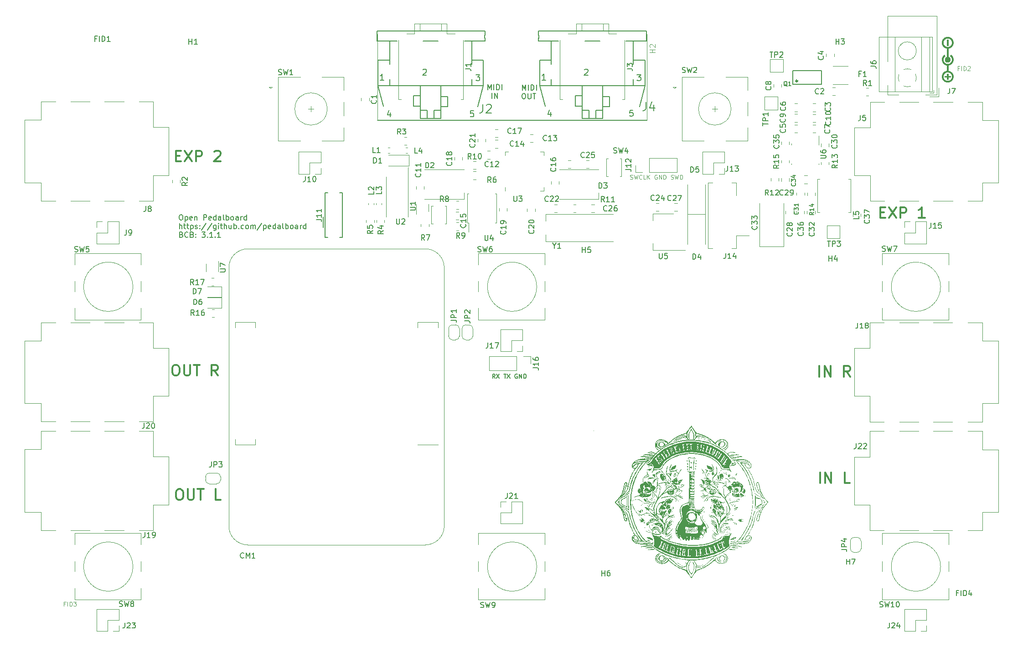
<source format=gbr>
%TF.GenerationSoftware,KiCad,Pcbnew,7.0.9-7.0.9~ubuntu23.04.1*%
%TF.CreationDate,2023-12-05T01:09:06+00:00*%
%TF.ProjectId,pedalboard-hw,70656461-6c62-46f6-9172-642d68772e6b,3.1.1*%
%TF.SameCoordinates,Original*%
%TF.FileFunction,Legend,Top*%
%TF.FilePolarity,Positive*%
%FSLAX46Y46*%
G04 Gerber Fmt 4.6, Leading zero omitted, Abs format (unit mm)*
G04 Created by KiCad (PCBNEW 7.0.9-7.0.9~ubuntu23.04.1) date 2023-12-05 01:09:06*
%MOMM*%
%LPD*%
G01*
G04 APERTURE LIST*
%ADD10C,0.000000*%
%ADD11C,0.019755*%
%ADD12C,0.008210*%
%ADD13C,0.004304*%
%ADD14C,0.004635*%
%ADD15C,0.300000*%
%ADD16C,0.150000*%
%ADD17C,0.125000*%
%ADD18C,0.100000*%
%ADD19C,0.160020*%
%ADD20C,0.127000*%
%ADD21C,0.120000*%
%ADD22C,0.152400*%
%ADD23C,0.203200*%
%ADD24C,0.317500*%
G04 APERTURE END LIST*
D10*
G36*
X143329721Y-103986939D02*
G01*
X143331298Y-103988442D01*
X143332688Y-103991099D01*
X143334896Y-103999796D01*
X143336318Y-104012875D01*
X143336928Y-104030182D01*
X143336702Y-104051560D01*
X143335612Y-104076856D01*
X143333634Y-104105914D01*
X143330740Y-104138578D01*
X143322107Y-104214108D01*
X143319301Y-104235091D01*
X143316195Y-104255629D01*
X143312820Y-104275609D01*
X143309208Y-104294917D01*
X143305389Y-104313439D01*
X143301395Y-104331063D01*
X143297255Y-104347673D01*
X143293002Y-104363157D01*
X143288667Y-104377401D01*
X143284279Y-104390291D01*
X143279872Y-104401713D01*
X143275474Y-104411554D01*
X143271118Y-104419700D01*
X143268965Y-104423102D01*
X143266834Y-104426037D01*
X143264729Y-104428492D01*
X143262653Y-104430452D01*
X143260612Y-104431903D01*
X143258607Y-104432831D01*
X143253410Y-104433825D01*
X143248407Y-104433548D01*
X143243607Y-104432071D01*
X143239018Y-104429469D01*
X143234649Y-104425812D01*
X143230508Y-104421173D01*
X143226603Y-104415625D01*
X143222943Y-104409239D01*
X143219537Y-104402089D01*
X143216392Y-104394246D01*
X143210920Y-104376772D01*
X143206596Y-104357397D01*
X143203486Y-104336699D01*
X143201657Y-104315257D01*
X143201178Y-104293649D01*
X143202114Y-104272455D01*
X143204534Y-104252253D01*
X143208503Y-104233621D01*
X143211091Y-104225076D01*
X143214091Y-104217140D01*
X143217512Y-104209886D01*
X143221363Y-104203387D01*
X143225651Y-104197715D01*
X143230386Y-104192941D01*
X143234472Y-104189190D01*
X143238764Y-104184590D01*
X143243222Y-104179206D01*
X143247804Y-104173098D01*
X143252469Y-104166328D01*
X143257174Y-104158959D01*
X143261880Y-104151053D01*
X143266545Y-104142671D01*
X143271127Y-104133875D01*
X143275585Y-104124729D01*
X143279877Y-104115293D01*
X143283963Y-104105629D01*
X143287801Y-104095800D01*
X143291349Y-104085868D01*
X143294567Y-104075895D01*
X143297412Y-104065942D01*
X143304395Y-104039623D01*
X143310773Y-104018771D01*
X143316520Y-104003232D01*
X143321611Y-103992850D01*
X143323903Y-103989545D01*
X143326020Y-103987471D01*
X143327961Y-103986608D01*
X143329721Y-103986939D01*
G37*
G36*
X139005375Y-112479527D02*
G01*
X139013059Y-112480117D01*
X139020598Y-112481016D01*
X139027976Y-112482216D01*
X139035175Y-112483709D01*
X139042181Y-112485489D01*
X139048977Y-112487549D01*
X139055547Y-112489882D01*
X139061875Y-112492480D01*
X139067944Y-112495337D01*
X139073739Y-112498444D01*
X139079243Y-112501796D01*
X139084440Y-112505385D01*
X139089315Y-112509204D01*
X139093850Y-112513246D01*
X139098030Y-112517504D01*
X139101838Y-112521970D01*
X139105259Y-112526637D01*
X139108276Y-112531500D01*
X139110874Y-112536549D01*
X139113035Y-112541779D01*
X139114744Y-112547181D01*
X139115985Y-112552750D01*
X139116741Y-112558478D01*
X139116997Y-112564357D01*
X139116905Y-112565979D01*
X139116631Y-112567538D01*
X139116183Y-112569030D01*
X139115563Y-112570455D01*
X139114779Y-112571810D01*
X139113834Y-112573093D01*
X139112734Y-112574303D01*
X139111484Y-112575437D01*
X139110090Y-112576494D01*
X139108556Y-112577471D01*
X139105090Y-112579179D01*
X139101128Y-112580546D01*
X139096712Y-112581557D01*
X139091882Y-112582195D01*
X139086679Y-112582446D01*
X139081146Y-112582294D01*
X139075324Y-112581723D01*
X139069254Y-112580717D01*
X139062977Y-112579263D01*
X139056534Y-112577343D01*
X139049968Y-112574942D01*
X139042698Y-112573163D01*
X139035464Y-112571793D01*
X139028303Y-112570826D01*
X139021250Y-112570256D01*
X139014342Y-112570080D01*
X139007614Y-112570291D01*
X139001104Y-112570884D01*
X138994847Y-112571855D01*
X138991824Y-112572481D01*
X138988879Y-112573198D01*
X138986015Y-112574008D01*
X138983237Y-112574908D01*
X138980549Y-112575899D01*
X138977956Y-112576979D01*
X138975463Y-112578149D01*
X138973074Y-112579407D01*
X138970793Y-112580754D01*
X138968625Y-112582187D01*
X138966575Y-112583707D01*
X138964647Y-112585312D01*
X138962845Y-112587003D01*
X138961175Y-112588779D01*
X138959640Y-112590638D01*
X138958246Y-112592581D01*
X138955980Y-112595884D01*
X138953182Y-112599162D01*
X138949898Y-112602387D01*
X138946175Y-112605535D01*
X138942059Y-112608580D01*
X138937597Y-112611495D01*
X138932835Y-112614256D01*
X138927820Y-112616835D01*
X138922598Y-112619208D01*
X138917215Y-112621348D01*
X138911720Y-112623230D01*
X138906157Y-112624828D01*
X138900573Y-112626116D01*
X138895015Y-112627067D01*
X138889529Y-112627657D01*
X138884163Y-112627860D01*
X138876295Y-112627525D01*
X138869216Y-112626546D01*
X138862910Y-112624961D01*
X138857360Y-112622809D01*
X138852549Y-112620127D01*
X138848460Y-112616953D01*
X138845076Y-112613326D01*
X138842381Y-112609283D01*
X138840358Y-112604864D01*
X138838989Y-112600105D01*
X138838259Y-112595045D01*
X138838150Y-112589722D01*
X138838646Y-112584174D01*
X138839730Y-112578440D01*
X138841385Y-112572557D01*
X138843594Y-112566564D01*
X138846340Y-112560498D01*
X138849607Y-112554398D01*
X138853378Y-112548302D01*
X138857636Y-112542248D01*
X138862364Y-112536274D01*
X138867546Y-112530418D01*
X138873164Y-112524719D01*
X138879202Y-112519214D01*
X138885643Y-112513942D01*
X138892471Y-112508940D01*
X138899668Y-112504247D01*
X138907217Y-112499901D01*
X138915103Y-112495940D01*
X138923307Y-112492402D01*
X138931814Y-112489325D01*
X138940607Y-112486748D01*
X138948872Y-112484618D01*
X138957122Y-112482852D01*
X138965339Y-112481445D01*
X138973508Y-112480388D01*
X138981612Y-112479675D01*
X138989635Y-112479299D01*
X138997562Y-112479252D01*
X139005375Y-112479527D01*
G37*
G36*
X130646361Y-111327149D02*
G01*
X130649318Y-111328353D01*
X130651991Y-111330266D01*
X130654384Y-111332896D01*
X130656504Y-111336251D01*
X130658355Y-111340340D01*
X130659942Y-111345172D01*
X130662347Y-111357095D01*
X130663759Y-111372087D01*
X130664221Y-111390216D01*
X130663773Y-111411549D01*
X130662457Y-111436153D01*
X130660314Y-111464096D01*
X130657386Y-111495444D01*
X130655690Y-111516279D01*
X130654568Y-111536453D01*
X130654014Y-111555966D01*
X130654023Y-111574817D01*
X130654591Y-111593007D01*
X130655712Y-111610536D01*
X130657380Y-111627403D01*
X130659591Y-111643609D01*
X130662339Y-111659153D01*
X130665620Y-111674036D01*
X130669427Y-111688257D01*
X130673757Y-111701817D01*
X130678603Y-111714715D01*
X130683961Y-111726952D01*
X130689826Y-111738528D01*
X130696191Y-111749442D01*
X130701519Y-111758439D01*
X130706899Y-111768170D01*
X130717689Y-111789461D01*
X130728314Y-111812570D01*
X130738525Y-111836755D01*
X130748075Y-111861269D01*
X130756715Y-111885371D01*
X130764198Y-111908315D01*
X130770275Y-111929358D01*
X130771359Y-111934308D01*
X130772623Y-111939231D01*
X130774060Y-111944121D01*
X130775663Y-111948974D01*
X130779344Y-111958542D01*
X130783614Y-111967888D01*
X130788422Y-111976965D01*
X130793715Y-111985726D01*
X130799443Y-111994127D01*
X130805553Y-112002118D01*
X130811993Y-112009656D01*
X130818713Y-112016691D01*
X130825660Y-112023180D01*
X130832783Y-112029074D01*
X130840029Y-112034327D01*
X130847349Y-112038893D01*
X130851019Y-112040903D01*
X130854688Y-112042725D01*
X130858350Y-112044351D01*
X130861997Y-112045776D01*
X130868685Y-112048124D01*
X130875481Y-112051164D01*
X130882329Y-112054845D01*
X130889172Y-112059115D01*
X130895953Y-112063923D01*
X130902615Y-112069216D01*
X130909101Y-112074943D01*
X130915355Y-112081053D01*
X130921319Y-112087494D01*
X130926937Y-112094213D01*
X130932152Y-112101160D01*
X130936907Y-112108283D01*
X130941145Y-112115530D01*
X130944810Y-112122849D01*
X130947844Y-112130188D01*
X130949107Y-112133850D01*
X130950191Y-112137497D01*
X130953219Y-112146417D01*
X130956350Y-112154655D01*
X130959580Y-112162212D01*
X130962911Y-112169089D01*
X130966339Y-112175287D01*
X130969865Y-112180805D01*
X130973486Y-112185645D01*
X130977201Y-112189808D01*
X130981009Y-112193294D01*
X130984910Y-112196103D01*
X130988900Y-112198237D01*
X130992980Y-112199696D01*
X130997147Y-112200480D01*
X131001401Y-112200591D01*
X131005740Y-112200028D01*
X131010164Y-112198793D01*
X131014670Y-112196886D01*
X131019257Y-112194308D01*
X131023924Y-112191060D01*
X131028671Y-112187142D01*
X131033494Y-112182554D01*
X131038394Y-112177298D01*
X131043369Y-112171374D01*
X131048418Y-112164783D01*
X131053539Y-112157525D01*
X131058731Y-112149601D01*
X131069323Y-112131757D01*
X131080183Y-112111258D01*
X131091302Y-112088107D01*
X131127755Y-112015052D01*
X131163319Y-111949153D01*
X131198428Y-111890128D01*
X131233516Y-111837691D01*
X131251188Y-111813855D01*
X131269018Y-111791559D01*
X131287059Y-111770768D01*
X131305367Y-111751447D01*
X131323995Y-111733560D01*
X131342998Y-111717071D01*
X131362429Y-111701945D01*
X131382344Y-111688147D01*
X131402796Y-111675640D01*
X131423840Y-111664390D01*
X131445530Y-111654361D01*
X131467920Y-111645517D01*
X131491065Y-111637823D01*
X131515018Y-111631244D01*
X131539835Y-111625743D01*
X131565568Y-111621285D01*
X131592273Y-111617835D01*
X131620004Y-111615357D01*
X131678760Y-111613175D01*
X131742271Y-111614456D01*
X131810969Y-111618915D01*
X131835466Y-111621185D01*
X131859973Y-111624010D01*
X131908810Y-111631235D01*
X131957069Y-111640402D01*
X132004336Y-111651327D01*
X132050197Y-111663822D01*
X132094239Y-111677702D01*
X132136049Y-111692781D01*
X132175212Y-111708873D01*
X132211317Y-111725792D01*
X132228093Y-111734504D01*
X132243949Y-111743352D01*
X132258833Y-111752314D01*
X132272695Y-111761366D01*
X132285481Y-111770486D01*
X132297141Y-111779649D01*
X132307623Y-111788833D01*
X132316875Y-111798015D01*
X132324845Y-111807170D01*
X132331482Y-111816277D01*
X132336734Y-111825311D01*
X132340549Y-111834250D01*
X132342876Y-111843070D01*
X132343664Y-111851747D01*
X132343581Y-111859800D01*
X132343168Y-111866727D01*
X132342175Y-111872475D01*
X132340356Y-111876993D01*
X132339059Y-111878775D01*
X132337462Y-111880230D01*
X132335535Y-111881352D01*
X132333245Y-111882134D01*
X132330563Y-111882569D01*
X132327458Y-111882652D01*
X132319851Y-111881734D01*
X132310177Y-111879328D01*
X132298188Y-111875381D01*
X132283636Y-111869843D01*
X132266273Y-111862662D01*
X132222120Y-111843163D01*
X132163747Y-111816470D01*
X132130119Y-111802126D01*
X132097959Y-111789523D01*
X132067163Y-111778666D01*
X132037629Y-111769562D01*
X132009251Y-111762214D01*
X131981928Y-111756629D01*
X131955556Y-111752811D01*
X131930032Y-111750765D01*
X131905251Y-111750497D01*
X131881111Y-111752012D01*
X131857509Y-111755315D01*
X131834341Y-111760412D01*
X131811503Y-111767306D01*
X131788893Y-111776004D01*
X131766407Y-111786511D01*
X131743941Y-111798831D01*
X131722292Y-111810813D01*
X131695104Y-111825234D01*
X131628407Y-111859244D01*
X131552449Y-111896561D01*
X131475831Y-111932886D01*
X131443270Y-111949406D01*
X131411800Y-111967151D01*
X131381518Y-111986022D01*
X131352524Y-112005922D01*
X131324914Y-112026752D01*
X131298787Y-112048413D01*
X131274242Y-112070809D01*
X131251376Y-112093841D01*
X131230287Y-112117409D01*
X131211075Y-112141418D01*
X131193836Y-112165767D01*
X131178670Y-112190359D01*
X131165674Y-112215096D01*
X131154947Y-112239880D01*
X131150465Y-112252258D01*
X131146587Y-112264612D01*
X131143325Y-112276928D01*
X131140691Y-112289194D01*
X131138545Y-112298505D01*
X131136085Y-112307257D01*
X131133331Y-112315447D01*
X131130301Y-112323072D01*
X131127012Y-112330132D01*
X131123483Y-112336624D01*
X131119732Y-112342547D01*
X131115777Y-112347897D01*
X131111635Y-112352674D01*
X131107326Y-112356876D01*
X131102866Y-112360500D01*
X131098275Y-112363545D01*
X131093571Y-112366008D01*
X131088770Y-112367888D01*
X131083893Y-112369183D01*
X131078955Y-112369890D01*
X131073977Y-112370009D01*
X131068975Y-112369536D01*
X131063968Y-112368471D01*
X131058974Y-112366810D01*
X131054011Y-112364553D01*
X131049097Y-112361697D01*
X131044250Y-112358240D01*
X131039488Y-112354180D01*
X131034830Y-112349516D01*
X131030293Y-112344245D01*
X131025896Y-112338366D01*
X131021657Y-112331876D01*
X131017593Y-112324774D01*
X131013722Y-112317058D01*
X131010064Y-112308725D01*
X131006636Y-112299774D01*
X131002926Y-112291144D01*
X130998450Y-112282488D01*
X130993272Y-112273862D01*
X130987453Y-112265325D01*
X130981056Y-112256932D01*
X130974142Y-112248740D01*
X130966773Y-112240807D01*
X130959011Y-112233189D01*
X130950918Y-112225943D01*
X130942557Y-112219126D01*
X130933989Y-112212794D01*
X130925276Y-112207006D01*
X130916481Y-112201816D01*
X130907665Y-112197283D01*
X130898890Y-112193463D01*
X130890219Y-112190413D01*
X130874532Y-112185255D01*
X130859144Y-112177591D01*
X130843943Y-112167229D01*
X130828814Y-112153978D01*
X130813643Y-112137648D01*
X130798318Y-112118046D01*
X130782724Y-112094982D01*
X130766747Y-112068265D01*
X130750274Y-112037702D01*
X130733192Y-112003104D01*
X130715386Y-111964278D01*
X130696743Y-111921035D01*
X130656490Y-111820527D01*
X130611525Y-111700052D01*
X130597837Y-111662027D01*
X130585866Y-111627195D01*
X130575589Y-111595361D01*
X130566987Y-111566327D01*
X130560038Y-111539898D01*
X130557177Y-111527599D01*
X130554722Y-111515878D01*
X130552670Y-111504709D01*
X130551019Y-111494068D01*
X130549765Y-111483932D01*
X130548907Y-111474275D01*
X130548441Y-111465072D01*
X130548366Y-111456300D01*
X130548678Y-111447933D01*
X130549375Y-111439948D01*
X130550455Y-111432319D01*
X130551914Y-111425022D01*
X130553751Y-111418032D01*
X130555962Y-111411326D01*
X130558546Y-111404878D01*
X130561498Y-111398663D01*
X130564818Y-111392658D01*
X130568502Y-111386838D01*
X130572548Y-111381178D01*
X130576953Y-111375653D01*
X130581715Y-111370240D01*
X130586830Y-111364913D01*
X130600025Y-111352232D01*
X130611855Y-111342017D01*
X130622363Y-111334334D01*
X130627133Y-111331463D01*
X130631589Y-111329250D01*
X130635734Y-111327704D01*
X130639575Y-111326833D01*
X130643115Y-111326645D01*
X130646361Y-111327149D01*
G37*
G36*
X144702373Y-111273845D02*
G01*
X144705093Y-111274316D01*
X144707874Y-111275046D01*
X144710729Y-111276037D01*
X144713666Y-111277289D01*
X144716696Y-111278803D01*
X144719829Y-111280579D01*
X144723076Y-111282617D01*
X144726447Y-111284919D01*
X144729952Y-111287486D01*
X144737407Y-111293414D01*
X144745523Y-111300407D01*
X144754384Y-111308469D01*
X144762447Y-111316707D01*
X144766076Y-111320568D01*
X144769440Y-111324269D01*
X144772537Y-111327816D01*
X144775368Y-111331220D01*
X144777935Y-111334488D01*
X144780237Y-111337629D01*
X144782276Y-111340651D01*
X144784052Y-111343563D01*
X144785565Y-111346372D01*
X144786818Y-111349088D01*
X144787809Y-111351718D01*
X144788539Y-111354272D01*
X144789010Y-111356757D01*
X144789222Y-111359182D01*
X144789176Y-111361555D01*
X144788872Y-111363885D01*
X144788311Y-111366180D01*
X144787493Y-111368449D01*
X144786420Y-111370699D01*
X144785091Y-111372940D01*
X144783508Y-111375180D01*
X144781671Y-111377426D01*
X144779581Y-111379689D01*
X144777238Y-111381975D01*
X144774643Y-111384293D01*
X144771797Y-111386652D01*
X144768700Y-111389060D01*
X144765354Y-111391526D01*
X144757913Y-111396663D01*
X144748729Y-111402227D01*
X144739711Y-111407028D01*
X144730882Y-111411087D01*
X144722263Y-111414427D01*
X144713877Y-111417069D01*
X144705746Y-111419035D01*
X144697891Y-111420347D01*
X144690334Y-111421028D01*
X144683098Y-111421099D01*
X144676204Y-111420582D01*
X144669674Y-111419500D01*
X144663531Y-111417873D01*
X144657796Y-111415724D01*
X144652491Y-111413076D01*
X144647638Y-111409949D01*
X144643260Y-111406367D01*
X144639377Y-111402350D01*
X144636013Y-111397921D01*
X144633189Y-111393102D01*
X144630926Y-111387915D01*
X144629248Y-111382381D01*
X144628175Y-111376524D01*
X144627731Y-111370364D01*
X144627936Y-111363923D01*
X144628813Y-111357224D01*
X144630384Y-111350289D01*
X144632670Y-111343139D01*
X144635695Y-111335797D01*
X144639478Y-111328284D01*
X144644044Y-111320623D01*
X144649413Y-111312835D01*
X144655608Y-111304942D01*
X144661988Y-111297502D01*
X144667954Y-111291058D01*
X144670809Y-111288212D01*
X144673591Y-111285618D01*
X144676310Y-111283275D01*
X144678979Y-111281185D01*
X144681606Y-111279348D01*
X144684201Y-111277764D01*
X144686777Y-111276436D01*
X144689342Y-111275362D01*
X144691906Y-111274545D01*
X144694482Y-111273983D01*
X144697078Y-111273679D01*
X144699704Y-111273633D01*
X144702373Y-111273845D01*
G37*
G36*
X142231583Y-108898116D02*
G01*
X142234039Y-108898436D01*
X142236620Y-108899068D01*
X142239337Y-108900013D01*
X142242200Y-108901271D01*
X142245221Y-108902845D01*
X142248411Y-108904736D01*
X142251780Y-108906944D01*
X142255340Y-108909471D01*
X142263075Y-108915488D01*
X142271704Y-108922797D01*
X142281315Y-108931408D01*
X142291995Y-108941332D01*
X142298485Y-108947475D01*
X142304718Y-108953975D01*
X142310688Y-108960795D01*
X142316387Y-108967900D01*
X142321806Y-108975253D01*
X142326939Y-108982817D01*
X142331777Y-108990557D01*
X142336313Y-108998437D01*
X142340539Y-109006420D01*
X142344447Y-109014471D01*
X142348030Y-109022552D01*
X142351279Y-109030628D01*
X142354187Y-109038663D01*
X142356746Y-109046620D01*
X142358949Y-109054464D01*
X142360787Y-109062158D01*
X142362254Y-109069665D01*
X142363340Y-109076951D01*
X142364039Y-109083978D01*
X142364343Y-109090711D01*
X142364243Y-109097113D01*
X142363733Y-109103148D01*
X142362804Y-109108779D01*
X142361449Y-109113972D01*
X142359659Y-109118689D01*
X142357428Y-109122895D01*
X142354748Y-109126553D01*
X142351610Y-109129627D01*
X142348006Y-109132080D01*
X142343931Y-109133878D01*
X142339374Y-109134983D01*
X142334329Y-109135359D01*
X142329239Y-109134933D01*
X142323910Y-109133682D01*
X142318371Y-109131653D01*
X142312653Y-109128889D01*
X142306785Y-109125436D01*
X142300797Y-109121337D01*
X142288579Y-109111381D01*
X142276237Y-109099379D01*
X142264008Y-109085688D01*
X142252131Y-109070663D01*
X142240844Y-109054661D01*
X142230383Y-109038039D01*
X142220986Y-109021154D01*
X142212892Y-109004362D01*
X142206338Y-108988019D01*
X142201561Y-108972483D01*
X142199914Y-108965128D01*
X142198800Y-108958109D01*
X142198249Y-108951469D01*
X142198292Y-108945254D01*
X142198957Y-108939508D01*
X142200275Y-108934276D01*
X142204134Y-108925596D01*
X142207833Y-108918084D01*
X142211459Y-108911750D01*
X142213273Y-108909028D01*
X142215102Y-108906604D01*
X142216956Y-108904481D01*
X142218847Y-108902658D01*
X142220786Y-108901138D01*
X142222784Y-108899921D01*
X142224851Y-108899009D01*
X142227000Y-108898403D01*
X142229240Y-108898105D01*
X142231583Y-108898116D01*
G37*
G36*
X133694012Y-98200305D02*
G01*
X133694951Y-98200832D01*
X133695864Y-98201710D01*
X133696759Y-98202940D01*
X133697644Y-98204522D01*
X133698527Y-98206454D01*
X133700315Y-98211374D01*
X133702185Y-98217699D01*
X133704201Y-98225430D01*
X133708913Y-98245109D01*
X133710434Y-98251660D01*
X133711693Y-98258074D01*
X133712697Y-98264342D01*
X133713454Y-98270451D01*
X133713971Y-98276389D01*
X133714254Y-98282145D01*
X133714312Y-98287708D01*
X133714150Y-98293065D01*
X133713776Y-98298204D01*
X133713198Y-98303116D01*
X133712422Y-98307787D01*
X133711456Y-98312206D01*
X133710306Y-98316361D01*
X133708980Y-98320241D01*
X133707484Y-98323835D01*
X133705827Y-98327130D01*
X133704014Y-98330115D01*
X133702053Y-98332778D01*
X133699952Y-98335108D01*
X133697717Y-98337093D01*
X133695355Y-98338722D01*
X133692874Y-98339982D01*
X133690280Y-98340862D01*
X133687581Y-98341351D01*
X133684784Y-98341437D01*
X133681896Y-98341109D01*
X133678924Y-98340353D01*
X133675875Y-98339160D01*
X133672756Y-98337518D01*
X133669575Y-98335414D01*
X133666338Y-98332837D01*
X133663052Y-98329776D01*
X133661781Y-98328702D01*
X133660611Y-98327468D01*
X133659543Y-98326081D01*
X133658574Y-98324546D01*
X133656929Y-98321055D01*
X133655666Y-98317042D01*
X133654775Y-98312554D01*
X133654246Y-98307637D01*
X133654069Y-98302338D01*
X133654233Y-98296702D01*
X133654727Y-98290778D01*
X133655542Y-98284610D01*
X133656667Y-98278246D01*
X133658091Y-98271732D01*
X133659805Y-98265115D01*
X133661798Y-98258441D01*
X133664060Y-98251757D01*
X133666580Y-98245109D01*
X133675923Y-98225430D01*
X133679758Y-98217699D01*
X133683117Y-98211374D01*
X133686062Y-98206454D01*
X133687400Y-98204522D01*
X133688657Y-98202940D01*
X133689841Y-98201710D01*
X133690961Y-98200832D01*
X133692025Y-98200305D01*
X133693039Y-98200129D01*
X133694012Y-98200305D01*
G37*
G36*
X133698358Y-109122627D02*
G01*
X133699606Y-109123291D01*
X133700762Y-109124562D01*
X133701837Y-109126436D01*
X133702843Y-109128912D01*
X133703790Y-109131989D01*
X133705551Y-109139934D01*
X133707209Y-109150256D01*
X133708852Y-109162940D01*
X133712442Y-109195331D01*
X133715398Y-109215884D01*
X133718891Y-109237388D01*
X133722797Y-109259141D01*
X133726993Y-109280439D01*
X133731355Y-109300579D01*
X133735758Y-109318859D01*
X133740078Y-109334575D01*
X133742168Y-109341253D01*
X133744192Y-109347026D01*
X133749257Y-109359300D01*
X133753872Y-109371631D01*
X133758041Y-109383995D01*
X133761769Y-109396366D01*
X133765060Y-109408719D01*
X133767919Y-109421028D01*
X133770350Y-109433270D01*
X133772359Y-109445417D01*
X133773949Y-109457446D01*
X133775124Y-109469330D01*
X133775890Y-109481046D01*
X133776252Y-109492566D01*
X133776212Y-109503868D01*
X133775777Y-109514924D01*
X133774950Y-109525711D01*
X133773737Y-109536202D01*
X133772141Y-109546373D01*
X133770167Y-109556198D01*
X133767819Y-109565653D01*
X133765103Y-109574712D01*
X133762023Y-109583349D01*
X133758582Y-109591540D01*
X133754787Y-109599260D01*
X133750641Y-109606483D01*
X133746148Y-109613184D01*
X133741314Y-109619337D01*
X133736142Y-109624919D01*
X133730638Y-109629903D01*
X133724806Y-109634264D01*
X133718650Y-109637977D01*
X133712175Y-109641018D01*
X133705385Y-109643359D01*
X133684896Y-109648522D01*
X133665124Y-109652787D01*
X133646104Y-109656186D01*
X133627871Y-109658752D01*
X133610459Y-109660517D01*
X133593904Y-109661513D01*
X133578240Y-109661773D01*
X133563503Y-109661329D01*
X133549727Y-109660213D01*
X133536946Y-109658457D01*
X133525197Y-109656095D01*
X133514514Y-109653157D01*
X133504931Y-109649677D01*
X133496484Y-109645686D01*
X133489207Y-109641218D01*
X133483136Y-109636303D01*
X133478305Y-109630976D01*
X133474749Y-109625267D01*
X133472503Y-109619210D01*
X133471602Y-109612835D01*
X133472080Y-109606177D01*
X133473974Y-109599267D01*
X133477316Y-109592137D01*
X133482144Y-109584820D01*
X133488490Y-109577348D01*
X133496391Y-109569753D01*
X133505881Y-109562068D01*
X133516994Y-109554324D01*
X133529767Y-109546555D01*
X133544233Y-109538792D01*
X133560428Y-109531068D01*
X133578386Y-109523415D01*
X133588390Y-109519094D01*
X133597897Y-109514731D01*
X133606905Y-109510324D01*
X133615414Y-109505872D01*
X133623421Y-109501373D01*
X133630925Y-109496826D01*
X133637926Y-109492231D01*
X133644422Y-109487585D01*
X133650411Y-109482887D01*
X133655892Y-109478136D01*
X133660864Y-109473331D01*
X133665326Y-109468471D01*
X133669277Y-109463554D01*
X133672714Y-109458578D01*
X133675638Y-109453543D01*
X133678046Y-109448448D01*
X133679937Y-109443290D01*
X133681310Y-109438070D01*
X133682164Y-109432784D01*
X133682497Y-109427433D01*
X133682308Y-109422014D01*
X133681596Y-109416527D01*
X133680359Y-109410971D01*
X133678597Y-109405343D01*
X133676307Y-109399643D01*
X133673489Y-109393869D01*
X133670142Y-109388021D01*
X133666263Y-109382096D01*
X133661852Y-109376093D01*
X133656908Y-109370012D01*
X133651429Y-109363851D01*
X133645413Y-109357608D01*
X133640454Y-109352145D01*
X133636167Y-109346315D01*
X133632561Y-109340083D01*
X133629649Y-109333410D01*
X133627439Y-109326263D01*
X133625942Y-109318603D01*
X133625168Y-109310396D01*
X133625129Y-109301605D01*
X133625833Y-109292194D01*
X133627292Y-109282127D01*
X133629516Y-109271367D01*
X133632515Y-109259878D01*
X133636299Y-109247625D01*
X133640880Y-109234571D01*
X133646266Y-109220679D01*
X133652469Y-109205914D01*
X133668792Y-109170010D01*
X133675436Y-109155863D01*
X133681187Y-109144233D01*
X133686132Y-109135105D01*
X133690358Y-109128462D01*
X133692229Y-109126067D01*
X133693954Y-109124289D01*
X133695543Y-109123124D01*
X133697007Y-109122571D01*
X133698358Y-109122627D01*
G37*
G36*
X131621139Y-101784162D02*
G01*
X131622895Y-101784435D01*
X131627022Y-101785693D01*
X131631935Y-101787880D01*
X131637591Y-101790977D01*
X131643951Y-101794963D01*
X131650972Y-101799817D01*
X131658613Y-101805519D01*
X131666833Y-101812047D01*
X131675591Y-101819382D01*
X131684844Y-101827501D01*
X131694553Y-101836386D01*
X131703193Y-101845692D01*
X131711255Y-101855061D01*
X131718740Y-101864455D01*
X131725648Y-101873834D01*
X131731980Y-101883159D01*
X131737736Y-101892390D01*
X131742917Y-101901489D01*
X131747524Y-101910414D01*
X131751558Y-101919128D01*
X131755018Y-101927591D01*
X131757906Y-101935763D01*
X131760223Y-101943604D01*
X131761968Y-101951077D01*
X131763143Y-101958140D01*
X131763749Y-101964755D01*
X131763785Y-101970883D01*
X131763253Y-101976483D01*
X131762153Y-101981517D01*
X131760486Y-101985945D01*
X131758252Y-101989727D01*
X131755453Y-101992825D01*
X131753841Y-101994105D01*
X131752088Y-101995199D01*
X131750194Y-101996102D01*
X131748159Y-101996809D01*
X131743666Y-101997617D01*
X131738609Y-101997582D01*
X131732990Y-101996665D01*
X131726809Y-101994827D01*
X131720067Y-101992028D01*
X131712764Y-101988230D01*
X131704901Y-101983392D01*
X131696478Y-101977476D01*
X131687497Y-101970441D01*
X131680547Y-101964949D01*
X131674233Y-101960402D01*
X131668529Y-101956838D01*
X131665898Y-101955435D01*
X131663409Y-101954291D01*
X131661060Y-101953411D01*
X131658847Y-101952799D01*
X131656767Y-101952459D01*
X131654817Y-101952397D01*
X131652993Y-101952616D01*
X131651293Y-101953121D01*
X131649713Y-101953917D01*
X131648250Y-101955008D01*
X131646901Y-101956399D01*
X131645662Y-101958094D01*
X131644531Y-101960098D01*
X131643503Y-101962416D01*
X131642576Y-101965051D01*
X131641747Y-101968008D01*
X131640368Y-101974908D01*
X131639340Y-101983151D01*
X131638639Y-101992774D01*
X131638236Y-102003813D01*
X131638108Y-102016304D01*
X131638229Y-102025516D01*
X131638583Y-102034604D01*
X131639154Y-102043527D01*
X131639927Y-102052242D01*
X131640886Y-102060710D01*
X131642015Y-102068889D01*
X131643299Y-102076737D01*
X131644723Y-102084213D01*
X131646270Y-102091275D01*
X131647927Y-102097883D01*
X131649676Y-102103994D01*
X131651503Y-102109568D01*
X131653392Y-102114564D01*
X131655327Y-102118939D01*
X131657293Y-102122653D01*
X131659275Y-102125664D01*
X131663110Y-102130290D01*
X131666677Y-102136171D01*
X131669978Y-102143218D01*
X131673014Y-102151344D01*
X131678297Y-102170475D01*
X131682536Y-102192857D01*
X131685742Y-102217782D01*
X131687924Y-102244541D01*
X131689094Y-102272427D01*
X131689261Y-102300731D01*
X131688436Y-102328745D01*
X131686629Y-102355763D01*
X131683850Y-102381075D01*
X131680111Y-102403974D01*
X131675420Y-102423751D01*
X131669789Y-102439699D01*
X131666624Y-102446016D01*
X131663228Y-102451110D01*
X131659602Y-102454893D01*
X131655747Y-102457276D01*
X131647433Y-102458563D01*
X131637145Y-102457238D01*
X131625042Y-102453459D01*
X131611278Y-102447382D01*
X131596010Y-102439166D01*
X131579395Y-102428968D01*
X131542748Y-102403257D01*
X131502587Y-102371510D01*
X131460162Y-102334988D01*
X131416724Y-102294953D01*
X131373525Y-102252664D01*
X131331813Y-102209383D01*
X131292840Y-102166371D01*
X131257857Y-102124889D01*
X131228114Y-102086197D01*
X131204861Y-102051556D01*
X131196060Y-102036149D01*
X131189350Y-102022228D01*
X131184888Y-102009950D01*
X131182830Y-101999473D01*
X131183333Y-101990955D01*
X131186552Y-101984553D01*
X131195262Y-101974187D01*
X131204185Y-101964260D01*
X131213306Y-101954777D01*
X131222609Y-101945740D01*
X131232080Y-101937156D01*
X131241704Y-101929029D01*
X131251466Y-101921363D01*
X131261352Y-101914163D01*
X131271347Y-101907433D01*
X131281435Y-101901177D01*
X131291601Y-101895401D01*
X131301832Y-101890109D01*
X131312112Y-101885305D01*
X131322426Y-101880994D01*
X131332760Y-101877181D01*
X131343098Y-101873869D01*
X131353425Y-101871064D01*
X131363728Y-101868770D01*
X131373990Y-101866991D01*
X131384198Y-101865732D01*
X131394335Y-101864998D01*
X131404389Y-101864792D01*
X131414342Y-101865121D01*
X131424181Y-101865987D01*
X131433892Y-101867396D01*
X131443458Y-101869352D01*
X131452865Y-101871860D01*
X131462098Y-101874924D01*
X131471143Y-101878548D01*
X131479984Y-101882738D01*
X131488607Y-101887498D01*
X131496997Y-101892832D01*
X131505211Y-101898435D01*
X131513304Y-101903350D01*
X131521261Y-101907589D01*
X131529064Y-101911166D01*
X131536696Y-101914095D01*
X131544141Y-101916388D01*
X131551382Y-101918060D01*
X131558402Y-101919124D01*
X131565185Y-101919594D01*
X131571712Y-101919483D01*
X131577969Y-101918805D01*
X131583937Y-101917574D01*
X131589601Y-101915802D01*
X131594943Y-101913504D01*
X131599946Y-101910693D01*
X131604594Y-101907383D01*
X131608870Y-101903587D01*
X131612757Y-101899319D01*
X131616239Y-101894592D01*
X131619298Y-101889420D01*
X131621918Y-101883817D01*
X131624082Y-101877796D01*
X131625772Y-101871370D01*
X131626974Y-101864554D01*
X131627669Y-101857360D01*
X131627840Y-101849803D01*
X131627472Y-101841895D01*
X131626547Y-101833651D01*
X131625048Y-101825084D01*
X131622959Y-101816208D01*
X131620262Y-101807036D01*
X131616942Y-101797582D01*
X131615488Y-101792824D01*
X131615151Y-101790842D01*
X131615068Y-101789121D01*
X131615232Y-101787658D01*
X131615639Y-101786451D01*
X131616284Y-101785497D01*
X131617162Y-101784794D01*
X131618267Y-101784338D01*
X131619594Y-101784129D01*
X131621139Y-101784162D01*
G37*
G36*
X143260075Y-103600182D02*
G01*
X143268749Y-103600441D01*
X143277920Y-103600928D01*
X143287546Y-103601647D01*
X143297585Y-103602604D01*
X143307996Y-103603804D01*
X143322478Y-103605308D01*
X143335550Y-103607242D01*
X143347288Y-103609702D01*
X143352682Y-103611161D01*
X143357771Y-103612788D01*
X143362566Y-103614596D01*
X143367075Y-103616597D01*
X143371310Y-103618804D01*
X143375279Y-103621228D01*
X143378992Y-103623883D01*
X143382460Y-103626779D01*
X143385690Y-103629930D01*
X143388694Y-103633348D01*
X143391481Y-103637045D01*
X143394061Y-103641033D01*
X143396443Y-103645325D01*
X143398637Y-103649933D01*
X143400653Y-103654869D01*
X143402500Y-103660145D01*
X143405727Y-103671768D01*
X143408396Y-103684900D01*
X143410584Y-103699638D01*
X143412369Y-103716083D01*
X143413829Y-103734330D01*
X143417116Y-103772544D01*
X143418039Y-103787583D01*
X143418295Y-103799926D01*
X143418129Y-103805088D01*
X143417745Y-103809581D01*
X143417124Y-103813404D01*
X143416249Y-103816559D01*
X143415102Y-103819047D01*
X143413668Y-103820871D01*
X143411926Y-103822030D01*
X143409862Y-103822526D01*
X143407456Y-103822361D01*
X143404691Y-103821535D01*
X143401551Y-103820051D01*
X143398018Y-103817909D01*
X143394073Y-103815111D01*
X143389700Y-103811658D01*
X143379600Y-103802792D01*
X143367578Y-103791321D01*
X143353493Y-103777257D01*
X143318581Y-103741386D01*
X143296662Y-103717980D01*
X143276191Y-103695690D01*
X143257622Y-103674972D01*
X143241409Y-103656279D01*
X143234329Y-103647834D01*
X143228008Y-103640066D01*
X143222503Y-103633032D01*
X143217872Y-103626788D01*
X143214171Y-103621392D01*
X143211457Y-103616901D01*
X143210488Y-103615012D01*
X143209787Y-103613370D01*
X143209361Y-103611983D01*
X143209218Y-103610858D01*
X143209341Y-103609886D01*
X143209707Y-103608957D01*
X143210311Y-103608070D01*
X143211147Y-103607227D01*
X143213497Y-103605672D01*
X143216714Y-103604299D01*
X143220759Y-103603111D01*
X143225589Y-103602115D01*
X143231163Y-103601315D01*
X143237440Y-103600716D01*
X143244379Y-103600324D01*
X143251937Y-103600145D01*
X143260075Y-103600182D01*
G37*
G36*
X137602015Y-98975430D02*
G01*
X137603936Y-98975643D01*
X137605813Y-98975992D01*
X137607645Y-98976475D01*
X137609430Y-98977087D01*
X137611168Y-98977824D01*
X137612856Y-98978682D01*
X137614494Y-98979658D01*
X137616080Y-98980748D01*
X137617613Y-98981948D01*
X137619092Y-98983253D01*
X137620516Y-98984661D01*
X137623191Y-98987767D01*
X137625629Y-98991234D01*
X137627818Y-98995032D01*
X137629749Y-98999130D01*
X137631411Y-99003497D01*
X137632794Y-99008101D01*
X137633888Y-99012912D01*
X137634682Y-99017899D01*
X137635166Y-99023030D01*
X137635330Y-99028275D01*
X137635289Y-99030910D01*
X137635166Y-99033521D01*
X137634964Y-99036102D01*
X137634682Y-99038652D01*
X137634323Y-99041165D01*
X137633888Y-99043639D01*
X137633378Y-99046068D01*
X137632794Y-99048450D01*
X137632138Y-99050780D01*
X137631411Y-99053054D01*
X137630614Y-99055269D01*
X137629749Y-99057421D01*
X137628816Y-99059505D01*
X137627818Y-99061519D01*
X137626755Y-99063457D01*
X137625629Y-99065317D01*
X137624440Y-99067094D01*
X137623191Y-99068784D01*
X137621883Y-99070385D01*
X137620516Y-99071890D01*
X137619092Y-99073298D01*
X137617613Y-99074603D01*
X137616080Y-99075803D01*
X137614494Y-99076893D01*
X137612856Y-99077869D01*
X137611168Y-99078727D01*
X137609430Y-99079464D01*
X137607645Y-99080076D01*
X137605813Y-99080558D01*
X137603936Y-99080908D01*
X137602015Y-99081120D01*
X137600052Y-99081192D01*
X137598399Y-99081120D01*
X137596749Y-99080908D01*
X137595105Y-99080558D01*
X137593472Y-99080076D01*
X137591851Y-99079464D01*
X137590246Y-99078727D01*
X137588661Y-99077869D01*
X137587098Y-99076893D01*
X137584053Y-99074603D01*
X137581138Y-99071890D01*
X137578377Y-99068784D01*
X137575798Y-99065317D01*
X137573425Y-99061519D01*
X137571285Y-99057421D01*
X137569403Y-99053054D01*
X137567805Y-99048450D01*
X137566518Y-99043639D01*
X137565566Y-99038652D01*
X137564976Y-99033521D01*
X137564773Y-99028275D01*
X137564825Y-99025641D01*
X137564976Y-99023030D01*
X137565224Y-99020449D01*
X137565566Y-99017899D01*
X137565998Y-99015386D01*
X137566518Y-99012912D01*
X137567121Y-99010483D01*
X137567805Y-99008101D01*
X137568567Y-99005771D01*
X137569403Y-99003497D01*
X137570310Y-99001282D01*
X137571285Y-98999130D01*
X137572324Y-98997046D01*
X137573425Y-98995032D01*
X137574584Y-98993094D01*
X137575798Y-98991234D01*
X137577063Y-98989457D01*
X137578377Y-98987767D01*
X137579737Y-98986167D01*
X137581138Y-98984661D01*
X137582578Y-98983253D01*
X137584053Y-98981948D01*
X137585561Y-98980748D01*
X137587098Y-98979658D01*
X137588661Y-98978682D01*
X137590246Y-98977824D01*
X137591851Y-98977087D01*
X137593472Y-98976475D01*
X137595105Y-98975992D01*
X137596749Y-98975643D01*
X137598399Y-98975430D01*
X137600052Y-98975359D01*
X137602015Y-98975430D01*
G37*
G36*
X145706715Y-106647120D02*
G01*
X145708104Y-106647322D01*
X145709339Y-106647707D01*
X145710412Y-106648276D01*
X145711241Y-106649411D01*
X145711745Y-106650828D01*
X145711933Y-106652517D01*
X145711811Y-106654470D01*
X145710668Y-106659136D01*
X145708373Y-106664757D01*
X145704982Y-106671268D01*
X145700553Y-106678600D01*
X145695142Y-106686686D01*
X145688805Y-106695460D01*
X145681601Y-106704854D01*
X145673585Y-106714800D01*
X145664815Y-106725233D01*
X145655347Y-106736084D01*
X145634546Y-106758773D01*
X145611636Y-106782330D01*
X145590012Y-106802312D01*
X145571432Y-106818656D01*
X145555880Y-106831444D01*
X145543340Y-106840760D01*
X145533798Y-106846686D01*
X145530146Y-106848403D01*
X145527238Y-106849304D01*
X145525071Y-106849399D01*
X145523643Y-106848698D01*
X145522954Y-106847211D01*
X145523000Y-106844950D01*
X145523780Y-106841923D01*
X145525292Y-106838142D01*
X145530503Y-106828358D01*
X145538619Y-106815680D01*
X145549623Y-106800191D01*
X145563501Y-106781973D01*
X145580236Y-106761109D01*
X145599814Y-106737683D01*
X145622218Y-106711775D01*
X145629487Y-106703427D01*
X145636715Y-106695591D01*
X145643860Y-106688281D01*
X145650881Y-106681514D01*
X145657737Y-106675305D01*
X145664386Y-106669670D01*
X145670787Y-106664624D01*
X145676899Y-106660182D01*
X145682680Y-106656361D01*
X145688089Y-106653175D01*
X145693084Y-106650640D01*
X145695414Y-106649622D01*
X145697625Y-106648772D01*
X145699712Y-106648093D01*
X145701669Y-106647586D01*
X145703493Y-106647254D01*
X145705176Y-106647098D01*
X145706715Y-106647120D01*
G37*
G36*
X147276746Y-104482221D02*
G01*
X147286131Y-104482303D01*
X147294446Y-104482551D01*
X147301697Y-104482965D01*
X147307889Y-104483543D01*
X147310589Y-104483895D01*
X147313026Y-104484287D01*
X147315201Y-104484721D01*
X147317115Y-104485197D01*
X147318767Y-104485713D01*
X147320159Y-104486271D01*
X147321292Y-104486871D01*
X147322165Y-104487512D01*
X147322780Y-104488194D01*
X147323138Y-104488917D01*
X147323238Y-104489682D01*
X147323082Y-104490488D01*
X147322670Y-104491335D01*
X147322003Y-104492224D01*
X147321081Y-104493154D01*
X147319905Y-104494126D01*
X147318477Y-104495139D01*
X147316796Y-104496193D01*
X147314862Y-104497288D01*
X147312678Y-104498425D01*
X147307558Y-104500823D01*
X147301440Y-104503386D01*
X147296073Y-104505571D01*
X147290581Y-104508133D01*
X147285007Y-104511037D01*
X147279392Y-104514245D01*
X147273776Y-104517722D01*
X147268202Y-104521432D01*
X147262710Y-104525338D01*
X147257343Y-104529404D01*
X147252141Y-104533594D01*
X147247145Y-104537872D01*
X147242398Y-104542202D01*
X147237940Y-104546547D01*
X147233813Y-104550871D01*
X147230057Y-104555139D01*
X147226715Y-104559314D01*
X147223828Y-104563359D01*
X147220604Y-104567578D01*
X147219056Y-104569380D01*
X147217551Y-104570980D01*
X147216090Y-104572378D01*
X147214674Y-104573576D01*
X147213302Y-104574574D01*
X147211977Y-104575376D01*
X147210698Y-104575980D01*
X147209466Y-104576390D01*
X147208283Y-104576606D01*
X147207147Y-104576629D01*
X147206061Y-104576462D01*
X147205024Y-104576104D01*
X147204038Y-104575558D01*
X147203103Y-104574824D01*
X147202219Y-104573904D01*
X147201388Y-104572800D01*
X147200610Y-104571512D01*
X147199885Y-104570042D01*
X147199215Y-104568391D01*
X147198600Y-104566561D01*
X147197536Y-104562366D01*
X147196700Y-104557469D01*
X147196096Y-104551880D01*
X147195730Y-104545608D01*
X147195607Y-104538664D01*
X147195898Y-104531597D01*
X147196778Y-104524953D01*
X147197443Y-104521793D01*
X147198258Y-104518743D01*
X147199226Y-104515805D01*
X147200347Y-104512978D01*
X147201624Y-104510265D01*
X147203057Y-104507668D01*
X147204648Y-104505186D01*
X147206397Y-104502822D01*
X147208307Y-104500577D01*
X147210378Y-104498452D01*
X147212612Y-104496449D01*
X147215010Y-104494568D01*
X147217573Y-104492811D01*
X147220303Y-104491180D01*
X147223201Y-104489675D01*
X147226268Y-104488298D01*
X147229506Y-104487050D01*
X147232916Y-104485933D01*
X147236498Y-104484947D01*
X147240255Y-104484095D01*
X147248298Y-104482794D01*
X147257054Y-104482041D01*
X147266533Y-104481847D01*
X147276746Y-104482221D01*
G37*
G36*
X143572804Y-104984004D02*
G01*
X143574404Y-104984186D01*
X143577871Y-104984928D01*
X143581670Y-104986167D01*
X143585768Y-104987891D01*
X143590134Y-104990090D01*
X143594738Y-104992755D01*
X143599549Y-104995875D01*
X143604536Y-104999439D01*
X143609667Y-105003437D01*
X143614912Y-105007858D01*
X143620158Y-105012727D01*
X143625289Y-105018035D01*
X143630276Y-105023726D01*
X143635087Y-105029742D01*
X143639692Y-105036027D01*
X143644058Y-105042523D01*
X143648156Y-105049175D01*
X143651955Y-105055925D01*
X143655422Y-105062716D01*
X143658528Y-105069492D01*
X143661241Y-105076195D01*
X143663530Y-105082769D01*
X143665365Y-105089157D01*
X143666714Y-105095302D01*
X143667546Y-105101147D01*
X143667830Y-105106636D01*
X143667536Y-105111769D01*
X143666680Y-105115949D01*
X143665298Y-105119216D01*
X143663427Y-105121609D01*
X143661104Y-105123167D01*
X143658365Y-105123930D01*
X143655248Y-105123937D01*
X143651789Y-105123228D01*
X143648026Y-105121842D01*
X143643994Y-105119819D01*
X143639731Y-105117197D01*
X143635274Y-105114016D01*
X143625923Y-105106137D01*
X143616236Y-105096495D01*
X143606508Y-105085406D01*
X143597033Y-105073185D01*
X143588106Y-105060148D01*
X143580021Y-105046610D01*
X143573073Y-105032885D01*
X143567557Y-105019290D01*
X143565427Y-105012640D01*
X143563766Y-105006140D01*
X143562610Y-104999829D01*
X143561996Y-104993749D01*
X143562068Y-104992167D01*
X143562281Y-104990729D01*
X143562630Y-104989433D01*
X143563113Y-104988278D01*
X143563724Y-104987262D01*
X143564461Y-104986384D01*
X143565320Y-104985644D01*
X143566296Y-104985039D01*
X143567386Y-104984568D01*
X143568585Y-104984231D01*
X143569891Y-104984025D01*
X143571298Y-104983950D01*
X143572804Y-104984004D01*
G37*
G36*
X144227787Y-112487775D02*
G01*
X144231398Y-112488947D01*
X144234920Y-112490718D01*
X144238338Y-112493078D01*
X144241639Y-112496017D01*
X144244808Y-112499526D01*
X144247831Y-112503595D01*
X144250694Y-112508215D01*
X144253383Y-112513375D01*
X144255883Y-112519066D01*
X144258180Y-112525279D01*
X144260260Y-112532003D01*
X144262109Y-112539229D01*
X144263713Y-112546947D01*
X144265056Y-112555147D01*
X144266126Y-112563821D01*
X144266908Y-112572957D01*
X144267388Y-112582547D01*
X144267551Y-112592581D01*
X144267499Y-112597851D01*
X144267348Y-112603071D01*
X144266758Y-112613334D01*
X144265807Y-112623308D01*
X144264519Y-112632930D01*
X144262921Y-112642139D01*
X144261040Y-112650872D01*
X144258900Y-112659068D01*
X144257741Y-112662945D01*
X144256527Y-112666664D01*
X144255261Y-112670218D01*
X144253947Y-112673599D01*
X144252588Y-112676800D01*
X144251187Y-112679811D01*
X144249747Y-112682626D01*
X144248272Y-112685237D01*
X144246764Y-112687636D01*
X144245227Y-112689816D01*
X144243665Y-112691768D01*
X144242079Y-112693485D01*
X144240475Y-112694959D01*
X144238854Y-112696182D01*
X144237220Y-112697147D01*
X144235577Y-112697846D01*
X144233927Y-112698271D01*
X144232274Y-112698415D01*
X144227686Y-112698150D01*
X144223191Y-112697368D01*
X144218796Y-112696092D01*
X144214511Y-112694343D01*
X144210345Y-112692141D01*
X144206307Y-112689508D01*
X144202406Y-112686466D01*
X144198650Y-112683036D01*
X144195050Y-112679239D01*
X144191614Y-112675096D01*
X144188351Y-112670629D01*
X144185270Y-112665859D01*
X144179690Y-112655495D01*
X144174948Y-112644175D01*
X144171116Y-112632070D01*
X144168265Y-112619350D01*
X144166468Y-112606185D01*
X144165798Y-112592747D01*
X144166327Y-112579205D01*
X144167064Y-112572449D01*
X144168127Y-112565731D01*
X144169526Y-112559072D01*
X144171271Y-112552494D01*
X144173369Y-112546018D01*
X144175830Y-112539665D01*
X144179197Y-112531437D01*
X144182674Y-112523943D01*
X144186246Y-112517174D01*
X144189900Y-112511119D01*
X144193621Y-112505771D01*
X144197395Y-112501117D01*
X144201207Y-112497150D01*
X144205044Y-112493859D01*
X144208892Y-112491235D01*
X144212735Y-112489268D01*
X144216561Y-112487948D01*
X144220354Y-112487266D01*
X144224101Y-112487211D01*
X144227787Y-112487775D01*
G37*
G36*
X146040093Y-102433225D02*
G01*
X146066662Y-102435122D01*
X146093437Y-102438226D01*
X146120345Y-102442490D01*
X146147312Y-102447864D01*
X146174265Y-102454301D01*
X146201132Y-102461754D01*
X146227839Y-102470174D01*
X146254314Y-102479515D01*
X146280483Y-102489727D01*
X146306273Y-102500763D01*
X146331612Y-102512576D01*
X146356427Y-102525118D01*
X146380644Y-102538341D01*
X146404190Y-102552196D01*
X146426993Y-102566637D01*
X146448980Y-102581615D01*
X146470077Y-102597083D01*
X146490211Y-102612993D01*
X146509310Y-102629296D01*
X146527301Y-102645946D01*
X146544110Y-102662895D01*
X146559665Y-102680094D01*
X146573892Y-102697495D01*
X146586719Y-102715052D01*
X146598072Y-102732716D01*
X146607879Y-102750440D01*
X146616067Y-102768175D01*
X146622562Y-102785874D01*
X146627292Y-102803489D01*
X146630183Y-102820972D01*
X146631163Y-102838276D01*
X146630808Y-102847085D01*
X146629774Y-102855004D01*
X146628102Y-102862054D01*
X146625837Y-102868255D01*
X146623021Y-102873626D01*
X146619698Y-102878188D01*
X146615912Y-102881960D01*
X146611705Y-102884964D01*
X146607121Y-102887217D01*
X146602202Y-102888742D01*
X146596994Y-102889557D01*
X146591537Y-102889683D01*
X146585877Y-102889140D01*
X146580056Y-102887948D01*
X146574117Y-102886126D01*
X146568104Y-102883696D01*
X146562060Y-102880676D01*
X146556028Y-102877087D01*
X146550051Y-102872949D01*
X146544174Y-102868282D01*
X146538439Y-102863106D01*
X146532889Y-102857441D01*
X146527567Y-102851308D01*
X146522518Y-102844725D01*
X146517784Y-102837713D01*
X146513408Y-102830292D01*
X146509434Y-102822483D01*
X146505906Y-102814304D01*
X146502865Y-102805777D01*
X146500356Y-102796921D01*
X146498423Y-102787756D01*
X146497107Y-102778303D01*
X146494989Y-102767271D01*
X146491324Y-102756028D01*
X146486179Y-102744610D01*
X146479620Y-102733055D01*
X146471711Y-102721399D01*
X146462520Y-102709679D01*
X146440552Y-102686195D01*
X146414244Y-102662897D01*
X146384122Y-102640079D01*
X146350713Y-102618037D01*
X146314545Y-102597064D01*
X146276144Y-102577455D01*
X146236038Y-102559505D01*
X146194754Y-102543509D01*
X146152818Y-102529760D01*
X146110759Y-102518554D01*
X146069102Y-102510185D01*
X146028376Y-102504948D01*
X145989107Y-102503137D01*
X145975393Y-102502934D01*
X145962077Y-102502344D01*
X145949225Y-102501393D01*
X145936907Y-102500105D01*
X145925187Y-102498507D01*
X145914134Y-102496625D01*
X145903816Y-102494485D01*
X145894297Y-102492112D01*
X145885648Y-102489533D01*
X145881669Y-102488174D01*
X145877933Y-102486773D01*
X145874448Y-102485333D01*
X145871221Y-102483857D01*
X145868262Y-102482349D01*
X145865579Y-102480813D01*
X145863180Y-102479250D01*
X145861074Y-102477665D01*
X145859268Y-102476060D01*
X145857772Y-102474439D01*
X145856594Y-102472805D01*
X145855742Y-102471162D01*
X145855225Y-102469512D01*
X145855051Y-102467859D01*
X145855256Y-102465895D01*
X145855864Y-102463974D01*
X145856867Y-102462097D01*
X145858255Y-102460266D01*
X145862143Y-102456743D01*
X145867453Y-102453417D01*
X145874106Y-102450297D01*
X145882026Y-102447395D01*
X145891134Y-102444720D01*
X145901353Y-102442282D01*
X145912606Y-102440093D01*
X145924814Y-102438162D01*
X145937902Y-102436500D01*
X145951790Y-102435117D01*
X145966401Y-102434023D01*
X145981659Y-102433229D01*
X145997485Y-102432745D01*
X146013801Y-102432581D01*
X146040093Y-102433225D01*
G37*
G36*
X140627259Y-107920646D02*
G01*
X140633539Y-107921867D01*
X140639878Y-107923722D01*
X140646287Y-107926213D01*
X140652780Y-107929346D01*
X140659367Y-107933123D01*
X140666060Y-107937548D01*
X140672870Y-107942626D01*
X140679809Y-107948360D01*
X140686890Y-107954754D01*
X140694123Y-107961813D01*
X140701519Y-107969539D01*
X140716852Y-107987011D01*
X140732980Y-108007201D01*
X140749997Y-108030140D01*
X140767996Y-108055859D01*
X140792725Y-108094217D01*
X140802901Y-108112143D01*
X140811707Y-108129888D01*
X140819212Y-108147942D01*
X140825481Y-108166798D01*
X140830582Y-108186946D01*
X140834583Y-108208877D01*
X140837550Y-108233081D01*
X140839551Y-108260050D01*
X140840652Y-108290274D01*
X140840922Y-108324246D01*
X140839234Y-108405391D01*
X140835025Y-108507414D01*
X140831512Y-108575298D01*
X140827590Y-108638728D01*
X140823266Y-108697713D01*
X140818543Y-108752264D01*
X140813428Y-108802392D01*
X140807925Y-108848107D01*
X140802040Y-108889419D01*
X140795778Y-108926338D01*
X140789144Y-108958876D01*
X140782142Y-108987041D01*
X140778506Y-108999488D01*
X140774779Y-109010845D01*
X140770964Y-109021115D01*
X140767060Y-109030298D01*
X140763068Y-109038396D01*
X140758989Y-109045410D01*
X140754823Y-109051341D01*
X140750572Y-109056191D01*
X140746235Y-109059961D01*
X140741813Y-109062653D01*
X140737308Y-109064267D01*
X140732719Y-109064804D01*
X140730787Y-109064732D01*
X140728958Y-109064517D01*
X140727234Y-109064162D01*
X140725615Y-109063667D01*
X140724103Y-109063036D01*
X140722697Y-109062269D01*
X140721398Y-109061370D01*
X140720207Y-109060339D01*
X140719124Y-109059179D01*
X140718151Y-109057892D01*
X140717287Y-109056480D01*
X140716534Y-109054944D01*
X140715892Y-109053287D01*
X140715362Y-109051510D01*
X140714944Y-109049616D01*
X140714639Y-109047606D01*
X140714371Y-109043247D01*
X140714563Y-109038449D01*
X140715221Y-109033227D01*
X140716348Y-109027597D01*
X140717951Y-109021574D01*
X140720034Y-109015173D01*
X140722604Y-109008411D01*
X140725664Y-109001303D01*
X140728387Y-108993567D01*
X140731244Y-108982410D01*
X140737238Y-108950701D01*
X140743398Y-108907913D01*
X140749475Y-108855782D01*
X140755222Y-108796044D01*
X140760389Y-108730436D01*
X140764730Y-108660693D01*
X140767996Y-108588553D01*
X140771200Y-108480597D01*
X140772112Y-108435229D01*
X140772461Y-108394966D01*
X140772169Y-108359333D01*
X140771159Y-108327856D01*
X140770360Y-108313526D01*
X140769353Y-108300057D01*
X140768127Y-108287389D01*
X140766673Y-108275463D01*
X140764982Y-108264218D01*
X140763043Y-108253597D01*
X140760847Y-108243538D01*
X140758385Y-108233984D01*
X140755645Y-108224874D01*
X140752620Y-108216148D01*
X140749299Y-108207749D01*
X140745672Y-108199615D01*
X140741730Y-108191689D01*
X140737463Y-108183909D01*
X140732862Y-108176217D01*
X140727916Y-108168554D01*
X140716953Y-108153075D01*
X140704497Y-108136997D01*
X140696542Y-108127013D01*
X140688563Y-108117572D01*
X140680580Y-108108675D01*
X140672609Y-108100327D01*
X140664669Y-108092533D01*
X140656779Y-108085295D01*
X140648955Y-108078618D01*
X140641217Y-108072505D01*
X140633582Y-108066961D01*
X140626069Y-108061989D01*
X140618695Y-108057593D01*
X140611479Y-108053778D01*
X140604438Y-108050546D01*
X140597592Y-108047902D01*
X140590957Y-108045850D01*
X140584552Y-108044393D01*
X140578395Y-108043536D01*
X140572504Y-108043282D01*
X140566898Y-108043636D01*
X140561593Y-108044600D01*
X140556610Y-108046180D01*
X140551964Y-108048378D01*
X140547675Y-108051199D01*
X140543761Y-108054646D01*
X140540240Y-108058724D01*
X140537129Y-108063436D01*
X140534448Y-108068787D01*
X140532213Y-108074779D01*
X140530444Y-108081418D01*
X140529157Y-108088706D01*
X140528372Y-108096648D01*
X140528107Y-108105248D01*
X140527579Y-108112588D01*
X140526033Y-108121309D01*
X140523526Y-108131301D01*
X140520114Y-108142455D01*
X140515855Y-108154664D01*
X140510806Y-108167818D01*
X140498562Y-108196529D01*
X140483838Y-108227721D01*
X140467088Y-108260525D01*
X140448767Y-108294074D01*
X140429330Y-108327498D01*
X140403540Y-108364837D01*
X140375223Y-108400117D01*
X140344543Y-108433325D01*
X140311659Y-108464447D01*
X140276735Y-108493471D01*
X140239931Y-108520385D01*
X140201408Y-108545174D01*
X140161329Y-108567827D01*
X140119854Y-108588330D01*
X140077146Y-108606671D01*
X140033366Y-108622835D01*
X139988674Y-108636812D01*
X139943234Y-108648587D01*
X139897205Y-108658147D01*
X139850750Y-108665480D01*
X139804031Y-108670574D01*
X139757208Y-108673414D01*
X139710443Y-108673988D01*
X139663898Y-108672283D01*
X139617734Y-108668286D01*
X139572112Y-108661984D01*
X139527195Y-108653365D01*
X139483143Y-108642415D01*
X139440118Y-108629122D01*
X139398282Y-108613472D01*
X139357796Y-108595453D01*
X139318821Y-108575052D01*
X139281520Y-108552255D01*
X139246053Y-108527050D01*
X139212582Y-108499424D01*
X139181268Y-108469364D01*
X139152273Y-108436858D01*
X139126972Y-108405444D01*
X139105303Y-108377368D01*
X139087262Y-108352662D01*
X139072844Y-108331355D01*
X139062043Y-108313481D01*
X139057997Y-108305840D01*
X139054854Y-108299068D01*
X139052612Y-108293170D01*
X139051272Y-108288149D01*
X139050832Y-108284009D01*
X139051292Y-108280754D01*
X139052651Y-108278388D01*
X139054908Y-108276915D01*
X139058063Y-108276338D01*
X139062116Y-108276662D01*
X139067065Y-108277889D01*
X139072910Y-108280026D01*
X139079651Y-108283074D01*
X139087286Y-108287038D01*
X139105237Y-108297730D01*
X139126760Y-108312132D01*
X139151848Y-108330275D01*
X139180496Y-108352191D01*
X139217289Y-108380994D01*
X139251265Y-108406665D01*
X139282916Y-108429381D01*
X139312733Y-108449316D01*
X139341205Y-108466647D01*
X139368826Y-108481549D01*
X139396084Y-108494197D01*
X139423472Y-108504769D01*
X139451479Y-108513438D01*
X139480598Y-108520382D01*
X139511319Y-108525775D01*
X139544133Y-108529794D01*
X139579530Y-108532614D01*
X139618003Y-108534411D01*
X139660041Y-108535360D01*
X139706135Y-108535637D01*
X139767069Y-108534626D01*
X139824344Y-108531517D01*
X139878187Y-108526196D01*
X139903893Y-108522670D01*
X139928827Y-108518549D01*
X139953016Y-108513819D01*
X139976490Y-108508464D01*
X139999276Y-108502471D01*
X140021403Y-108495826D01*
X140042900Y-108488514D01*
X140063795Y-108480521D01*
X140084116Y-108471833D01*
X140103893Y-108462436D01*
X140123152Y-108452315D01*
X140141923Y-108441457D01*
X140160234Y-108429847D01*
X140178114Y-108417470D01*
X140195590Y-108404314D01*
X140212692Y-108390362D01*
X140229448Y-108375603D01*
X140245885Y-108360020D01*
X140262034Y-108343600D01*
X140277921Y-108326328D01*
X140293576Y-108308191D01*
X140309027Y-108289175D01*
X140339430Y-108248445D01*
X140369357Y-108204025D01*
X140394878Y-108164338D01*
X140420730Y-108125312D01*
X140446252Y-108087939D01*
X140470781Y-108053213D01*
X140493656Y-108022124D01*
X140514217Y-107995666D01*
X140523422Y-107984483D01*
X140531800Y-107974830D01*
X140539269Y-107966830D01*
X140545746Y-107960608D01*
X140552311Y-107953953D01*
X140558784Y-107947880D01*
X140565177Y-107942394D01*
X140571501Y-107937499D01*
X140577769Y-107933198D01*
X140583991Y-107929494D01*
X140590180Y-107926393D01*
X140596347Y-107923898D01*
X140602504Y-107922013D01*
X140608662Y-107920741D01*
X140614833Y-107920086D01*
X140621028Y-107920053D01*
X140627259Y-107920646D01*
G37*
G36*
X140412063Y-101516280D02*
G01*
X140416287Y-101517118D01*
X140420951Y-101518446D01*
X140431533Y-101522555D01*
X140443681Y-101528581D01*
X140457266Y-101536499D01*
X140472158Y-101546282D01*
X140488229Y-101557905D01*
X140505349Y-101571342D01*
X140523388Y-101586566D01*
X140542218Y-101603553D01*
X140550320Y-101611458D01*
X140558085Y-101619288D01*
X140565508Y-101627034D01*
X140572583Y-101634683D01*
X140579304Y-101642223D01*
X140585665Y-101649643D01*
X140591660Y-101656931D01*
X140597284Y-101664076D01*
X140602531Y-101671066D01*
X140607395Y-101677889D01*
X140611870Y-101684534D01*
X140615950Y-101690989D01*
X140619630Y-101697243D01*
X140622903Y-101703283D01*
X140625764Y-101709099D01*
X140628208Y-101714678D01*
X140630227Y-101720009D01*
X140631817Y-101725080D01*
X140632972Y-101729880D01*
X140633686Y-101734398D01*
X140633952Y-101738620D01*
X140633766Y-101742537D01*
X140633121Y-101746135D01*
X140632011Y-101749405D01*
X140630432Y-101752333D01*
X140629464Y-101753665D01*
X140628376Y-101754908D01*
X140627168Y-101756060D01*
X140625838Y-101757119D01*
X140622813Y-101758955D01*
X140619294Y-101760402D01*
X140615276Y-101761451D01*
X140610753Y-101762088D01*
X140605719Y-101762303D01*
X140602479Y-101761937D01*
X140598733Y-101760858D01*
X140589851Y-101756695D01*
X140579325Y-101750071D01*
X140567409Y-101741247D01*
X140554357Y-101730479D01*
X140540421Y-101718027D01*
X140525854Y-101704148D01*
X140510910Y-101689102D01*
X140495842Y-101673146D01*
X140480903Y-101656538D01*
X140466347Y-101639539D01*
X140452426Y-101622405D01*
X140439394Y-101605395D01*
X140427504Y-101588767D01*
X140417010Y-101572780D01*
X140408163Y-101557693D01*
X140401568Y-101545534D01*
X140399254Y-101540253D01*
X140397573Y-101535499D01*
X140396509Y-101531270D01*
X140396047Y-101527563D01*
X140396171Y-101524373D01*
X140396863Y-101521698D01*
X140398108Y-101519535D01*
X140399890Y-101517880D01*
X140402193Y-101516730D01*
X140405000Y-101516083D01*
X140408296Y-101515933D01*
X140412063Y-101516280D01*
G37*
G36*
X131234405Y-110107386D02*
G01*
X131298026Y-110111080D01*
X131362500Y-110117845D01*
X131427098Y-110127586D01*
X131491092Y-110140210D01*
X131553752Y-110155625D01*
X131614351Y-110173737D01*
X131672158Y-110194454D01*
X131726447Y-110217683D01*
X131776488Y-110243329D01*
X131821552Y-110271301D01*
X131830884Y-110277828D01*
X131840314Y-110284159D01*
X131849775Y-110290262D01*
X131859200Y-110296107D01*
X131868522Y-110301662D01*
X131877673Y-110306897D01*
X131886586Y-110311781D01*
X131895195Y-110316282D01*
X131903431Y-110320370D01*
X131911228Y-110324013D01*
X131918519Y-110327181D01*
X131925236Y-110329843D01*
X131931312Y-110331967D01*
X131936681Y-110333522D01*
X131941274Y-110334478D01*
X131945025Y-110334804D01*
X131948602Y-110335577D01*
X131953961Y-110337849D01*
X131960985Y-110341548D01*
X131969554Y-110346600D01*
X131990852Y-110360477D01*
X132016903Y-110378901D01*
X132046758Y-110401295D01*
X132079466Y-110427077D01*
X132114075Y-110455671D01*
X132149635Y-110486498D01*
X132188620Y-110519081D01*
X132230664Y-110552698D01*
X132274527Y-110586397D01*
X132318969Y-110619229D01*
X132362749Y-110650242D01*
X132404628Y-110678485D01*
X132443365Y-110703008D01*
X132461168Y-110713577D01*
X132477720Y-110722859D01*
X132488817Y-110729161D01*
X132499612Y-110735490D01*
X132510088Y-110741830D01*
X132520232Y-110748167D01*
X132530030Y-110754486D01*
X132539468Y-110760772D01*
X132548531Y-110767010D01*
X132557205Y-110773186D01*
X132565476Y-110779283D01*
X132573330Y-110785289D01*
X132580752Y-110791187D01*
X132587728Y-110796963D01*
X132594245Y-110802603D01*
X132600287Y-110808090D01*
X132605841Y-110813411D01*
X132610893Y-110818550D01*
X132615428Y-110823493D01*
X132619432Y-110828225D01*
X132622890Y-110832730D01*
X132625790Y-110836995D01*
X132628115Y-110841004D01*
X132629853Y-110844742D01*
X132630989Y-110848195D01*
X132631508Y-110851347D01*
X132631533Y-110852806D01*
X132631397Y-110854184D01*
X132631101Y-110855480D01*
X132630642Y-110856691D01*
X132630018Y-110857816D01*
X132629227Y-110858853D01*
X132628269Y-110859800D01*
X132627140Y-110860655D01*
X132625839Y-110861417D01*
X132624365Y-110862083D01*
X132620888Y-110863121D01*
X132616696Y-110863755D01*
X132611774Y-110863970D01*
X132597355Y-110862710D01*
X132579432Y-110859022D01*
X132558305Y-110853040D01*
X132534274Y-110844898D01*
X132507638Y-110834730D01*
X132478698Y-110822670D01*
X132415101Y-110793415D01*
X132345882Y-110758206D01*
X132273439Y-110718119D01*
X132200168Y-110674228D01*
X132163973Y-110651193D01*
X132128469Y-110627609D01*
X132077840Y-110597113D01*
X132053404Y-110582914D01*
X132029691Y-110569511D01*
X132006805Y-110556976D01*
X131984850Y-110545381D01*
X131963928Y-110534800D01*
X131944143Y-110525303D01*
X131925598Y-110516964D01*
X131908396Y-110509855D01*
X131892642Y-110504048D01*
X131878438Y-110499616D01*
X131865887Y-110496631D01*
X131860264Y-110495704D01*
X131855094Y-110495165D01*
X131850388Y-110495025D01*
X131846161Y-110495291D01*
X131842424Y-110495974D01*
X131839191Y-110497081D01*
X131833337Y-110498738D01*
X131826424Y-110499755D01*
X131818549Y-110500151D01*
X131809812Y-110499948D01*
X131800309Y-110499166D01*
X131790140Y-110497826D01*
X131779403Y-110495949D01*
X131768195Y-110493555D01*
X131756615Y-110490664D01*
X131744761Y-110487298D01*
X131732732Y-110483478D01*
X131720625Y-110479223D01*
X131708539Y-110474555D01*
X131696571Y-110469494D01*
X131684821Y-110464061D01*
X131673386Y-110458276D01*
X131662239Y-110452962D01*
X131650028Y-110448253D01*
X131636845Y-110444136D01*
X131622784Y-110440596D01*
X131607938Y-110437619D01*
X131592398Y-110435192D01*
X131559615Y-110431928D01*
X131525178Y-110430689D01*
X131489831Y-110431362D01*
X131454319Y-110433834D01*
X131419386Y-110437990D01*
X131385776Y-110443718D01*
X131354232Y-110450902D01*
X131325500Y-110459431D01*
X131312421Y-110464163D01*
X131300323Y-110469189D01*
X131289301Y-110474494D01*
X131279446Y-110480063D01*
X131270852Y-110485883D01*
X131263612Y-110491940D01*
X131257820Y-110498219D01*
X131253567Y-110504706D01*
X131250947Y-110511386D01*
X131250053Y-110518247D01*
X131249858Y-110519569D01*
X131249280Y-110520889D01*
X131247014Y-110523511D01*
X131243332Y-110526091D01*
X131238312Y-110528610D01*
X131232030Y-110531046D01*
X131224566Y-110533378D01*
X131215995Y-110535587D01*
X131206396Y-110537650D01*
X131195846Y-110539549D01*
X131184423Y-110541261D01*
X131172204Y-110542767D01*
X131159267Y-110544045D01*
X131145689Y-110545075D01*
X131131548Y-110545837D01*
X131116921Y-110546309D01*
X131101886Y-110546471D01*
X131081747Y-110546596D01*
X131063638Y-110546974D01*
X131055335Y-110547259D01*
X131047525Y-110547610D01*
X131040205Y-110548027D01*
X131033370Y-110548510D01*
X131027015Y-110549060D01*
X131021137Y-110549679D01*
X131015730Y-110550365D01*
X131010791Y-110551121D01*
X131006313Y-110551947D01*
X131002294Y-110552843D01*
X130998728Y-110553810D01*
X130995612Y-110554849D01*
X130992939Y-110555960D01*
X130990707Y-110557144D01*
X130988909Y-110558402D01*
X130988173Y-110559058D01*
X130987543Y-110559734D01*
X130987020Y-110560428D01*
X130986603Y-110561140D01*
X130986292Y-110561872D01*
X130986085Y-110562623D01*
X130985983Y-110563393D01*
X130985984Y-110564182D01*
X130986089Y-110564990D01*
X130986296Y-110565817D01*
X130986605Y-110566664D01*
X130987016Y-110567531D01*
X130988140Y-110569322D01*
X130989663Y-110571192D01*
X130991581Y-110573142D01*
X130993889Y-110575171D01*
X130996582Y-110577282D01*
X130999657Y-110579474D01*
X131003108Y-110581748D01*
X131010505Y-110586795D01*
X131016806Y-110591366D01*
X131021991Y-110595483D01*
X131026039Y-110599166D01*
X131027630Y-110600851D01*
X131028929Y-110602436D01*
X131029934Y-110603922D01*
X131030641Y-110605312D01*
X131031049Y-110606610D01*
X131031155Y-110607817D01*
X131030955Y-110608936D01*
X131030448Y-110609970D01*
X131029631Y-110610921D01*
X131028502Y-110611793D01*
X131027057Y-110612586D01*
X131025294Y-110613305D01*
X131023211Y-110613952D01*
X131020805Y-110614528D01*
X131015014Y-110615482D01*
X131007900Y-110616189D01*
X130999442Y-110616668D01*
X130989620Y-110616940D01*
X130978413Y-110617026D01*
X130969722Y-110617280D01*
X130961509Y-110618028D01*
X130953778Y-110619244D01*
X130946532Y-110620905D01*
X130939775Y-110622987D01*
X130933509Y-110625467D01*
X130927738Y-110628320D01*
X130922465Y-110631523D01*
X130917693Y-110635051D01*
X130913426Y-110638881D01*
X130909666Y-110642988D01*
X130906418Y-110647350D01*
X130903683Y-110651941D01*
X130901466Y-110656738D01*
X130899770Y-110661718D01*
X130898597Y-110666856D01*
X130897952Y-110672128D01*
X130897837Y-110677510D01*
X130898255Y-110682979D01*
X130899211Y-110688511D01*
X130900706Y-110694082D01*
X130902744Y-110699667D01*
X130905329Y-110705244D01*
X130908464Y-110710787D01*
X130912152Y-110716274D01*
X130916396Y-110721680D01*
X130921199Y-110726981D01*
X130926565Y-110732153D01*
X130932497Y-110737174D01*
X130938997Y-110742017D01*
X130946071Y-110746661D01*
X130953719Y-110751080D01*
X130961244Y-110754677D01*
X130969270Y-110757523D01*
X130977803Y-110759616D01*
X130986847Y-110760948D01*
X130996408Y-110761516D01*
X131006491Y-110761313D01*
X131017101Y-110760336D01*
X131028243Y-110758578D01*
X131039923Y-110756034D01*
X131052146Y-110752700D01*
X131064916Y-110748571D01*
X131078239Y-110743640D01*
X131092120Y-110737903D01*
X131106564Y-110731355D01*
X131121577Y-110723990D01*
X131137163Y-110715804D01*
X131164976Y-110702157D01*
X131190328Y-110690310D01*
X131213407Y-110680239D01*
X131224152Y-110675864D01*
X131234398Y-110671926D01*
X131244169Y-110668422D01*
X131253487Y-110665349D01*
X131262377Y-110662706D01*
X131270861Y-110660488D01*
X131278962Y-110658695D01*
X131286705Y-110657322D01*
X131294111Y-110656369D01*
X131301205Y-110655831D01*
X131308010Y-110655706D01*
X131314548Y-110655993D01*
X131320843Y-110656687D01*
X131326919Y-110657788D01*
X131332799Y-110659291D01*
X131338505Y-110661195D01*
X131344062Y-110663497D01*
X131349492Y-110666194D01*
X131354818Y-110669284D01*
X131360065Y-110672764D01*
X131365254Y-110676632D01*
X131370410Y-110680885D01*
X131375556Y-110685520D01*
X131380715Y-110690535D01*
X131385909Y-110695927D01*
X131391164Y-110701694D01*
X131396523Y-110709351D01*
X131400638Y-110716486D01*
X131403419Y-110723157D01*
X131404282Y-110726335D01*
X131404779Y-110729419D01*
X131404898Y-110732414D01*
X131404630Y-110735329D01*
X131403962Y-110738171D01*
X131402884Y-110740946D01*
X131401385Y-110743661D01*
X131399454Y-110746324D01*
X131397079Y-110748942D01*
X131394251Y-110751522D01*
X131390957Y-110754071D01*
X131387187Y-110756596D01*
X131378176Y-110761602D01*
X131367128Y-110766598D01*
X131353957Y-110771641D01*
X131338573Y-110776787D01*
X131320890Y-110782094D01*
X131300820Y-110787617D01*
X131278274Y-110793414D01*
X131244251Y-110802282D01*
X131206506Y-110812761D01*
X131166282Y-110824482D01*
X131124816Y-110837070D01*
X131083351Y-110850154D01*
X131043126Y-110863363D01*
X131005382Y-110876323D01*
X130971358Y-110888663D01*
X130945147Y-110897962D01*
X130921907Y-110906006D01*
X130901386Y-110912778D01*
X130892065Y-110915683D01*
X130883329Y-110918264D01*
X130875146Y-110920519D01*
X130867484Y-110922447D01*
X130860312Y-110924045D01*
X130853598Y-110925312D01*
X130847310Y-110926246D01*
X130841417Y-110926845D01*
X130835887Y-110927106D01*
X130830688Y-110927028D01*
X130825789Y-110926610D01*
X130821158Y-110925848D01*
X130816764Y-110924741D01*
X130812574Y-110923287D01*
X130808557Y-110921485D01*
X130804682Y-110919332D01*
X130800917Y-110916826D01*
X130797229Y-110913965D01*
X130793589Y-110910748D01*
X130789963Y-110907173D01*
X130786320Y-110903237D01*
X130782629Y-110898938D01*
X130778858Y-110894276D01*
X130774975Y-110889247D01*
X130766747Y-110878082D01*
X130763853Y-110874155D01*
X130761125Y-110870312D01*
X130758562Y-110866554D01*
X130756164Y-110862882D01*
X130753931Y-110859298D01*
X130751864Y-110855804D01*
X130749963Y-110852400D01*
X130748226Y-110849088D01*
X130746655Y-110845868D01*
X130745250Y-110842743D01*
X130744010Y-110839714D01*
X130742935Y-110836782D01*
X130742025Y-110833947D01*
X130741281Y-110831213D01*
X130740702Y-110828579D01*
X130740289Y-110826047D01*
X130740041Y-110823618D01*
X130739958Y-110821294D01*
X130740041Y-110819076D01*
X130740289Y-110816965D01*
X130740702Y-110814963D01*
X130741281Y-110813071D01*
X130742025Y-110811289D01*
X130742934Y-110809620D01*
X130744009Y-110808065D01*
X130745250Y-110806624D01*
X130746655Y-110805300D01*
X130748226Y-110804094D01*
X130749962Y-110803006D01*
X130751864Y-110802038D01*
X130753931Y-110801192D01*
X130756164Y-110800469D01*
X130761549Y-110798190D01*
X130766464Y-110795347D01*
X130770915Y-110791972D01*
X130774905Y-110788101D01*
X130778440Y-110783767D01*
X130781526Y-110779005D01*
X130784168Y-110773849D01*
X130786370Y-110768333D01*
X130788138Y-110762492D01*
X130789477Y-110756359D01*
X130790393Y-110749969D01*
X130790890Y-110743357D01*
X130790973Y-110736555D01*
X130790649Y-110729600D01*
X130789921Y-110722524D01*
X130788795Y-110715362D01*
X130787277Y-110708148D01*
X130785371Y-110700918D01*
X130783082Y-110693703D01*
X130780417Y-110686540D01*
X130777379Y-110679463D01*
X130773974Y-110672504D01*
X130770208Y-110665700D01*
X130766085Y-110659083D01*
X130761611Y-110652689D01*
X130756790Y-110646551D01*
X130751629Y-110640704D01*
X130746131Y-110635181D01*
X130740303Y-110630018D01*
X130734149Y-110625248D01*
X130727675Y-110620906D01*
X130720885Y-110617026D01*
X130706463Y-110608251D01*
X130693608Y-110598503D01*
X130682294Y-110587844D01*
X130672496Y-110576332D01*
X130664188Y-110564031D01*
X130657347Y-110550999D01*
X130651946Y-110537298D01*
X130647960Y-110522989D01*
X130645364Y-110508131D01*
X130644133Y-110492787D01*
X130644242Y-110477016D01*
X130645666Y-110460880D01*
X130645925Y-110459306D01*
X130793164Y-110459306D01*
X130793702Y-110465361D01*
X130794818Y-110471128D01*
X130796513Y-110476590D01*
X130798787Y-110481726D01*
X130801639Y-110486517D01*
X130805070Y-110490944D01*
X130809080Y-110494987D01*
X130813669Y-110498627D01*
X130818837Y-110501844D01*
X130824583Y-110504620D01*
X130830909Y-110506934D01*
X130837813Y-110508768D01*
X130845295Y-110510102D01*
X130853357Y-110510917D01*
X130861997Y-110511192D01*
X130865614Y-110511121D01*
X130869184Y-110510908D01*
X130872705Y-110510559D01*
X130876170Y-110510076D01*
X130879576Y-110509464D01*
X130882918Y-110508727D01*
X130886192Y-110507869D01*
X130889392Y-110506893D01*
X130892515Y-110505803D01*
X130895556Y-110504604D01*
X130898511Y-110503298D01*
X130901374Y-110501891D01*
X130904142Y-110500385D01*
X130906810Y-110498785D01*
X130909373Y-110497094D01*
X130911827Y-110495317D01*
X130914167Y-110493458D01*
X130916389Y-110491519D01*
X130918488Y-110489506D01*
X130920460Y-110487421D01*
X130922300Y-110485270D01*
X130924004Y-110483055D01*
X130925567Y-110480780D01*
X130926985Y-110478450D01*
X130928253Y-110476069D01*
X130929366Y-110473639D01*
X130930321Y-110471166D01*
X130931112Y-110468653D01*
X130931735Y-110466103D01*
X130932186Y-110463521D01*
X130932460Y-110460911D01*
X130932552Y-110458276D01*
X130932624Y-110455300D01*
X130932836Y-110452328D01*
X130933186Y-110449364D01*
X130933668Y-110446411D01*
X130934280Y-110443474D01*
X130935017Y-110440556D01*
X130935876Y-110437661D01*
X130936852Y-110434794D01*
X130937942Y-110431957D01*
X130939141Y-110429155D01*
X130940447Y-110426393D01*
X130941854Y-110423672D01*
X130943360Y-110420999D01*
X130944960Y-110418375D01*
X130948427Y-110413296D01*
X130952226Y-110408464D01*
X130956324Y-110403911D01*
X130960690Y-110399669D01*
X130965295Y-110395767D01*
X130967676Y-110393954D01*
X130970106Y-110392238D01*
X130972579Y-110390623D01*
X130975092Y-110389112D01*
X130977642Y-110387710D01*
X130980224Y-110386420D01*
X130982834Y-110385247D01*
X130985469Y-110384194D01*
X130990714Y-110381385D01*
X130995846Y-110378267D01*
X131000833Y-110374860D01*
X131005644Y-110371184D01*
X131010248Y-110367260D01*
X131014615Y-110363108D01*
X131018713Y-110358750D01*
X131022511Y-110354206D01*
X131025978Y-110349497D01*
X131029084Y-110344643D01*
X131031797Y-110339665D01*
X131034086Y-110334583D01*
X131035062Y-110332010D01*
X131035921Y-110329419D01*
X131036658Y-110326813D01*
X131037269Y-110324193D01*
X131037752Y-110321564D01*
X131038101Y-110318926D01*
X131038314Y-110316284D01*
X131038386Y-110313638D01*
X131038170Y-110307571D01*
X131037658Y-110303053D01*
X131250053Y-110303053D01*
X131250258Y-110304696D01*
X131250866Y-110306317D01*
X131251869Y-110307912D01*
X131253256Y-110309482D01*
X131257145Y-110312533D01*
X131262455Y-110315455D01*
X131269108Y-110318233D01*
X131277028Y-110320850D01*
X131286135Y-110323292D01*
X131296354Y-110325543D01*
X131307607Y-110327587D01*
X131319816Y-110329408D01*
X131332903Y-110330992D01*
X131346791Y-110332323D01*
X131361402Y-110333385D01*
X131376660Y-110334163D01*
X131392486Y-110334641D01*
X131408803Y-110334804D01*
X131425119Y-110334601D01*
X131440945Y-110334012D01*
X131456203Y-110333060D01*
X131470814Y-110331772D01*
X131484702Y-110330174D01*
X131497789Y-110328293D01*
X131509998Y-110326152D01*
X131521250Y-110323779D01*
X131531469Y-110321200D01*
X131540577Y-110318439D01*
X131548497Y-110315524D01*
X131551986Y-110314016D01*
X131555150Y-110312479D01*
X131557977Y-110310917D01*
X131560460Y-110309331D01*
X131562586Y-110307727D01*
X131564348Y-110306106D01*
X131565735Y-110304472D01*
X131566738Y-110302829D01*
X131567347Y-110301179D01*
X131567552Y-110299526D01*
X131567491Y-110297562D01*
X131567309Y-110295641D01*
X131567011Y-110293765D01*
X131566601Y-110291933D01*
X131566083Y-110290148D01*
X131565459Y-110288410D01*
X131564735Y-110286722D01*
X131563914Y-110285084D01*
X131563000Y-110283498D01*
X131561997Y-110281965D01*
X131560909Y-110280486D01*
X131559739Y-110279062D01*
X131558491Y-110277695D01*
X131557170Y-110276387D01*
X131555780Y-110275138D01*
X131554323Y-110273949D01*
X131552804Y-110272823D01*
X131551228Y-110271760D01*
X131547915Y-110269829D01*
X131544417Y-110268166D01*
X131540763Y-110266783D01*
X131536986Y-110265689D01*
X131533115Y-110264895D01*
X131529182Y-110264411D01*
X131525219Y-110264247D01*
X131514718Y-110263923D01*
X131502068Y-110262979D01*
X131487764Y-110261457D01*
X131472303Y-110259397D01*
X131456180Y-110256841D01*
X131439891Y-110253830D01*
X131423934Y-110250406D01*
X131408803Y-110246610D01*
X131401208Y-110245089D01*
X131393648Y-110243833D01*
X131386136Y-110242835D01*
X131378686Y-110242090D01*
X131371310Y-110241593D01*
X131364022Y-110241338D01*
X131356837Y-110241322D01*
X131349767Y-110241538D01*
X131342827Y-110241982D01*
X131336029Y-110242647D01*
X131329388Y-110243530D01*
X131322916Y-110244625D01*
X131316628Y-110245926D01*
X131310537Y-110247429D01*
X131304657Y-110249128D01*
X131299000Y-110251019D01*
X131293582Y-110253095D01*
X131288414Y-110255352D01*
X131283512Y-110257786D01*
X131278888Y-110260389D01*
X131274556Y-110263158D01*
X131270529Y-110266087D01*
X131266822Y-110269172D01*
X131263447Y-110272406D01*
X131260418Y-110275784D01*
X131257750Y-110279303D01*
X131255454Y-110282955D01*
X131253546Y-110286737D01*
X131252038Y-110290643D01*
X131250944Y-110294668D01*
X131250278Y-110298806D01*
X131250053Y-110303053D01*
X131037658Y-110303053D01*
X131037531Y-110301938D01*
X131036479Y-110296737D01*
X131035023Y-110291968D01*
X131033175Y-110287631D01*
X131030944Y-110283725D01*
X131028342Y-110280249D01*
X131025377Y-110277202D01*
X131022061Y-110274584D01*
X131018404Y-110272395D01*
X131014417Y-110270633D01*
X131010108Y-110269298D01*
X131005490Y-110268390D01*
X131000572Y-110267907D01*
X130995365Y-110267850D01*
X130989879Y-110268216D01*
X130984124Y-110269007D01*
X130978111Y-110270220D01*
X130971849Y-110271856D01*
X130965350Y-110273914D01*
X130951680Y-110279293D01*
X130937183Y-110286351D01*
X130921942Y-110295083D01*
X130906039Y-110305485D01*
X130889558Y-110317551D01*
X130872581Y-110331276D01*
X130863279Y-110339241D01*
X130854556Y-110347249D01*
X130846412Y-110355280D01*
X130838846Y-110363315D01*
X130831860Y-110371335D01*
X130825452Y-110379320D01*
X130819623Y-110387250D01*
X130814372Y-110395107D01*
X130809701Y-110402870D01*
X130805608Y-110410522D01*
X130802094Y-110418041D01*
X130799159Y-110425410D01*
X130796802Y-110432608D01*
X130795025Y-110439615D01*
X130793826Y-110446414D01*
X130793206Y-110452984D01*
X130793164Y-110459306D01*
X130645925Y-110459306D01*
X130648378Y-110444439D01*
X130652355Y-110427754D01*
X130657571Y-110410885D01*
X130664001Y-110393894D01*
X130671619Y-110376840D01*
X130680400Y-110359786D01*
X130690320Y-110342790D01*
X130701352Y-110325915D01*
X130713473Y-110309221D01*
X130726656Y-110292768D01*
X130740876Y-110276618D01*
X130756109Y-110260830D01*
X130772328Y-110245467D01*
X130789510Y-110230588D01*
X130807628Y-110216254D01*
X130826657Y-110202526D01*
X130846573Y-110189465D01*
X130867350Y-110177131D01*
X130888963Y-110165585D01*
X130911386Y-110154888D01*
X130954590Y-110138211D01*
X131003019Y-110125163D01*
X131055943Y-110115649D01*
X131112634Y-110109577D01*
X131172365Y-110106853D01*
X131234405Y-110107386D01*
G37*
G36*
X142515459Y-108238655D02*
G01*
X142525035Y-108239435D01*
X142534766Y-108240972D01*
X142544682Y-108243277D01*
X142554816Y-108246359D01*
X142565198Y-108250226D01*
X142575859Y-108254887D01*
X142586830Y-108260352D01*
X142598142Y-108266630D01*
X142621913Y-108281659D01*
X142647420Y-108300047D01*
X142674912Y-108321867D01*
X142704636Y-108347190D01*
X142736841Y-108376089D01*
X142771774Y-108408637D01*
X142793283Y-108429823D01*
X142812881Y-108449806D01*
X142830638Y-108468703D01*
X142846629Y-108486634D01*
X142860924Y-108503717D01*
X142873597Y-108520072D01*
X142884719Y-108535817D01*
X142894364Y-108551071D01*
X142902603Y-108565952D01*
X142909508Y-108580581D01*
X142915153Y-108595075D01*
X142919609Y-108609554D01*
X142922949Y-108624136D01*
X142925246Y-108638941D01*
X142926570Y-108654086D01*
X142926996Y-108669692D01*
X142927047Y-108675602D01*
X142927198Y-108681424D01*
X142927446Y-108687150D01*
X142927788Y-108692774D01*
X142928740Y-108703690D01*
X142930027Y-108714120D01*
X142931625Y-108724013D01*
X142933507Y-108733316D01*
X142934547Y-108737731D01*
X142935647Y-108741979D01*
X142936806Y-108746054D01*
X142938020Y-108749949D01*
X142939286Y-108753658D01*
X142940600Y-108757175D01*
X142941959Y-108760493D01*
X142943360Y-108763605D01*
X142944800Y-108766506D01*
X142946276Y-108769188D01*
X142947783Y-108771645D01*
X142949320Y-108773872D01*
X142950883Y-108775860D01*
X142952468Y-108777604D01*
X142954073Y-108779098D01*
X142955694Y-108780335D01*
X142957328Y-108781308D01*
X142958971Y-108782011D01*
X142960621Y-108782437D01*
X142962274Y-108782581D01*
X142967049Y-108782917D01*
X142971456Y-108783908D01*
X142975497Y-108785525D01*
X142979176Y-108787741D01*
X142982495Y-108790529D01*
X142985459Y-108793859D01*
X142988069Y-108797705D01*
X142990331Y-108802039D01*
X142992246Y-108806832D01*
X142993818Y-108812058D01*
X142995050Y-108817688D01*
X142995946Y-108823695D01*
X142996741Y-108836727D01*
X142996229Y-108850932D01*
X142994435Y-108866088D01*
X142991386Y-108881972D01*
X142987106Y-108898363D01*
X142981622Y-108915038D01*
X142974961Y-108931776D01*
X142967146Y-108948353D01*
X142958206Y-108964548D01*
X142948164Y-108980138D01*
X142940461Y-108990104D01*
X142933171Y-108998851D01*
X142926212Y-109006399D01*
X142922830Y-109009730D01*
X142919500Y-109012769D01*
X142916212Y-109015518D01*
X142912955Y-109017981D01*
X142909718Y-109020160D01*
X142906491Y-109022056D01*
X142903265Y-109023674D01*
X142900028Y-109025016D01*
X142896771Y-109026083D01*
X142893482Y-109026880D01*
X142890153Y-109027407D01*
X142886771Y-109027669D01*
X142883328Y-109027666D01*
X142879812Y-109027403D01*
X142876213Y-109026882D01*
X142872522Y-109026105D01*
X142868727Y-109025074D01*
X142864819Y-109023793D01*
X142860786Y-109022264D01*
X142856619Y-109020489D01*
X142847841Y-109016214D01*
X142838402Y-109010988D01*
X142828218Y-109004831D01*
X142821448Y-109001029D01*
X142814403Y-108997569D01*
X142807142Y-108994459D01*
X142799721Y-108991712D01*
X142792196Y-108989336D01*
X142784624Y-108987343D01*
X142777063Y-108985743D01*
X142769569Y-108984546D01*
X142762199Y-108983762D01*
X142755010Y-108983402D01*
X142748059Y-108983476D01*
X142741402Y-108983995D01*
X142735097Y-108984968D01*
X142729200Y-108986406D01*
X142726422Y-108987303D01*
X142723768Y-108988320D01*
X142721244Y-108989459D01*
X142718858Y-108990720D01*
X142714810Y-108993827D01*
X142711894Y-108997180D01*
X142710066Y-109000757D01*
X142709281Y-109004535D01*
X142709493Y-109008491D01*
X142710657Y-109012602D01*
X142712728Y-109016847D01*
X142715661Y-109021202D01*
X142719410Y-109025645D01*
X142723930Y-109030153D01*
X142735105Y-109039275D01*
X142748821Y-109048387D01*
X142764718Y-109057307D01*
X142782435Y-109065855D01*
X142801608Y-109073850D01*
X142821877Y-109081111D01*
X142842880Y-109087458D01*
X142864255Y-109092709D01*
X142885641Y-109096684D01*
X142906675Y-109099202D01*
X142926996Y-109100081D01*
X142935016Y-109100245D01*
X142942538Y-109100729D01*
X142949562Y-109101523D01*
X142956086Y-109102617D01*
X142962109Y-109104000D01*
X142967629Y-109105662D01*
X142972645Y-109107593D01*
X142977156Y-109109782D01*
X142981161Y-109112220D01*
X142984658Y-109114895D01*
X142987646Y-109117798D01*
X142990124Y-109120917D01*
X142992090Y-109124243D01*
X142993543Y-109127766D01*
X142994483Y-109131475D01*
X142994906Y-109135359D01*
X142994813Y-109139409D01*
X142994202Y-109143614D01*
X142993071Y-109147963D01*
X142991420Y-109152447D01*
X142989247Y-109157055D01*
X142986550Y-109161776D01*
X142983330Y-109166601D01*
X142979583Y-109171519D01*
X142975309Y-109176519D01*
X142970507Y-109181592D01*
X142965175Y-109186727D01*
X142959312Y-109191914D01*
X142952917Y-109197142D01*
X142945988Y-109202401D01*
X142938525Y-109207680D01*
X142930525Y-109212970D01*
X142918741Y-109220472D01*
X142908517Y-109227177D01*
X142899844Y-109233201D01*
X142896086Y-109235993D01*
X142892711Y-109238656D01*
X142889719Y-109241206D01*
X142887108Y-109243657D01*
X142884876Y-109246022D01*
X142883023Y-109248317D01*
X142881548Y-109250554D01*
X142880448Y-109252749D01*
X142879723Y-109254915D01*
X142879372Y-109257067D01*
X142879392Y-109259219D01*
X142879783Y-109261386D01*
X142880544Y-109263580D01*
X142881673Y-109265818D01*
X142883169Y-109268112D01*
X142885030Y-109270477D01*
X142887256Y-109272928D01*
X142889845Y-109275478D01*
X142892795Y-109278142D01*
X142896106Y-109280933D01*
X142903805Y-109286957D01*
X142912929Y-109293663D01*
X142923469Y-109301164D01*
X142931698Y-109306662D01*
X142939193Y-109312568D01*
X142945964Y-109318877D01*
X142952022Y-109325583D01*
X142957377Y-109332683D01*
X142962040Y-109340170D01*
X142966021Y-109348039D01*
X142969330Y-109356286D01*
X142971977Y-109364905D01*
X142973974Y-109373890D01*
X142975329Y-109383238D01*
X142976054Y-109392942D01*
X142976159Y-109402997D01*
X142975654Y-109413399D01*
X142974550Y-109424142D01*
X142972856Y-109435220D01*
X142970504Y-109447838D01*
X142968757Y-109459267D01*
X142968118Y-109464552D01*
X142967640Y-109469559D01*
X142967326Y-109474295D01*
X142967179Y-109478766D01*
X142967203Y-109482979D01*
X142967401Y-109486940D01*
X142967775Y-109490655D01*
X142968330Y-109494131D01*
X142969068Y-109497375D01*
X142969993Y-109500393D01*
X142971108Y-109503191D01*
X142972416Y-109505776D01*
X142973921Y-109508154D01*
X142975624Y-109510332D01*
X142977531Y-109512316D01*
X142979644Y-109514113D01*
X142981966Y-109515729D01*
X142984501Y-109517170D01*
X142987251Y-109518444D01*
X142990220Y-109519556D01*
X142993412Y-109520513D01*
X142996829Y-109521322D01*
X143000475Y-109521988D01*
X143004352Y-109522519D01*
X143008465Y-109522921D01*
X143012816Y-109523199D01*
X143022246Y-109523415D01*
X143029509Y-109523599D01*
X143036739Y-109524145D01*
X143043923Y-109525043D01*
X143051047Y-109526281D01*
X143058099Y-109527850D01*
X143065065Y-109529740D01*
X143071934Y-109531940D01*
X143078691Y-109534439D01*
X143085324Y-109537228D01*
X143091820Y-109540296D01*
X143098166Y-109543632D01*
X143104350Y-109547227D01*
X143110358Y-109551070D01*
X143116177Y-109555151D01*
X143121795Y-109559459D01*
X143127198Y-109563984D01*
X143132374Y-109568716D01*
X143137309Y-109573644D01*
X143141992Y-109578758D01*
X143146408Y-109584048D01*
X143150545Y-109589503D01*
X143154390Y-109595113D01*
X143157930Y-109600868D01*
X143161153Y-109606758D01*
X143164045Y-109612771D01*
X143166593Y-109618898D01*
X143168784Y-109625129D01*
X143170606Y-109631452D01*
X143172046Y-109637858D01*
X143173090Y-109644337D01*
X143173726Y-109650877D01*
X143173941Y-109657469D01*
X143173651Y-109663133D01*
X143173287Y-109665748D01*
X143172776Y-109668218D01*
X143172119Y-109670543D01*
X143171313Y-109672724D01*
X143170359Y-109674760D01*
X143169256Y-109676651D01*
X143168002Y-109678398D01*
X143166598Y-109680000D01*
X143165044Y-109681458D01*
X143163337Y-109682770D01*
X143161478Y-109683938D01*
X143159465Y-109684962D01*
X143157299Y-109685840D01*
X143154979Y-109686574D01*
X143152503Y-109687163D01*
X143149872Y-109687608D01*
X143147085Y-109687908D01*
X143144140Y-109688063D01*
X143137778Y-109687939D01*
X143130780Y-109687236D01*
X143123141Y-109685955D01*
X143114857Y-109684095D01*
X143105921Y-109681656D01*
X143096329Y-109678638D01*
X143082814Y-109674124D01*
X143069403Y-109669196D01*
X143042978Y-109658173D01*
X143017225Y-109645724D01*
X142992315Y-109632004D01*
X142968417Y-109617167D01*
X142945703Y-109601369D01*
X142924342Y-109584766D01*
X142904506Y-109567511D01*
X142886365Y-109549760D01*
X142870090Y-109531668D01*
X142862705Y-109522542D01*
X142855850Y-109513390D01*
X142849547Y-109504229D01*
X142843817Y-109495081D01*
X142838682Y-109485963D01*
X142834162Y-109476896D01*
X142830278Y-109467898D01*
X142827053Y-109458990D01*
X142824508Y-109450190D01*
X142822664Y-109441518D01*
X142821541Y-109432993D01*
X142821162Y-109424635D01*
X142820919Y-109415922D01*
X142820212Y-109407018D01*
X142819070Y-109397979D01*
X142817524Y-109388862D01*
X142815607Y-109379725D01*
X142813349Y-109370624D01*
X142810781Y-109361616D01*
X142807934Y-109352758D01*
X142804838Y-109344107D01*
X142801526Y-109335719D01*
X142798027Y-109327651D01*
X142794373Y-109319961D01*
X142790596Y-109312705D01*
X142786725Y-109305939D01*
X142782792Y-109299722D01*
X142778828Y-109294109D01*
X142768329Y-109283133D01*
X142755679Y-109269139D01*
X142741375Y-109252747D01*
X142725914Y-109234577D01*
X142693502Y-109195386D01*
X142662413Y-109156526D01*
X142627576Y-109113255D01*
X142584802Y-109061717D01*
X142539381Y-109008194D01*
X142496606Y-108958971D01*
X142486195Y-108948154D01*
X142476156Y-108936929D01*
X142466531Y-108925383D01*
X142457360Y-108913605D01*
X142448685Y-108901683D01*
X142440548Y-108889703D01*
X142432989Y-108877755D01*
X142426051Y-108865925D01*
X142419774Y-108854302D01*
X142414200Y-108842974D01*
X142409370Y-108832028D01*
X142405325Y-108821553D01*
X142402107Y-108811635D01*
X142399758Y-108802364D01*
X142398318Y-108793826D01*
X142397829Y-108786110D01*
X142397757Y-108782783D01*
X142397543Y-108779422D01*
X142397192Y-108776034D01*
X142396705Y-108772626D01*
X142396087Y-108769205D01*
X142395340Y-108765778D01*
X142394468Y-108762352D01*
X142393474Y-108758935D01*
X142392361Y-108755533D01*
X142391132Y-108752154D01*
X142389791Y-108748804D01*
X142388341Y-108745492D01*
X142386785Y-108742223D01*
X142385126Y-108739005D01*
X142383367Y-108735846D01*
X142381513Y-108732752D01*
X142379565Y-108729730D01*
X142377528Y-108726787D01*
X142375404Y-108723931D01*
X142373197Y-108721169D01*
X142370909Y-108718508D01*
X142368545Y-108715954D01*
X142366107Y-108713515D01*
X142363599Y-108711199D01*
X142361023Y-108709011D01*
X142358384Y-108706960D01*
X142355684Y-108705053D01*
X142352927Y-108703296D01*
X142350115Y-108701696D01*
X142347252Y-108700261D01*
X142345909Y-108699678D01*
X142522349Y-108699678D01*
X142522770Y-108704185D01*
X142523662Y-108709104D01*
X142525026Y-108714437D01*
X142526862Y-108720184D01*
X142529170Y-108726344D01*
X142531953Y-108732917D01*
X142535209Y-108739904D01*
X142538940Y-108747304D01*
X142546648Y-108761033D01*
X142553968Y-108773135D01*
X142561009Y-108783635D01*
X142564459Y-108788292D01*
X142567879Y-108792558D01*
X142571284Y-108796437D01*
X142574688Y-108799932D01*
X142578103Y-108803045D01*
X142581543Y-108805781D01*
X142585021Y-108808142D01*
X142588552Y-108810131D01*
X142592149Y-108811752D01*
X142595826Y-108813009D01*
X142599595Y-108813903D01*
X142603471Y-108814439D01*
X142607468Y-108814620D01*
X142611597Y-108814449D01*
X142615875Y-108813929D01*
X142620313Y-108813063D01*
X142624925Y-108811855D01*
X142629726Y-108810308D01*
X142634728Y-108808425D01*
X142639945Y-108806209D01*
X142651078Y-108800793D01*
X142658510Y-108796692D01*
X142750607Y-108796692D01*
X142750700Y-108799958D01*
X142750974Y-108803140D01*
X142751427Y-108806236D01*
X142752054Y-108809246D01*
X142752852Y-108812168D01*
X142753816Y-108815001D01*
X142754944Y-108817744D01*
X142756230Y-108820395D01*
X142757671Y-108822952D01*
X142759263Y-108825416D01*
X142761003Y-108827784D01*
X142762886Y-108830055D01*
X142764908Y-108832228D01*
X142767066Y-108834301D01*
X142769356Y-108836274D01*
X142771774Y-108838144D01*
X142774316Y-108839911D01*
X142776978Y-108841574D01*
X142782647Y-108844580D01*
X142788750Y-108847151D01*
X142795256Y-108849279D01*
X142802135Y-108850951D01*
X142809354Y-108852159D01*
X142816883Y-108852891D01*
X142824692Y-108853137D01*
X142828608Y-108853086D01*
X142832419Y-108852932D01*
X142836121Y-108852678D01*
X142839712Y-108852324D01*
X142843189Y-108851872D01*
X142846550Y-108851323D01*
X142849792Y-108850679D01*
X142852913Y-108849940D01*
X142855909Y-108849108D01*
X142858779Y-108848185D01*
X142861520Y-108847171D01*
X142864129Y-108846068D01*
X142866604Y-108844877D01*
X142868942Y-108843599D01*
X142871140Y-108842237D01*
X142873197Y-108840790D01*
X142875108Y-108839260D01*
X142876873Y-108837650D01*
X142878487Y-108835959D01*
X142879949Y-108834189D01*
X142881256Y-108832342D01*
X142882405Y-108830418D01*
X142883394Y-108828420D01*
X142884221Y-108826348D01*
X142884882Y-108824203D01*
X142885375Y-108821988D01*
X142885697Y-108819703D01*
X142885847Y-108817349D01*
X142885821Y-108814928D01*
X142885616Y-108812442D01*
X142885231Y-108809890D01*
X142884662Y-108807276D01*
X142882105Y-108801478D01*
X142879087Y-108795995D01*
X142875645Y-108790829D01*
X142871812Y-108785985D01*
X142867626Y-108781467D01*
X142863122Y-108777278D01*
X142858334Y-108773422D01*
X142853299Y-108769903D01*
X142848052Y-108766726D01*
X142842629Y-108763893D01*
X142837065Y-108761410D01*
X142831395Y-108759279D01*
X142825656Y-108757504D01*
X142819883Y-108756090D01*
X142814110Y-108755041D01*
X142808375Y-108754359D01*
X142802712Y-108754050D01*
X142797157Y-108754116D01*
X142791745Y-108754563D01*
X142786512Y-108755393D01*
X142781494Y-108756610D01*
X142776726Y-108758219D01*
X142772243Y-108760224D01*
X142768081Y-108762627D01*
X142764276Y-108765434D01*
X142760863Y-108768647D01*
X142757877Y-108772272D01*
X142755355Y-108776311D01*
X142753331Y-108780769D01*
X142751841Y-108785649D01*
X142750922Y-108790955D01*
X142750607Y-108796692D01*
X142658510Y-108796692D01*
X142663235Y-108794084D01*
X142676524Y-108786110D01*
X142683301Y-108781597D01*
X142689064Y-108777290D01*
X142691560Y-108775201D01*
X142693794Y-108773149D01*
X142695765Y-108771127D01*
X142697470Y-108769132D01*
X142698906Y-108767157D01*
X142700071Y-108765197D01*
X142700962Y-108763248D01*
X142701577Y-108761304D01*
X142701912Y-108759360D01*
X142701966Y-108757411D01*
X142701736Y-108755452D01*
X142701219Y-108753477D01*
X142700412Y-108751481D01*
X142699313Y-108749460D01*
X142697920Y-108747408D01*
X142696230Y-108745319D01*
X142694240Y-108743189D01*
X142691948Y-108741013D01*
X142689351Y-108738785D01*
X142686446Y-108736500D01*
X142679704Y-108731739D01*
X142671701Y-108726688D01*
X142662416Y-108721307D01*
X142651829Y-108715553D01*
X142630912Y-108705136D01*
X142621137Y-108700547D01*
X142611818Y-108696371D01*
X142602957Y-108692609D01*
X142594554Y-108689261D01*
X142586610Y-108686325D01*
X142579125Y-108683804D01*
X142572099Y-108681695D01*
X142565534Y-108680000D01*
X142559431Y-108678719D01*
X142553789Y-108677850D01*
X142548610Y-108677396D01*
X142543894Y-108677354D01*
X142539642Y-108677726D01*
X142535854Y-108678512D01*
X142532531Y-108679711D01*
X142529674Y-108681323D01*
X142527283Y-108683349D01*
X142525360Y-108685788D01*
X142523904Y-108688640D01*
X142522916Y-108691906D01*
X142522398Y-108695586D01*
X142522349Y-108699678D01*
X142345909Y-108699678D01*
X142344341Y-108698998D01*
X142341386Y-108697914D01*
X142333188Y-108693857D01*
X142325782Y-108688357D01*
X142319153Y-108681502D01*
X142313288Y-108673379D01*
X142308172Y-108664075D01*
X142303791Y-108653677D01*
X142300131Y-108642273D01*
X142297178Y-108629950D01*
X142294917Y-108616795D01*
X142293335Y-108602895D01*
X142292148Y-108573209D01*
X142293504Y-108541591D01*
X142297288Y-108508737D01*
X142299765Y-108495178D01*
X142470425Y-108495178D01*
X142470436Y-108499585D01*
X142470753Y-108503624D01*
X142471366Y-108507288D01*
X142472264Y-108510571D01*
X142473440Y-108513466D01*
X142474882Y-108515967D01*
X142476581Y-108518068D01*
X142478528Y-108519762D01*
X142480712Y-108521043D01*
X142483124Y-108521903D01*
X142485755Y-108522338D01*
X142488594Y-108522339D01*
X142491633Y-108521901D01*
X142494860Y-108521018D01*
X142498267Y-108519682D01*
X142501844Y-108517888D01*
X142505582Y-108515629D01*
X142506281Y-108515138D01*
X142661479Y-108515138D01*
X142661653Y-108517311D01*
X142662052Y-108519675D01*
X142662675Y-108522235D01*
X142663519Y-108525000D01*
X142664585Y-108527976D01*
X142667374Y-108534590D01*
X142671031Y-108542134D01*
X142675546Y-108550665D01*
X142680908Y-108560240D01*
X142687108Y-108570915D01*
X142689443Y-108574491D01*
X142691816Y-108577940D01*
X142694222Y-108581259D01*
X142696658Y-108584447D01*
X142699119Y-108587501D01*
X142701603Y-108590418D01*
X142704105Y-108593195D01*
X142706621Y-108595830D01*
X142709147Y-108598320D01*
X142711680Y-108600663D01*
X142714215Y-108602856D01*
X142716749Y-108604897D01*
X142719278Y-108606783D01*
X142721798Y-108608511D01*
X142724305Y-108610079D01*
X142726795Y-108611484D01*
X142729264Y-108612724D01*
X142731709Y-108613796D01*
X142734126Y-108614697D01*
X142736510Y-108615425D01*
X142738858Y-108615978D01*
X142741166Y-108616352D01*
X142743430Y-108616545D01*
X142745646Y-108616555D01*
X142747810Y-108616379D01*
X142749919Y-108616014D01*
X142751969Y-108615458D01*
X142753955Y-108614709D01*
X142755874Y-108613762D01*
X142757722Y-108612617D01*
X142759495Y-108611271D01*
X142761189Y-108609720D01*
X142762802Y-108608026D01*
X142764331Y-108606253D01*
X142765778Y-108604407D01*
X142767142Y-108602492D01*
X142769623Y-108598472D01*
X142771773Y-108594231D01*
X142773592Y-108589803D01*
X142775080Y-108585225D01*
X142776238Y-108580534D01*
X142777065Y-108575765D01*
X142777561Y-108570955D01*
X142777727Y-108566139D01*
X142777562Y-108561355D01*
X142777066Y-108556638D01*
X142776239Y-108552024D01*
X142775081Y-108547550D01*
X142773593Y-108543251D01*
X142771774Y-108539165D01*
X142768887Y-108535241D01*
X142765545Y-108531420D01*
X142761790Y-108527724D01*
X142757663Y-108524172D01*
X142753205Y-108520785D01*
X142748458Y-108517584D01*
X142743462Y-108514591D01*
X142738260Y-108511824D01*
X142732893Y-108509306D01*
X142727401Y-108507056D01*
X142721827Y-108505096D01*
X142716211Y-108503446D01*
X142710596Y-108502126D01*
X142705022Y-108501158D01*
X142699531Y-108500562D01*
X142694163Y-108500359D01*
X142686720Y-108500492D01*
X142680259Y-108500931D01*
X142674769Y-108501731D01*
X142672385Y-108502284D01*
X142670240Y-108502949D01*
X142668333Y-108503734D01*
X142666663Y-108504644D01*
X142665227Y-108505687D01*
X142664025Y-108506870D01*
X142663056Y-108508201D01*
X142662318Y-108509686D01*
X142661810Y-108511332D01*
X142661531Y-108513147D01*
X142661479Y-108515138D01*
X142506281Y-108515138D01*
X142509469Y-108512898D01*
X142513498Y-108509689D01*
X142517658Y-108505996D01*
X142521939Y-108501812D01*
X142526332Y-108497130D01*
X142530827Y-108491945D01*
X142535414Y-108486249D01*
X142540414Y-108479797D01*
X142544826Y-108473660D01*
X142546807Y-108470705D01*
X142548637Y-108467823D01*
X142550315Y-108465012D01*
X142551839Y-108462271D01*
X142553209Y-108459596D01*
X142554421Y-108456987D01*
X142555476Y-108454441D01*
X142556373Y-108451956D01*
X142557109Y-108449531D01*
X142557683Y-108447163D01*
X142558095Y-108444851D01*
X142558343Y-108442592D01*
X142558425Y-108440385D01*
X142558341Y-108438228D01*
X142558089Y-108436118D01*
X142557668Y-108434055D01*
X142557076Y-108432035D01*
X142556312Y-108430058D01*
X142555375Y-108428120D01*
X142554264Y-108426221D01*
X142552977Y-108424357D01*
X142551513Y-108422528D01*
X142549871Y-108420732D01*
X142548049Y-108418965D01*
X142546046Y-108417227D01*
X142543861Y-108415516D01*
X142541493Y-108413829D01*
X142538940Y-108412164D01*
X142537257Y-108411244D01*
X142535516Y-108410468D01*
X142533724Y-108409833D01*
X142531885Y-108409339D01*
X142530005Y-108408985D01*
X142528088Y-108408769D01*
X142526141Y-108408690D01*
X142524168Y-108408747D01*
X142522174Y-108408938D01*
X142520165Y-108409262D01*
X142518145Y-108409718D01*
X142516120Y-108410304D01*
X142514095Y-108411020D01*
X142512076Y-108411863D01*
X142510066Y-108412833D01*
X142508073Y-108413928D01*
X142506099Y-108415148D01*
X142504152Y-108416490D01*
X142502236Y-108417953D01*
X142500356Y-108419537D01*
X142498517Y-108421240D01*
X142496725Y-108423060D01*
X142494984Y-108424996D01*
X142493300Y-108427047D01*
X142491679Y-108429213D01*
X142490124Y-108431490D01*
X142488642Y-108433879D01*
X142487237Y-108436377D01*
X142485915Y-108438984D01*
X142484681Y-108441698D01*
X142483540Y-108444518D01*
X142482497Y-108447443D01*
X142479715Y-108454563D01*
X142477316Y-108461366D01*
X142475290Y-108467846D01*
X142473629Y-108473997D01*
X142472321Y-108479813D01*
X142471358Y-108485285D01*
X142470729Y-108490409D01*
X142470425Y-108495178D01*
X142299765Y-108495178D01*
X142303388Y-108475346D01*
X142311689Y-108442116D01*
X142322077Y-108409743D01*
X142334440Y-108378926D01*
X142348663Y-108350362D01*
X142356437Y-108337142D01*
X142364633Y-108324748D01*
X142373238Y-108313266D01*
X142382236Y-108302783D01*
X142391614Y-108293387D01*
X142401358Y-108285164D01*
X142421408Y-108270583D01*
X142440715Y-108258637D01*
X142450166Y-108253675D01*
X142459525Y-108249399D01*
X142468822Y-108245818D01*
X142478087Y-108242941D01*
X142487353Y-108240777D01*
X142496649Y-108239336D01*
X142506008Y-108238626D01*
X142515459Y-108238655D01*
G37*
G36*
X129955512Y-112279096D02*
G01*
X129956139Y-112279400D01*
X129956802Y-112279961D01*
X129957501Y-112280779D01*
X129958239Y-112281853D01*
X129959018Y-112283181D01*
X129960705Y-112286602D01*
X129962578Y-112291035D01*
X129964653Y-112296475D01*
X129966945Y-112302919D01*
X129969469Y-112310359D01*
X129971685Y-112316295D01*
X129975622Y-112323450D01*
X129981182Y-112331722D01*
X129988266Y-112341006D01*
X129996776Y-112351200D01*
X130006614Y-112362200D01*
X130017683Y-112373903D01*
X130029883Y-112386205D01*
X130057285Y-112412195D01*
X130088036Y-112439342D01*
X130104421Y-112453092D01*
X130121350Y-112466820D01*
X130138722Y-112480425D01*
X130156441Y-112493802D01*
X130183662Y-112515074D01*
X130208676Y-112534000D01*
X130231840Y-112550714D01*
X130253510Y-112565350D01*
X130274044Y-112578044D01*
X130293797Y-112588929D01*
X130313127Y-112598139D01*
X130332389Y-112605810D01*
X130351941Y-112612075D01*
X130372139Y-112617069D01*
X130393339Y-112620926D01*
X130415898Y-112623780D01*
X130440173Y-112625767D01*
X130466520Y-112627019D01*
X130495296Y-112627672D01*
X130526858Y-112627860D01*
X130552870Y-112627986D01*
X130576701Y-112628376D01*
X130598404Y-112629045D01*
X130608473Y-112629490D01*
X130618029Y-112630009D01*
X130627079Y-112630606D01*
X130635628Y-112631283D01*
X130643684Y-112632041D01*
X130651253Y-112632882D01*
X130658342Y-112633809D01*
X130664956Y-112634822D01*
X130671103Y-112635925D01*
X130676789Y-112637119D01*
X130682019Y-112638406D01*
X130686802Y-112639788D01*
X130691142Y-112641267D01*
X130695048Y-112642845D01*
X130698524Y-112644523D01*
X130701578Y-112646304D01*
X130704216Y-112648190D01*
X130706444Y-112650182D01*
X130708269Y-112652283D01*
X130709698Y-112654494D01*
X130710265Y-112655642D01*
X130710736Y-112656818D01*
X130711111Y-112658023D01*
X130711391Y-112659256D01*
X130711669Y-112661811D01*
X130711575Y-112664483D01*
X130711118Y-112667276D01*
X130710303Y-112670191D01*
X130707947Y-112675276D01*
X130704229Y-112679952D01*
X130699214Y-112684220D01*
X130692967Y-112688085D01*
X130677033Y-112694616D01*
X130656945Y-112699571D01*
X130633218Y-112702976D01*
X130606371Y-112704856D01*
X130576919Y-112705238D01*
X130545379Y-112704147D01*
X130512268Y-112701609D01*
X130478103Y-112697649D01*
X130443400Y-112692295D01*
X130408677Y-112685571D01*
X130374450Y-112677503D01*
X130341236Y-112668118D01*
X130309551Y-112657441D01*
X130279913Y-112645497D01*
X130266847Y-112639790D01*
X130253477Y-112633286D01*
X130226018Y-112618082D01*
X130197918Y-112600284D01*
X130169560Y-112580289D01*
X130141326Y-112558496D01*
X130113598Y-112535303D01*
X130086759Y-112511107D01*
X130061191Y-112486307D01*
X130037277Y-112461299D01*
X130015399Y-112436483D01*
X129995939Y-112412256D01*
X129979281Y-112389016D01*
X129965805Y-112367162D01*
X129960381Y-112356878D01*
X129955895Y-112347089D01*
X129952397Y-112337846D01*
X129949934Y-112329198D01*
X129948553Y-112321195D01*
X129948302Y-112313886D01*
X129948966Y-112305823D01*
X129949646Y-112298831D01*
X129950357Y-112292903D01*
X129951114Y-112288034D01*
X129951933Y-112284220D01*
X129952370Y-112282706D01*
X129952829Y-112281454D01*
X129953311Y-112280463D01*
X129953819Y-112279733D01*
X129954353Y-112279262D01*
X129954917Y-112279050D01*
X129955512Y-112279096D01*
G37*
G36*
X138371672Y-112454069D02*
G01*
X138375273Y-112454506D01*
X138379119Y-112455244D01*
X138383226Y-112456283D01*
X138387610Y-112457618D01*
X138397275Y-112461170D01*
X138408241Y-112465880D01*
X138420640Y-112471727D01*
X138434598Y-112478689D01*
X138450247Y-112486748D01*
X138457636Y-112491067D01*
X138464590Y-112495422D01*
X138471108Y-112499806D01*
X138477187Y-112504214D01*
X138482827Y-112508641D01*
X138488027Y-112513079D01*
X138492785Y-112517524D01*
X138497100Y-112521970D01*
X138500970Y-112526411D01*
X138504395Y-112530840D01*
X138507372Y-112535253D01*
X138509901Y-112539643D01*
X138511981Y-112544005D01*
X138513610Y-112548333D01*
X138514787Y-112552620D01*
X138515510Y-112556862D01*
X138515779Y-112561052D01*
X138515591Y-112565184D01*
X138514946Y-112569254D01*
X138513843Y-112573254D01*
X138512279Y-112577179D01*
X138510255Y-112581023D01*
X138507767Y-112584781D01*
X138504817Y-112588446D01*
X138501400Y-112592014D01*
X138497518Y-112595477D01*
X138493168Y-112598830D01*
X138488349Y-112602068D01*
X138483059Y-112605185D01*
X138477299Y-112608174D01*
X138471065Y-112611030D01*
X138464357Y-112613747D01*
X138457695Y-112616096D01*
X138450953Y-112617867D01*
X138444156Y-112619077D01*
X138437327Y-112619749D01*
X138430490Y-112619901D01*
X138423670Y-112619553D01*
X138416889Y-112618727D01*
X138410173Y-112617441D01*
X138403544Y-112615716D01*
X138397027Y-112613571D01*
X138390646Y-112611028D01*
X138384424Y-112608105D01*
X138378386Y-112604823D01*
X138372555Y-112601202D01*
X138366955Y-112597262D01*
X138361611Y-112593022D01*
X138356545Y-112588504D01*
X138351783Y-112583727D01*
X138347347Y-112578710D01*
X138343262Y-112573475D01*
X138339552Y-112568040D01*
X138336241Y-112562427D01*
X138333351Y-112556655D01*
X138330908Y-112550744D01*
X138328936Y-112544714D01*
X138327457Y-112538585D01*
X138326497Y-112532378D01*
X138326079Y-112526112D01*
X138326226Y-112519807D01*
X138326963Y-112513483D01*
X138328314Y-112507160D01*
X138330302Y-112500859D01*
X138334169Y-112490313D01*
X138337916Y-112481152D01*
X138341674Y-112473356D01*
X138343597Y-112469963D01*
X138345571Y-112466903D01*
X138347612Y-112464174D01*
X138349737Y-112461773D01*
X138351961Y-112459698D01*
X138354301Y-112457945D01*
X138356772Y-112456513D01*
X138359392Y-112455399D01*
X138362175Y-112454600D01*
X138365139Y-112454114D01*
X138368299Y-112453938D01*
X138371672Y-112454069D01*
G37*
G36*
X127415677Y-107168482D02*
G01*
X127417894Y-107170441D01*
X127423160Y-107178583D01*
X127429511Y-107192290D01*
X127445344Y-107236091D01*
X127465147Y-107301224D01*
X127488670Y-107387069D01*
X127515666Y-107493006D01*
X127545886Y-107618414D01*
X127571192Y-107711282D01*
X127605624Y-107811850D01*
X127648469Y-107918970D01*
X127699014Y-108031495D01*
X127756545Y-108148279D01*
X127820350Y-108268173D01*
X127889715Y-108390031D01*
X127963928Y-108512706D01*
X128042274Y-108635050D01*
X128124042Y-108755916D01*
X128208517Y-108874157D01*
X128294988Y-108988625D01*
X128382739Y-109098174D01*
X128471059Y-109201656D01*
X128559235Y-109297924D01*
X128646553Y-109385831D01*
X128688539Y-109426168D01*
X128725962Y-109462629D01*
X128758972Y-109495390D01*
X128773869Y-109510438D01*
X128787719Y-109524627D01*
X128800540Y-109537979D01*
X128812352Y-109550515D01*
X128823173Y-109562259D01*
X128833022Y-109573231D01*
X128841917Y-109583454D01*
X128849878Y-109592949D01*
X128856923Y-109601739D01*
X128863070Y-109609845D01*
X128868339Y-109617291D01*
X128872748Y-109624096D01*
X128876316Y-109630284D01*
X128879062Y-109635877D01*
X128880133Y-109638457D01*
X128881005Y-109640896D01*
X128881680Y-109643197D01*
X128882162Y-109645363D01*
X128882452Y-109647397D01*
X128882553Y-109649301D01*
X128882468Y-109651078D01*
X128882197Y-109652730D01*
X128881745Y-109654262D01*
X128881113Y-109655674D01*
X128880303Y-109656971D01*
X128879318Y-109658155D01*
X128878160Y-109659228D01*
X128876832Y-109660193D01*
X128875336Y-109661054D01*
X128873674Y-109661812D01*
X128871849Y-109662470D01*
X128869862Y-109663032D01*
X128865415Y-109663877D01*
X128860352Y-109664368D01*
X128854692Y-109664526D01*
X128842256Y-109662749D01*
X128827511Y-109657501D01*
X128791529Y-109637097D01*
X128747621Y-109604321D01*
X128696658Y-109560181D01*
X128639515Y-109505686D01*
X128577065Y-109441842D01*
X128439737Y-109290141D01*
X128291660Y-109113139D01*
X128139821Y-108918897D01*
X127991206Y-108715478D01*
X127920291Y-108612846D01*
X127852803Y-108510942D01*
X127801186Y-108428068D01*
X127752240Y-108343710D01*
X127706075Y-108258205D01*
X127662799Y-108171889D01*
X127622519Y-108085098D01*
X127585346Y-107998167D01*
X127551387Y-107911432D01*
X127520751Y-107825230D01*
X127493545Y-107739896D01*
X127469880Y-107655765D01*
X127449863Y-107573175D01*
X127433603Y-107492461D01*
X127421209Y-107413959D01*
X127412788Y-107338004D01*
X127408450Y-107264932D01*
X127408303Y-107195081D01*
X127408918Y-107180185D01*
X127410742Y-107171165D01*
X127412098Y-107168834D01*
X127413744Y-107167943D01*
X127415677Y-107168482D01*
G37*
G36*
X148917603Y-100917400D02*
G01*
X148924310Y-100918392D01*
X148931487Y-100920046D01*
X148939067Y-100922361D01*
X148946983Y-100925337D01*
X148955168Y-100928975D01*
X148963554Y-100933275D01*
X148972076Y-100938236D01*
X148980664Y-100943858D01*
X148994191Y-100954591D01*
X149010829Y-100972012D01*
X149030381Y-100995777D01*
X149052651Y-101025548D01*
X149104562Y-101101740D01*
X149164989Y-101197858D01*
X149232361Y-101311175D01*
X149305107Y-101438960D01*
X149381657Y-101578487D01*
X149460440Y-101727026D01*
X149588480Y-101982266D01*
X149700935Y-102223780D01*
X149751718Y-102340476D01*
X149799086Y-102455042D01*
X149843197Y-102567914D01*
X149884214Y-102679525D01*
X149922295Y-102790309D01*
X149957601Y-102900700D01*
X149990293Y-103011133D01*
X150020530Y-103122041D01*
X150048472Y-103233858D01*
X150074281Y-103347020D01*
X150120135Y-103579109D01*
X150170958Y-103845621D01*
X150192937Y-103952729D01*
X150214503Y-104049626D01*
X150237062Y-104141727D01*
X150262018Y-104234448D01*
X150290778Y-104333206D01*
X150324747Y-104443414D01*
X150342084Y-104499630D01*
X150359762Y-104553313D01*
X150377875Y-104604660D01*
X150396514Y-104653868D01*
X150415774Y-104701133D01*
X150435747Y-104746652D01*
X150456526Y-104790620D01*
X150478204Y-104833234D01*
X150500875Y-104874691D01*
X150524630Y-104915186D01*
X150549564Y-104954916D01*
X150575770Y-104994079D01*
X150603339Y-105032869D01*
X150632366Y-105071483D01*
X150662943Y-105110118D01*
X150695163Y-105148970D01*
X150722944Y-105183201D01*
X150752709Y-105219085D01*
X150814225Y-105291845D01*
X150871772Y-105359314D01*
X150917413Y-105413553D01*
X150925505Y-105423069D01*
X150933240Y-105432424D01*
X150940613Y-105441603D01*
X150947619Y-105450588D01*
X150954254Y-105459364D01*
X150960511Y-105467914D01*
X150966385Y-105476223D01*
X150971872Y-105484274D01*
X150976967Y-105492051D01*
X150981663Y-105499539D01*
X150985957Y-105506720D01*
X150989842Y-105513578D01*
X150993314Y-105520098D01*
X150996367Y-105526264D01*
X150998996Y-105532059D01*
X151001197Y-105537467D01*
X151002963Y-105542472D01*
X151004291Y-105547057D01*
X151005174Y-105551207D01*
X151005607Y-105554906D01*
X151005585Y-105558137D01*
X151005104Y-105560884D01*
X151004689Y-105562071D01*
X151004158Y-105563131D01*
X151003508Y-105564062D01*
X151002741Y-105564862D01*
X151001855Y-105565529D01*
X151000849Y-105566061D01*
X150999723Y-105566456D01*
X150998476Y-105566712D01*
X150995618Y-105566797D01*
X150992268Y-105566302D01*
X150988423Y-105565211D01*
X150984076Y-105563506D01*
X150979223Y-105561172D01*
X150973859Y-105558193D01*
X150964280Y-105549118D01*
X150946847Y-105530577D01*
X150922635Y-105503684D01*
X150892718Y-105469557D01*
X150858170Y-105429311D01*
X150820068Y-105384063D01*
X150779485Y-105334929D01*
X150737497Y-105283025D01*
X150575659Y-105085470D01*
X150515742Y-105013150D01*
X150494362Y-104988236D01*
X150479968Y-104972582D01*
X150454615Y-104940430D01*
X150427624Y-104895949D01*
X150399175Y-104839706D01*
X150369450Y-104772270D01*
X150306893Y-104606092D01*
X150241402Y-104401963D01*
X150174422Y-104164430D01*
X150107402Y-103898042D01*
X150041787Y-103607345D01*
X149979025Y-103296887D01*
X149954957Y-103187682D01*
X149921747Y-103065197D01*
X149880341Y-102931529D01*
X149831685Y-102788776D01*
X149776724Y-102639036D01*
X149716405Y-102484408D01*
X149583472Y-102168879D01*
X149440452Y-101858972D01*
X149294910Y-101571472D01*
X149223558Y-101441370D01*
X149154412Y-101323163D01*
X149088418Y-101218951D01*
X149026523Y-101130830D01*
X149012188Y-101112411D01*
X148998329Y-101094271D01*
X148972284Y-101059283D01*
X148948885Y-101026775D01*
X148928628Y-100997657D01*
X148912009Y-100972839D01*
X148899524Y-100953230D01*
X148894987Y-100945663D01*
X148891669Y-100939739D01*
X148889633Y-100935572D01*
X148888940Y-100933276D01*
X148889073Y-100931043D01*
X148889467Y-100928976D01*
X148890112Y-100927074D01*
X148891000Y-100925338D01*
X148892124Y-100923767D01*
X148893475Y-100922361D01*
X148895044Y-100921121D01*
X148896822Y-100920046D01*
X148898803Y-100919137D01*
X148900976Y-100918392D01*
X148903334Y-100917814D01*
X148905869Y-100917400D01*
X148911434Y-100917069D01*
X148917603Y-100917400D01*
G37*
G36*
X143367825Y-102035083D02*
G01*
X143371181Y-102035648D01*
X143374498Y-102036570D01*
X143377780Y-102037855D01*
X143381032Y-102039507D01*
X143384256Y-102041530D01*
X143390638Y-102046709D01*
X143396958Y-102053428D01*
X143403247Y-102061723D01*
X143409536Y-102071630D01*
X143415856Y-102083186D01*
X143422238Y-102096426D01*
X143428713Y-102111387D01*
X143435312Y-102128106D01*
X143442066Y-102146617D01*
X143449006Y-102166958D01*
X143456163Y-102189164D01*
X143467028Y-102223257D01*
X143478266Y-102256192D01*
X143489587Y-102287143D01*
X143495187Y-102301616D01*
X143500700Y-102315283D01*
X143506089Y-102328040D01*
X143511318Y-102339784D01*
X143516351Y-102350412D01*
X143521151Y-102359821D01*
X143525682Y-102367906D01*
X143529908Y-102374566D01*
X143533794Y-102379695D01*
X143535597Y-102381654D01*
X143537302Y-102383192D01*
X143539904Y-102386689D01*
X143542414Y-102391818D01*
X143544821Y-102398478D01*
X143547113Y-102406564D01*
X143549282Y-102415972D01*
X143551316Y-102426600D01*
X143554941Y-102451102D01*
X143557904Y-102479241D01*
X143560122Y-102510192D01*
X143561514Y-102543127D01*
X143561996Y-102577220D01*
X143561772Y-102603761D01*
X143561032Y-102627993D01*
X143559671Y-102650168D01*
X143557587Y-102670540D01*
X143554675Y-102689361D01*
X143552878Y-102698270D01*
X143550834Y-102706886D01*
X143548532Y-102715241D01*
X143545959Y-102723366D01*
X143543102Y-102731294D01*
X143539948Y-102739056D01*
X143536483Y-102746683D01*
X143532696Y-102754208D01*
X143528572Y-102761662D01*
X143524100Y-102769076D01*
X143519266Y-102776483D01*
X143514058Y-102783914D01*
X143502465Y-102798973D01*
X143489218Y-102814508D01*
X143474215Y-102830771D01*
X143457351Y-102848017D01*
X143438524Y-102866497D01*
X143414170Y-102890622D01*
X143392684Y-102912820D01*
X143383008Y-102923239D01*
X143374040Y-102933229D01*
X143365776Y-102942807D01*
X143358212Y-102951991D01*
X143351346Y-102960796D01*
X143345175Y-102969243D01*
X143339695Y-102977346D01*
X143334903Y-102985125D01*
X143330795Y-102992597D01*
X143327369Y-102999778D01*
X143324621Y-103006687D01*
X143322549Y-103013341D01*
X143321148Y-103019757D01*
X143320415Y-103025952D01*
X143320348Y-103031945D01*
X143320943Y-103037753D01*
X143322197Y-103043392D01*
X143324106Y-103048881D01*
X143326668Y-103054237D01*
X143329879Y-103059477D01*
X143333736Y-103064619D01*
X143338236Y-103069681D01*
X143343375Y-103074679D01*
X143349151Y-103079631D01*
X143355559Y-103084555D01*
X143362598Y-103089468D01*
X143370262Y-103094387D01*
X143378551Y-103099330D01*
X143386653Y-103104378D01*
X143393758Y-103108949D01*
X143399860Y-103113066D01*
X143404955Y-103116749D01*
X143409037Y-103120019D01*
X143410696Y-103121505D01*
X143412100Y-103122895D01*
X143413249Y-103124193D01*
X143414140Y-103125400D01*
X143414775Y-103126519D01*
X143415152Y-103127553D01*
X143415271Y-103128504D01*
X143415131Y-103129375D01*
X143414731Y-103130169D01*
X143414071Y-103130887D01*
X143413149Y-103131534D01*
X143411966Y-103132110D01*
X143410521Y-103132620D01*
X143408813Y-103133065D01*
X143406841Y-103133447D01*
X143404606Y-103133771D01*
X143399339Y-103134250D01*
X143393007Y-103134522D01*
X143385606Y-103134608D01*
X143379203Y-103134373D01*
X143372580Y-103133684D01*
X143365764Y-103132559D01*
X143358783Y-103131018D01*
X143351666Y-103129082D01*
X143344439Y-103126771D01*
X143337131Y-103124105D01*
X143329769Y-103121103D01*
X143314996Y-103114174D01*
X143300341Y-103106145D01*
X143286028Y-103097174D01*
X143272277Y-103087424D01*
X143259313Y-103077053D01*
X143247355Y-103066223D01*
X143241824Y-103060685D01*
X143236628Y-103055093D01*
X143231795Y-103049465D01*
X143227353Y-103043823D01*
X143223329Y-103038186D01*
X143219752Y-103032574D01*
X143216649Y-103027007D01*
X143214048Y-103021506D01*
X143211976Y-103016089D01*
X143210462Y-103010778D01*
X143209534Y-103005593D01*
X143209218Y-103000552D01*
X143209279Y-102998579D01*
X143209462Y-102996629D01*
X143209764Y-102994704D01*
X143210182Y-102992808D01*
X143210714Y-102990943D01*
X143211357Y-102989112D01*
X143212109Y-102987317D01*
X143212966Y-102985560D01*
X143213927Y-102983845D01*
X143214989Y-102982174D01*
X143216148Y-102980549D01*
X143217404Y-102978973D01*
X143218752Y-102977449D01*
X143220191Y-102975979D01*
X143221718Y-102974567D01*
X143223330Y-102973213D01*
X143225024Y-102971922D01*
X143226799Y-102970695D01*
X143230578Y-102968445D01*
X143234647Y-102966485D01*
X143238984Y-102964835D01*
X143243570Y-102963515D01*
X143245949Y-102962986D01*
X143248383Y-102962547D01*
X143250868Y-102962201D01*
X143253402Y-102961951D01*
X143255983Y-102961799D01*
X143258607Y-102961748D01*
X143267650Y-102961097D01*
X143276251Y-102959185D01*
X143284406Y-102956074D01*
X143292108Y-102951826D01*
X143299349Y-102946503D01*
X143306124Y-102940168D01*
X143312426Y-102932881D01*
X143318249Y-102924706D01*
X143323586Y-102915704D01*
X143328431Y-102905937D01*
X143332777Y-102895468D01*
X143336618Y-102884357D01*
X143342759Y-102860462D01*
X143346802Y-102834748D01*
X143348695Y-102807710D01*
X143348387Y-102779846D01*
X143345825Y-102751652D01*
X143340959Y-102723622D01*
X143333736Y-102696254D01*
X143329225Y-102682973D01*
X143324105Y-102670044D01*
X143318370Y-102657528D01*
X143312014Y-102645487D01*
X143305030Y-102633984D01*
X143297412Y-102623080D01*
X143291624Y-102614408D01*
X143286168Y-102604305D01*
X143281042Y-102592827D01*
X143276246Y-102580031D01*
X143271781Y-102565974D01*
X143267647Y-102550713D01*
X143263844Y-102534305D01*
X143260372Y-102516807D01*
X143257230Y-102498275D01*
X143254419Y-102478766D01*
X143249788Y-102437046D01*
X143246481Y-102392102D01*
X143244496Y-102344387D01*
X143244754Y-102304625D01*
X143245571Y-102268547D01*
X143247008Y-102235952D01*
X143247978Y-102220898D01*
X143249126Y-102206638D01*
X143250461Y-102193149D01*
X143251989Y-102180405D01*
X143253719Y-102168380D01*
X143255658Y-102157050D01*
X143257814Y-102146388D01*
X143260195Y-102136371D01*
X143262809Y-102126973D01*
X143265663Y-102118168D01*
X143268765Y-102109932D01*
X143272122Y-102102239D01*
X143275744Y-102095064D01*
X143279636Y-102088381D01*
X143283808Y-102082167D01*
X143288266Y-102076395D01*
X143293019Y-102071040D01*
X143298074Y-102066078D01*
X143303440Y-102061482D01*
X143309123Y-102057228D01*
X143315131Y-102053291D01*
X143321473Y-102049645D01*
X143328156Y-102046265D01*
X143335188Y-102043126D01*
X143342577Y-102040202D01*
X143350329Y-102037470D01*
X143357487Y-102035491D01*
X143360982Y-102035009D01*
X143364427Y-102034872D01*
X143367825Y-102035083D01*
G37*
G36*
X134317018Y-104646534D02*
G01*
X134324673Y-104647026D01*
X134331950Y-104647764D01*
X134338842Y-104648742D01*
X134345342Y-104649953D01*
X134351441Y-104651389D01*
X134357132Y-104653043D01*
X134362407Y-104654909D01*
X134367258Y-104656979D01*
X134371677Y-104659245D01*
X134375658Y-104661702D01*
X134379191Y-104664342D01*
X134382270Y-104667157D01*
X134384886Y-104670141D01*
X134387032Y-104673286D01*
X134388699Y-104676586D01*
X134389881Y-104680032D01*
X134390570Y-104683620D01*
X134390757Y-104687340D01*
X134390436Y-104691186D01*
X134389597Y-104695151D01*
X134388234Y-104699227D01*
X134386339Y-104703409D01*
X134383904Y-104707688D01*
X134380920Y-104712057D01*
X134377382Y-104716510D01*
X134373280Y-104721038D01*
X134368607Y-104725636D01*
X134361369Y-104731382D01*
X134352870Y-104736709D01*
X134343090Y-104741612D01*
X134332007Y-104746087D01*
X134319601Y-104750127D01*
X134305852Y-104753728D01*
X134290738Y-104756885D01*
X134274239Y-104759592D01*
X134256335Y-104761844D01*
X134237005Y-104763636D01*
X134216228Y-104764964D01*
X134193983Y-104765821D01*
X134170249Y-104766202D01*
X134145007Y-104766103D01*
X134089913Y-104764443D01*
X134055166Y-104763182D01*
X134041474Y-104762481D01*
X134030216Y-104761631D01*
X134021377Y-104760554D01*
X134017860Y-104759906D01*
X134014941Y-104759172D01*
X134012619Y-104758342D01*
X134010892Y-104757407D01*
X134009758Y-104756357D01*
X134009215Y-104755182D01*
X134009261Y-104753873D01*
X134009895Y-104752420D01*
X134011113Y-104750813D01*
X134012915Y-104749043D01*
X134015299Y-104747100D01*
X134018261Y-104744974D01*
X134025917Y-104740134D01*
X134035868Y-104734447D01*
X134048097Y-104727835D01*
X134079330Y-104711527D01*
X134089648Y-104706240D01*
X134100690Y-104700984D01*
X134112352Y-104695790D01*
X134124530Y-104690690D01*
X134150024Y-104680892D01*
X134176344Y-104671838D01*
X134202665Y-104663776D01*
X134228158Y-104656955D01*
X134251998Y-104651622D01*
X134263040Y-104649591D01*
X134273358Y-104648026D01*
X134282783Y-104647177D01*
X134291869Y-104646611D01*
X134300608Y-104646319D01*
X134308994Y-104646296D01*
X134317018Y-104646534D01*
G37*
G36*
X131462012Y-115745095D02*
G01*
X131470885Y-115745588D01*
X131479358Y-115746415D01*
X131487417Y-115747572D01*
X131495051Y-115749057D01*
X131502244Y-115750868D01*
X131508986Y-115753002D01*
X131515262Y-115755456D01*
X131521061Y-115758228D01*
X131526369Y-115761316D01*
X131531172Y-115764716D01*
X131535459Y-115768426D01*
X131539217Y-115772443D01*
X131542431Y-115776765D01*
X131545091Y-115781390D01*
X131547181Y-115786314D01*
X131548691Y-115791536D01*
X131549606Y-115797052D01*
X131549914Y-115802860D01*
X131547023Y-115816620D01*
X131538573Y-115830097D01*
X131524895Y-115843255D01*
X131506319Y-115856059D01*
X131455803Y-115880459D01*
X131389675Y-115903015D01*
X131310587Y-115923442D01*
X131221189Y-115941455D01*
X131124133Y-115956771D01*
X131022070Y-115969105D01*
X130917650Y-115978174D01*
X130813524Y-115983692D01*
X130712344Y-115985376D01*
X130616761Y-115982941D01*
X130529425Y-115976103D01*
X130452988Y-115964578D01*
X130390101Y-115948082D01*
X130364566Y-115937881D01*
X130343413Y-115926331D01*
X130303388Y-115898205D01*
X130289812Y-115886659D01*
X130281181Y-115876611D01*
X130278874Y-115872107D01*
X130277987Y-115867928D01*
X130278582Y-115864056D01*
X130280720Y-115860474D01*
X130284462Y-115857167D01*
X130289871Y-115854116D01*
X130305931Y-115848720D01*
X130329391Y-115844150D01*
X130360742Y-115840272D01*
X130449081Y-115834057D01*
X130574876Y-115829000D01*
X130742052Y-115824025D01*
X130835752Y-115820601D01*
X130927426Y-115815813D01*
X131014718Y-115809949D01*
X131095271Y-115803300D01*
X131166729Y-115796155D01*
X131226736Y-115788803D01*
X131272935Y-115781534D01*
X131290120Y-115778021D01*
X131302969Y-115774637D01*
X131316093Y-115770192D01*
X131328997Y-115766117D01*
X131341668Y-115762409D01*
X131354094Y-115759065D01*
X131366262Y-115756083D01*
X131378158Y-115753460D01*
X131389771Y-115751193D01*
X131401086Y-115749281D01*
X131412090Y-115747720D01*
X131422772Y-115746508D01*
X131433118Y-115745642D01*
X131443116Y-115745119D01*
X131452751Y-115744938D01*
X131462012Y-115745095D01*
G37*
G36*
X126858569Y-105244726D02*
G01*
X126862523Y-105246237D01*
X126865686Y-105248877D01*
X126868064Y-105252644D01*
X126869662Y-105257534D01*
X126870484Y-105263547D01*
X126870537Y-105270677D01*
X126869825Y-105278925D01*
X126868353Y-105288285D01*
X126866126Y-105298757D01*
X126863151Y-105310337D01*
X126859431Y-105323023D01*
X126854972Y-105336813D01*
X126843858Y-105367691D01*
X126832402Y-105392747D01*
X126816539Y-105418975D01*
X126796241Y-105446392D01*
X126771484Y-105475013D01*
X126742241Y-105504854D01*
X126708487Y-105535930D01*
X126670195Y-105568256D01*
X126627341Y-105601848D01*
X126579898Y-105636722D01*
X126527840Y-105672893D01*
X126471141Y-105710377D01*
X126409776Y-105749188D01*
X126272944Y-105830858D01*
X126117136Y-105918025D01*
X125880706Y-106047933D01*
X125692811Y-106152292D01*
X125545760Y-106235649D01*
X125485149Y-106270874D01*
X125431865Y-106302553D01*
X125384948Y-106331256D01*
X125343437Y-106357551D01*
X125306369Y-106382006D01*
X125272785Y-106405190D01*
X125241722Y-106427670D01*
X125212220Y-106450017D01*
X125183317Y-106472798D01*
X125154053Y-106496581D01*
X125126017Y-106520479D01*
X125112792Y-106531505D01*
X125100089Y-106541918D01*
X125087903Y-106551722D01*
X125076228Y-106560918D01*
X125065060Y-106569510D01*
X125054393Y-106577499D01*
X125044222Y-106584890D01*
X125034542Y-106591683D01*
X125025348Y-106597882D01*
X125016635Y-106603489D01*
X125008397Y-106608508D01*
X125000629Y-106612939D01*
X124993326Y-106616787D01*
X124986483Y-106620053D01*
X124980095Y-106622741D01*
X124974157Y-106624852D01*
X124968663Y-106626390D01*
X124963608Y-106627357D01*
X124961244Y-106627627D01*
X124958987Y-106627755D01*
X124956838Y-106627742D01*
X124954795Y-106627588D01*
X124952859Y-106627293D01*
X124951027Y-106626857D01*
X124949301Y-106626281D01*
X124947678Y-106625565D01*
X124946158Y-106624710D01*
X124944742Y-106623716D01*
X124943427Y-106622583D01*
X124942214Y-106621311D01*
X124941102Y-106619901D01*
X124940089Y-106618353D01*
X124939176Y-106616667D01*
X124938362Y-106614844D01*
X124937647Y-106612884D01*
X124937028Y-106610788D01*
X124936082Y-106606186D01*
X124935518Y-106601042D01*
X124935331Y-106595358D01*
X124936649Y-106585086D01*
X124940545Y-106573495D01*
X124955712Y-106546625D01*
X124980119Y-106515279D01*
X125013052Y-106479990D01*
X125053799Y-106441290D01*
X125101646Y-106399712D01*
X125155880Y-106355788D01*
X125215789Y-106310050D01*
X125280658Y-106263031D01*
X125349776Y-106215262D01*
X125422428Y-106167276D01*
X125497901Y-106119605D01*
X125575483Y-106072782D01*
X125654460Y-106027339D01*
X125734119Y-105983807D01*
X125813747Y-105942720D01*
X125989006Y-105855304D01*
X126064306Y-105816797D01*
X126132350Y-105781159D01*
X126193862Y-105747938D01*
X126249566Y-105716687D01*
X126300184Y-105686955D01*
X126346442Y-105658293D01*
X126389061Y-105630250D01*
X126428766Y-105602379D01*
X126466279Y-105574228D01*
X126502325Y-105545349D01*
X126537627Y-105515291D01*
X126572908Y-105483606D01*
X126608892Y-105449843D01*
X126646303Y-105413553D01*
X126683558Y-105376218D01*
X126717299Y-105343576D01*
X126747568Y-105315605D01*
X126774405Y-105292285D01*
X126786550Y-105282363D01*
X126797852Y-105273596D01*
X126808318Y-105265981D01*
X126817951Y-105259516D01*
X126826758Y-105254198D01*
X126834743Y-105250024D01*
X126841911Y-105246993D01*
X126848268Y-105245101D01*
X126853819Y-105244346D01*
X126858569Y-105244726D01*
G37*
G36*
X129280096Y-108430332D02*
G01*
X129285639Y-108431884D01*
X129291111Y-108434405D01*
X129296497Y-108437844D01*
X129301783Y-108442149D01*
X129306952Y-108447268D01*
X129311992Y-108453147D01*
X129316885Y-108459735D01*
X129326178Y-108474827D01*
X129334710Y-108492125D01*
X129342364Y-108511212D01*
X129349021Y-108531668D01*
X129354562Y-108553075D01*
X129358867Y-108575014D01*
X129361819Y-108597067D01*
X129363298Y-108618815D01*
X129363185Y-108639839D01*
X129361361Y-108659722D01*
X129359771Y-108669104D01*
X129357709Y-108678044D01*
X129355159Y-108686489D01*
X129352108Y-108694386D01*
X129300914Y-108803396D01*
X129262701Y-108883178D01*
X129247971Y-108912793D01*
X129235898Y-108935922D01*
X129226285Y-108952841D01*
X129222339Y-108959056D01*
X129218935Y-108963821D01*
X129216047Y-108967170D01*
X129213652Y-108969138D01*
X129211724Y-108969758D01*
X129210928Y-108969573D01*
X129210239Y-108969065D01*
X129209173Y-108967092D01*
X129208501Y-108963875D01*
X129208199Y-108959448D01*
X129208241Y-108953844D01*
X129209263Y-108939245D01*
X129211369Y-108920351D01*
X129218053Y-108870776D01*
X129222001Y-108839384D01*
X129225825Y-108804189D01*
X129229401Y-108766348D01*
X129232605Y-108727019D01*
X129235312Y-108687359D01*
X129237400Y-108648526D01*
X129238744Y-108611677D01*
X129239219Y-108577969D01*
X129239422Y-108562934D01*
X129240012Y-108548307D01*
X129240963Y-108534166D01*
X129242251Y-108520588D01*
X129243849Y-108507651D01*
X129245730Y-108495432D01*
X129247871Y-108484009D01*
X129250243Y-108473460D01*
X129252823Y-108463861D01*
X129255583Y-108455290D01*
X129257023Y-108451415D01*
X129258499Y-108447826D01*
X129260007Y-108444532D01*
X129261543Y-108441544D01*
X129263106Y-108438872D01*
X129264691Y-108436524D01*
X129266296Y-108434511D01*
X129267917Y-108432842D01*
X129269551Y-108431527D01*
X129271194Y-108430576D01*
X129272844Y-108429998D01*
X129274497Y-108429804D01*
X129280096Y-108430332D01*
G37*
G36*
X143395999Y-104704462D02*
G01*
X143397513Y-104704911D01*
X143399141Y-104705619D01*
X143400885Y-104706584D01*
X143402747Y-104707807D01*
X143404728Y-104709286D01*
X143406830Y-104711021D01*
X143409056Y-104713011D01*
X143413885Y-104717754D01*
X143419231Y-104723510D01*
X143425109Y-104730274D01*
X143431535Y-104738040D01*
X143438524Y-104746803D01*
X143443769Y-104753614D01*
X143448900Y-104760777D01*
X143453887Y-104768229D01*
X143458698Y-104775908D01*
X143463302Y-104783752D01*
X143467669Y-104791700D01*
X143471766Y-104799689D01*
X143475565Y-104807658D01*
X143479032Y-104815544D01*
X143482138Y-104823285D01*
X143484851Y-104830819D01*
X143487140Y-104838085D01*
X143488975Y-104845020D01*
X143490323Y-104851562D01*
X143491155Y-104857650D01*
X143491440Y-104863220D01*
X143491272Y-104869960D01*
X143490758Y-104875630D01*
X143490366Y-104878065D01*
X143489882Y-104880235D01*
X143489303Y-104882140D01*
X143488629Y-104883781D01*
X143487856Y-104885158D01*
X143486983Y-104886272D01*
X143486008Y-104887124D01*
X143484929Y-104887715D01*
X143483744Y-104888044D01*
X143482451Y-104888114D01*
X143481048Y-104887923D01*
X143479534Y-104887474D01*
X143477906Y-104886766D01*
X143476162Y-104885800D01*
X143474301Y-104884577D01*
X143472320Y-104883098D01*
X143470218Y-104881363D01*
X143467992Y-104879373D01*
X143463163Y-104874630D01*
X143457817Y-104868874D01*
X143451939Y-104862111D01*
X143445513Y-104854345D01*
X143438524Y-104845581D01*
X143433279Y-104838770D01*
X143428147Y-104831608D01*
X143423160Y-104824156D01*
X143418349Y-104816477D01*
X143413745Y-104808632D01*
X143409378Y-104800684D01*
X143405280Y-104792695D01*
X143401482Y-104784727D01*
X143398014Y-104776841D01*
X143394908Y-104769100D01*
X143392195Y-104761566D01*
X143389906Y-104754300D01*
X143388071Y-104747365D01*
X143386723Y-104740823D01*
X143385891Y-104734735D01*
X143385606Y-104729164D01*
X143385774Y-104722425D01*
X143386288Y-104716755D01*
X143386680Y-104714320D01*
X143387164Y-104712150D01*
X143387743Y-104710245D01*
X143388418Y-104708604D01*
X143389191Y-104707227D01*
X143390064Y-104706113D01*
X143391039Y-104705260D01*
X143392118Y-104704670D01*
X143393303Y-104704340D01*
X143394596Y-104704271D01*
X143395999Y-104704462D01*
G37*
G36*
X130747083Y-108855552D02*
G01*
X130750605Y-108856020D01*
X130758437Y-108857718D01*
X130767365Y-108860418D01*
X130777441Y-108864105D01*
X130788715Y-108868764D01*
X130801239Y-108874379D01*
X130815066Y-108880934D01*
X130830247Y-108888414D01*
X130836814Y-108892541D01*
X130843256Y-108896958D01*
X130849533Y-108901623D01*
X130855603Y-108906494D01*
X130861425Y-108911531D01*
X130866958Y-108916692D01*
X130872160Y-108921935D01*
X130876990Y-108927220D01*
X130881407Y-108932505D01*
X130885369Y-108937748D01*
X130888834Y-108942909D01*
X130891763Y-108947946D01*
X130893012Y-108950405D01*
X130894112Y-108952817D01*
X130895057Y-108955178D01*
X130895842Y-108957481D01*
X130896461Y-108959723D01*
X130896910Y-108961898D01*
X130897183Y-108964000D01*
X130897275Y-108966025D01*
X130898008Y-108973562D01*
X130900163Y-108981592D01*
X130903673Y-108990068D01*
X130908471Y-108998947D01*
X130921669Y-109017728D01*
X130939222Y-109037573D01*
X130960600Y-109058122D01*
X130985269Y-109079011D01*
X131012698Y-109099880D01*
X131042355Y-109120366D01*
X131073706Y-109140108D01*
X131106220Y-109158744D01*
X131139364Y-109175913D01*
X131172607Y-109191252D01*
X131205415Y-109204401D01*
X131237257Y-109214996D01*
X131267601Y-109222677D01*
X131295914Y-109227081D01*
X131308052Y-109228728D01*
X131320594Y-109230995D01*
X131333446Y-109233841D01*
X131346515Y-109237224D01*
X131359708Y-109241103D01*
X131372932Y-109245437D01*
X131386094Y-109250184D01*
X131399101Y-109255303D01*
X131411860Y-109260753D01*
X131424278Y-109266493D01*
X131436262Y-109272480D01*
X131447718Y-109278675D01*
X131458555Y-109285034D01*
X131468678Y-109291518D01*
X131477995Y-109298084D01*
X131486413Y-109304692D01*
X131621351Y-109413612D01*
X131846247Y-109593970D01*
X131902940Y-109640926D01*
X131955829Y-109685857D01*
X132003757Y-109727729D01*
X132045566Y-109765508D01*
X132063815Y-109782540D01*
X132080100Y-109798161D01*
X132094276Y-109812242D01*
X132106200Y-109824654D01*
X132115726Y-109835268D01*
X132122709Y-109843954D01*
X132125202Y-109847533D01*
X132127005Y-109850583D01*
X132128100Y-109853086D01*
X132128469Y-109855026D01*
X132129700Y-109859023D01*
X132132031Y-109864342D01*
X132139769Y-109878618D01*
X132151227Y-109897194D01*
X132165952Y-109919408D01*
X132183487Y-109944598D01*
X132203379Y-109972104D01*
X132225173Y-110001263D01*
X132248414Y-110031415D01*
X132291028Y-110085221D01*
X132326397Y-110132790D01*
X132354717Y-110174003D01*
X132376185Y-110208741D01*
X132384411Y-110223644D01*
X132390998Y-110236884D01*
X132395969Y-110248446D01*
X132399350Y-110258315D01*
X132401166Y-110266476D01*
X132401440Y-110272914D01*
X132400197Y-110277615D01*
X132397462Y-110280563D01*
X132393260Y-110281744D01*
X132387615Y-110281143D01*
X132380551Y-110278744D01*
X132372093Y-110274534D01*
X132362265Y-110268497D01*
X132351093Y-110260618D01*
X132324812Y-110239276D01*
X132293446Y-110210390D01*
X132257192Y-110173840D01*
X132216245Y-110129507D01*
X132170802Y-110077274D01*
X132137946Y-110040216D01*
X132097132Y-109997272D01*
X131996839Y-109898295D01*
X131880339Y-109789479D01*
X131758052Y-109679959D01*
X131640395Y-109578874D01*
X131537787Y-109495358D01*
X131495381Y-109463044D01*
X131460644Y-109438548D01*
X131434878Y-109423013D01*
X131425766Y-109418963D01*
X131419385Y-109417581D01*
X131416839Y-109418000D01*
X131415137Y-109419236D01*
X131414255Y-109421258D01*
X131414170Y-109424037D01*
X131414857Y-109427542D01*
X131416293Y-109431743D01*
X131421315Y-109442110D01*
X131429045Y-109454896D01*
X131439291Y-109469857D01*
X131451863Y-109486751D01*
X131466570Y-109505334D01*
X131483219Y-109525365D01*
X131501620Y-109546600D01*
X131542913Y-109591710D01*
X131565422Y-109615099D01*
X131588919Y-109638721D01*
X131613211Y-109662333D01*
X131638108Y-109685692D01*
X131656408Y-109702497D01*
X131674047Y-109718269D01*
X131690694Y-109732635D01*
X131698542Y-109739175D01*
X131706018Y-109745223D01*
X131713080Y-109750735D01*
X131719688Y-109755662D01*
X131725799Y-109759959D01*
X131731374Y-109763579D01*
X131736369Y-109766475D01*
X131740744Y-109768601D01*
X131742687Y-109769361D01*
X131744458Y-109769911D01*
X131746054Y-109770246D01*
X131747469Y-109770358D01*
X131750428Y-109771579D01*
X131755262Y-109775161D01*
X131770124Y-109788934D01*
X131791188Y-109810728D01*
X131817584Y-109839591D01*
X131848445Y-109874572D01*
X131882903Y-109914721D01*
X131920089Y-109959087D01*
X131959136Y-110006719D01*
X132044133Y-110110513D01*
X132133761Y-110217946D01*
X132218097Y-110316778D01*
X132255179Y-110359145D01*
X132287218Y-110394774D01*
X132300769Y-110410430D01*
X132313601Y-110425601D01*
X132325658Y-110440214D01*
X132336883Y-110454196D01*
X132347219Y-110467475D01*
X132356610Y-110479979D01*
X132364998Y-110491636D01*
X132372327Y-110502373D01*
X132378539Y-110512117D01*
X132383578Y-110520798D01*
X132385640Y-110524716D01*
X132387388Y-110528341D01*
X132388814Y-110531663D01*
X132389911Y-110534675D01*
X132390672Y-110537365D01*
X132391090Y-110539727D01*
X132391158Y-110541750D01*
X132390868Y-110543425D01*
X132390215Y-110544744D01*
X132389190Y-110545697D01*
X132387786Y-110546276D01*
X132385997Y-110546471D01*
X132378536Y-110542974D01*
X132364341Y-110532718D01*
X132317260Y-110493334D01*
X132247772Y-110431129D01*
X132158896Y-110348915D01*
X131935048Y-110135705D01*
X131669858Y-109876192D01*
X131532482Y-109739766D01*
X131400314Y-109610286D01*
X131276580Y-109490727D01*
X131164504Y-109384067D01*
X131067311Y-109293282D01*
X130988225Y-109221348D01*
X130930472Y-109171242D01*
X130910602Y-109155305D01*
X130897275Y-109145941D01*
X130880178Y-109135182D01*
X130863361Y-109122866D01*
X130846937Y-109109176D01*
X130831019Y-109094293D01*
X130815721Y-109078396D01*
X130801156Y-109061668D01*
X130787440Y-109044288D01*
X130774684Y-109026438D01*
X130763004Y-109008299D01*
X130752512Y-108990051D01*
X130743322Y-108971876D01*
X130735548Y-108953953D01*
X130729304Y-108936465D01*
X130724703Y-108919592D01*
X130721859Y-108903515D01*
X130721131Y-108895831D01*
X130720885Y-108888414D01*
X130721183Y-108880391D01*
X130722112Y-108873510D01*
X130722829Y-108870493D01*
X130723722Y-108867756D01*
X130724800Y-108865297D01*
X130726067Y-108863113D01*
X130727530Y-108861203D01*
X130729197Y-108859565D01*
X130731072Y-108858197D01*
X130733164Y-108857098D01*
X130735477Y-108856264D01*
X130738020Y-108855695D01*
X130740797Y-108855388D01*
X130743816Y-108855341D01*
X130747083Y-108855552D01*
G37*
G36*
X146620139Y-113539790D02*
G01*
X146639427Y-113541938D01*
X146656723Y-113545403D01*
X146671949Y-113550178D01*
X146685024Y-113556257D01*
X146695869Y-113563633D01*
X146704405Y-113572299D01*
X146707782Y-113577114D01*
X146710552Y-113582250D01*
X146712705Y-113587704D01*
X146714231Y-113593478D01*
X146715121Y-113599569D01*
X146715363Y-113605977D01*
X146713867Y-113619742D01*
X146709665Y-113634764D01*
X146702677Y-113651039D01*
X146692823Y-113668559D01*
X146680024Y-113687318D01*
X146664201Y-113707309D01*
X146645274Y-113728526D01*
X146629682Y-113743776D01*
X146611489Y-113759693D01*
X146568139Y-113793149D01*
X146516903Y-113828125D01*
X146459460Y-113863850D01*
X146397490Y-113899554D01*
X146332673Y-113934467D01*
X146266689Y-113967820D01*
X146201215Y-113998843D01*
X146137933Y-114026764D01*
X146078522Y-114050815D01*
X146024660Y-114070226D01*
X145978028Y-114084226D01*
X145940305Y-114092046D01*
X145925309Y-114093397D01*
X145913170Y-114092915D01*
X145904099Y-114090502D01*
X145898304Y-114086063D01*
X145895996Y-114079502D01*
X145897385Y-114070722D01*
X145904165Y-114053944D01*
X145908423Y-114046405D01*
X145913921Y-114039026D01*
X145921156Y-114031503D01*
X145930623Y-114023530D01*
X145942819Y-114014803D01*
X145958239Y-114005016D01*
X146000738Y-113981045D01*
X146062088Y-113949178D01*
X146257219Y-113851999D01*
X146278342Y-113841800D01*
X146298706Y-113831718D01*
X146318299Y-113821767D01*
X146337104Y-113811960D01*
X146355108Y-113802310D01*
X146372297Y-113792831D01*
X146388657Y-113783538D01*
X146404173Y-113774442D01*
X146418831Y-113765558D01*
X146432617Y-113756900D01*
X146445517Y-113748481D01*
X146457517Y-113740315D01*
X146468601Y-113732414D01*
X146478757Y-113724794D01*
X146487970Y-113717466D01*
X146496226Y-113710446D01*
X146503510Y-113703745D01*
X146509808Y-113697379D01*
X146515106Y-113691360D01*
X146519390Y-113685703D01*
X146522646Y-113680420D01*
X146524859Y-113675525D01*
X146525571Y-113673227D01*
X146526016Y-113671032D01*
X146526193Y-113668941D01*
X146526101Y-113666954D01*
X146525738Y-113665076D01*
X146525102Y-113663306D01*
X146524191Y-113661647D01*
X146523003Y-113660100D01*
X146521536Y-113658667D01*
X146519790Y-113657349D01*
X146517762Y-113656150D01*
X146515449Y-113655069D01*
X146512852Y-113654109D01*
X146509967Y-113653272D01*
X146503328Y-113651971D01*
X146495519Y-113651181D01*
X146486525Y-113650914D01*
X146469489Y-113654420D01*
X146441849Y-113664412D01*
X146405072Y-113680098D01*
X146360627Y-113700689D01*
X146254600Y-113753420D01*
X146135510Y-113816279D01*
X146015097Y-113882941D01*
X145905102Y-113947082D01*
X145817266Y-114002376D01*
X145785327Y-114024728D01*
X145763330Y-114042497D01*
X145755435Y-114049577D01*
X145747634Y-114056260D01*
X145739936Y-114062546D01*
X145732351Y-114068432D01*
X145724891Y-114073914D01*
X145717565Y-114078991D01*
X145710383Y-114083660D01*
X145703357Y-114087917D01*
X145696496Y-114091762D01*
X145689811Y-114095190D01*
X145683312Y-114098200D01*
X145677009Y-114100788D01*
X145670913Y-114102953D01*
X145665034Y-114104692D01*
X145659382Y-114106001D01*
X145653968Y-114106879D01*
X145648802Y-114107323D01*
X145643894Y-114107330D01*
X145639256Y-114106899D01*
X145634896Y-114106025D01*
X145630826Y-114104707D01*
X145627055Y-114102942D01*
X145623594Y-114100727D01*
X145620454Y-114098060D01*
X145617645Y-114094938D01*
X145615176Y-114091359D01*
X145613059Y-114087320D01*
X145611304Y-114082819D01*
X145609921Y-114077852D01*
X145608920Y-114072418D01*
X145608312Y-114066514D01*
X145608107Y-114060137D01*
X145608643Y-114052686D01*
X145610244Y-114044892D01*
X145616602Y-114028304D01*
X145627106Y-114010435D01*
X145641676Y-113991346D01*
X145660235Y-113971099D01*
X145682707Y-113949756D01*
X145709013Y-113927380D01*
X145739076Y-113904033D01*
X145772818Y-113879776D01*
X145810162Y-113854671D01*
X145851030Y-113828781D01*
X145895346Y-113802167D01*
X145943030Y-113774892D01*
X145994007Y-113747018D01*
X146048198Y-113718606D01*
X146105525Y-113689719D01*
X146145871Y-113669926D01*
X146185497Y-113651553D01*
X146224323Y-113634593D01*
X146262270Y-113619040D01*
X146299258Y-113604887D01*
X146335208Y-113592129D01*
X146370041Y-113580758D01*
X146403677Y-113570768D01*
X146436036Y-113562152D01*
X146467040Y-113554905D01*
X146496608Y-113549019D01*
X146524662Y-113544489D01*
X146551121Y-113541307D01*
X146575907Y-113539467D01*
X146598939Y-113538964D01*
X146620139Y-113539790D01*
G37*
D11*
X186073200Y-28484600D02*
X185862500Y-28484600D01*
D10*
G36*
X134693201Y-110299566D02*
G01*
X134696620Y-110299688D01*
X134699893Y-110299886D01*
X134703016Y-110300160D01*
X134705990Y-110300505D01*
X134708813Y-110300921D01*
X134711483Y-110301404D01*
X134713999Y-110301951D01*
X134716361Y-110302561D01*
X134718566Y-110303229D01*
X134720613Y-110303955D01*
X134722502Y-110304735D01*
X134724230Y-110305567D01*
X134725797Y-110306447D01*
X134727201Y-110307375D01*
X134728441Y-110308346D01*
X134729516Y-110309358D01*
X134730424Y-110310409D01*
X134731164Y-110311497D01*
X134731735Y-110312618D01*
X134732135Y-110313770D01*
X134732363Y-110314950D01*
X134732419Y-110316156D01*
X134732299Y-110317386D01*
X134732005Y-110318636D01*
X134731533Y-110319904D01*
X134730883Y-110321188D01*
X134730053Y-110322484D01*
X134729043Y-110323791D01*
X134727850Y-110325106D01*
X134726474Y-110326426D01*
X134724913Y-110327748D01*
X134706219Y-110342819D01*
X134683675Y-110363646D01*
X134657979Y-110389372D01*
X134629828Y-110419139D01*
X134568954Y-110487366D01*
X134506632Y-110561463D01*
X134448444Y-110634568D01*
X134422645Y-110668604D01*
X134399972Y-110699818D01*
X134381123Y-110727353D01*
X134366796Y-110750351D01*
X134357688Y-110767953D01*
X134355309Y-110774463D01*
X134354497Y-110779303D01*
X134355025Y-110792721D01*
X134356736Y-110803798D01*
X134358095Y-110808424D01*
X134359822Y-110812425D01*
X134361940Y-110815786D01*
X134364474Y-110818494D01*
X134367447Y-110820536D01*
X134370883Y-110821897D01*
X134374806Y-110822565D01*
X134379240Y-110822525D01*
X134384208Y-110821764D01*
X134389736Y-110820269D01*
X134402563Y-110815022D01*
X134417912Y-110806673D01*
X134435973Y-110795116D01*
X134456939Y-110780241D01*
X134481001Y-110761940D01*
X134508349Y-110740104D01*
X134539175Y-110714625D01*
X134612025Y-110652304D01*
X134648403Y-110622083D01*
X134684441Y-110593758D01*
X134719631Y-110567572D01*
X134753467Y-110543769D01*
X134785442Y-110522591D01*
X134815051Y-110504281D01*
X134841787Y-110489082D01*
X134865143Y-110477237D01*
X134875395Y-110472648D01*
X134884613Y-110468989D01*
X134892732Y-110466289D01*
X134899690Y-110464580D01*
X134905424Y-110463891D01*
X134909869Y-110464253D01*
X134912963Y-110465697D01*
X134913983Y-110466834D01*
X134914642Y-110468252D01*
X134914843Y-110471949D01*
X134913503Y-110476819D01*
X134910559Y-110482892D01*
X134905946Y-110490197D01*
X134899603Y-110498766D01*
X134891465Y-110508629D01*
X134881469Y-110519816D01*
X134869553Y-110532358D01*
X134863686Y-110537766D01*
X134858012Y-110543376D01*
X134852554Y-110549141D01*
X134847339Y-110555014D01*
X134842392Y-110560949D01*
X134837741Y-110566900D01*
X134833409Y-110572819D01*
X134829424Y-110578661D01*
X134825811Y-110584379D01*
X134822596Y-110589927D01*
X134819804Y-110595257D01*
X134817463Y-110600324D01*
X134815596Y-110605081D01*
X134814231Y-110609481D01*
X134813393Y-110613478D01*
X134813180Y-110615311D01*
X134813108Y-110617026D01*
X134812872Y-110618833D01*
X134812172Y-110620941D01*
X134809422Y-110626025D01*
X134804946Y-110632203D01*
X134798832Y-110639405D01*
X134791167Y-110647558D01*
X134782040Y-110656589D01*
X134759750Y-110676998D01*
X134732665Y-110700053D01*
X134701487Y-110725174D01*
X134666919Y-110751784D01*
X134629664Y-110779303D01*
X134596837Y-110804211D01*
X134568465Y-110827259D01*
X134544537Y-110848322D01*
X134534236Y-110858071D01*
X134525043Y-110867277D01*
X134516955Y-110875925D01*
X134509972Y-110884000D01*
X134504092Y-110891485D01*
X134499315Y-110898366D01*
X134495638Y-110904626D01*
X134493060Y-110910251D01*
X134491581Y-110915225D01*
X134491198Y-110919533D01*
X134491911Y-110923158D01*
X134493718Y-110926085D01*
X134496618Y-110928299D01*
X134500610Y-110929785D01*
X134505692Y-110930527D01*
X134511863Y-110930509D01*
X134519122Y-110929715D01*
X134527468Y-110928131D01*
X134536899Y-110925741D01*
X134547413Y-110922530D01*
X134559010Y-110918481D01*
X134571689Y-110913579D01*
X134600285Y-110901156D01*
X134633191Y-110885137D01*
X134643885Y-110879270D01*
X134654750Y-110873595D01*
X134665708Y-110868137D01*
X134676682Y-110862922D01*
X134687593Y-110857976D01*
X134698365Y-110853324D01*
X134708920Y-110848993D01*
X134719180Y-110845008D01*
X134729069Y-110841395D01*
X134738507Y-110838180D01*
X134747419Y-110835389D01*
X134755726Y-110833047D01*
X134763351Y-110831181D01*
X134770216Y-110829816D01*
X134776244Y-110828978D01*
X134781357Y-110828693D01*
X134787480Y-110828967D01*
X134792637Y-110829774D01*
X134796853Y-110831088D01*
X134800154Y-110832882D01*
X134802567Y-110835131D01*
X134804116Y-110837808D01*
X134804828Y-110840889D01*
X134804729Y-110844347D01*
X134803845Y-110848156D01*
X134802201Y-110852291D01*
X134799823Y-110856726D01*
X134796737Y-110861434D01*
X134788544Y-110871570D01*
X134777830Y-110882491D01*
X134764801Y-110893990D01*
X134749663Y-110905862D01*
X134732624Y-110917899D01*
X134713890Y-110929895D01*
X134693667Y-110941643D01*
X134672162Y-110952936D01*
X134649583Y-110963567D01*
X134626136Y-110973331D01*
X134590662Y-110988130D01*
X134556821Y-111003586D01*
X134524344Y-111019940D01*
X134492962Y-111037437D01*
X134462408Y-111056319D01*
X134432411Y-111076829D01*
X134402704Y-111099209D01*
X134373018Y-111123703D01*
X134343083Y-111150553D01*
X134312632Y-111180003D01*
X134281395Y-111212295D01*
X134249104Y-111247671D01*
X134215491Y-111286376D01*
X134180285Y-111328652D01*
X134143219Y-111374741D01*
X134104024Y-111424887D01*
X134020736Y-111533586D01*
X133945716Y-111630379D01*
X133887232Y-111704683D01*
X133866775Y-111730095D01*
X133853553Y-111745915D01*
X133841735Y-111760625D01*
X133830115Y-111776241D01*
X133807602Y-111809760D01*
X133786278Y-111845614D01*
X133766405Y-111882947D01*
X133748249Y-111920900D01*
X133732071Y-111958615D01*
X133718137Y-111995235D01*
X133706708Y-112029901D01*
X133698050Y-112061756D01*
X133692425Y-112089942D01*
X133690832Y-112102391D01*
X133690097Y-112113601D01*
X133690252Y-112123465D01*
X133691329Y-112131876D01*
X133693363Y-112138726D01*
X133696386Y-112143908D01*
X133700430Y-112147315D01*
X133705530Y-112148840D01*
X133711717Y-112148375D01*
X133719025Y-112145813D01*
X133727487Y-112141048D01*
X133737135Y-112133971D01*
X133742381Y-112129141D01*
X133747512Y-112123938D01*
X133752499Y-112118406D01*
X133757310Y-112112583D01*
X133761915Y-112106513D01*
X133766281Y-112100236D01*
X133770379Y-112093793D01*
X133774177Y-112087227D01*
X133777645Y-112080578D01*
X133780750Y-112073887D01*
X133783463Y-112067196D01*
X133785753Y-112060547D01*
X133787587Y-112053980D01*
X133788936Y-112047538D01*
X133789768Y-112041261D01*
X133790052Y-112035190D01*
X133792389Y-112021302D01*
X133799161Y-112002469D01*
X133810004Y-111979202D01*
X133824558Y-111952013D01*
X133842461Y-111921412D01*
X133863350Y-111887913D01*
X133912643Y-111814264D01*
X133969542Y-111735158D01*
X134031154Y-111654687D01*
X134094585Y-111576945D01*
X134126078Y-111540376D01*
X134156941Y-111506024D01*
X134191227Y-111470514D01*
X134227662Y-111435593D01*
X134265834Y-111401520D01*
X134305328Y-111368552D01*
X134345732Y-111336948D01*
X134386632Y-111306967D01*
X134427615Y-111278868D01*
X134468267Y-111252907D01*
X134508175Y-111229344D01*
X134546926Y-111208437D01*
X134584105Y-111190445D01*
X134619300Y-111175626D01*
X134652098Y-111164238D01*
X134682084Y-111156540D01*
X134695894Y-111154155D01*
X134708846Y-111152789D01*
X134720888Y-111152476D01*
X134731969Y-111153246D01*
X134748607Y-111155220D01*
X134762713Y-111157298D01*
X134774152Y-111159665D01*
X134782791Y-111162507D01*
X134786018Y-111164164D01*
X134788494Y-111166011D01*
X134790203Y-111168069D01*
X134791128Y-111170362D01*
X134791252Y-111172913D01*
X134790558Y-111175747D01*
X134789029Y-111178885D01*
X134786649Y-111182351D01*
X134779268Y-111190361D01*
X134768280Y-111199963D01*
X134753551Y-111211342D01*
X134734945Y-111224685D01*
X134685570Y-111258007D01*
X134619079Y-111301416D01*
X134545808Y-111350458D01*
X134474269Y-111402212D01*
X134404620Y-111456499D01*
X134337023Y-111513137D01*
X134271638Y-111571945D01*
X134208624Y-111632743D01*
X134148143Y-111695350D01*
X134090354Y-111759584D01*
X134035418Y-111825266D01*
X133983494Y-111892214D01*
X133934744Y-111960246D01*
X133889326Y-112029184D01*
X133847402Y-112098845D01*
X133809131Y-112169048D01*
X133774675Y-112239613D01*
X133744192Y-112310359D01*
X133723577Y-112359529D01*
X133701645Y-112410033D01*
X133655170Y-112512435D01*
X133607456Y-112612356D01*
X133561188Y-112704588D01*
X133519054Y-112783922D01*
X133500378Y-112817124D01*
X133483742Y-112845148D01*
X133469484Y-112867343D01*
X133457938Y-112883058D01*
X133453288Y-112888282D01*
X133449442Y-112891641D01*
X133446442Y-112893055D01*
X133444330Y-112892442D01*
X133442693Y-112889842D01*
X133441734Y-112885409D01*
X133441747Y-112871400D01*
X133444168Y-112851127D01*
X133448795Y-112825304D01*
X133463864Y-112759861D01*
X133485340Y-112680775D01*
X133511613Y-112593752D01*
X133541068Y-112504497D01*
X133572095Y-112418714D01*
X133603081Y-112342110D01*
X133608203Y-112328651D01*
X133612975Y-112314804D01*
X133617374Y-112300678D01*
X133621380Y-112286382D01*
X133624974Y-112272024D01*
X133628133Y-112257712D01*
X133630837Y-112243555D01*
X133633066Y-112229661D01*
X133634799Y-112216140D01*
X133636015Y-112203099D01*
X133636693Y-112190647D01*
X133636814Y-112178893D01*
X133636356Y-112167945D01*
X133635298Y-112157912D01*
X133633620Y-112148902D01*
X133631302Y-112141023D01*
X133627191Y-112120750D01*
X133625370Y-112097237D01*
X133625729Y-112070882D01*
X133628160Y-112042082D01*
X133632556Y-112011235D01*
X133638806Y-111978740D01*
X133646803Y-111944995D01*
X133656438Y-111910396D01*
X133667603Y-111875343D01*
X133680188Y-111840234D01*
X133694087Y-111805465D01*
X133709189Y-111771435D01*
X133725387Y-111738542D01*
X133742572Y-111707184D01*
X133760636Y-111677759D01*
X133779469Y-111650664D01*
X133789058Y-111636857D01*
X133797969Y-111623227D01*
X133806188Y-111609782D01*
X133813700Y-111596534D01*
X133820487Y-111583493D01*
X133826536Y-111570668D01*
X133831830Y-111558072D01*
X133836354Y-111545712D01*
X133840093Y-111533601D01*
X133843031Y-111521749D01*
X133845152Y-111510164D01*
X133846441Y-111498859D01*
X133846883Y-111487844D01*
X133846462Y-111477128D01*
X133845162Y-111466722D01*
X133842969Y-111456636D01*
X133841271Y-111447720D01*
X133840137Y-111438219D01*
X133839550Y-111428212D01*
X133839496Y-111417776D01*
X133839959Y-111406989D01*
X133840923Y-111395927D01*
X133842372Y-111384670D01*
X133844292Y-111373293D01*
X133846255Y-111363853D01*
X133975690Y-111363853D01*
X133975748Y-111366217D01*
X133975901Y-111368504D01*
X133976151Y-111370712D01*
X133976495Y-111372836D01*
X133976933Y-111374873D01*
X133977466Y-111376821D01*
X133978091Y-111378675D01*
X133978808Y-111380434D01*
X133979618Y-111382093D01*
X133980518Y-111383649D01*
X133981509Y-111385099D01*
X133982589Y-111386440D01*
X133983759Y-111387669D01*
X133985017Y-111388782D01*
X133986363Y-111389776D01*
X133987796Y-111390648D01*
X133989316Y-111391395D01*
X133990922Y-111392014D01*
X133992613Y-111392500D01*
X133994389Y-111392852D01*
X133996248Y-111393065D01*
X133998191Y-111393137D01*
X134000165Y-111393075D01*
X134002115Y-111392893D01*
X134004040Y-111392593D01*
X134005936Y-111392179D01*
X134007801Y-111391654D01*
X134009632Y-111391021D01*
X134011428Y-111390283D01*
X134013184Y-111389444D01*
X134014899Y-111388506D01*
X134016571Y-111387474D01*
X134018195Y-111386350D01*
X134019771Y-111385137D01*
X134021295Y-111383840D01*
X134022765Y-111382460D01*
X134024178Y-111381001D01*
X134025531Y-111379467D01*
X134026823Y-111377860D01*
X134028050Y-111376184D01*
X134029209Y-111374443D01*
X134030299Y-111372638D01*
X134031317Y-111370775D01*
X134032259Y-111368855D01*
X134033125Y-111366882D01*
X134033910Y-111364859D01*
X134034612Y-111362790D01*
X134035229Y-111360677D01*
X134035758Y-111358525D01*
X134036197Y-111356335D01*
X134036543Y-111354112D01*
X134036793Y-111351859D01*
X134036945Y-111349578D01*
X134036996Y-111347273D01*
X134037728Y-111342497D01*
X134039876Y-111336181D01*
X134043368Y-111328438D01*
X134048131Y-111319383D01*
X134054093Y-111309129D01*
X134061181Y-111297789D01*
X134078448Y-111272310D01*
X134099353Y-111243854D01*
X134123317Y-111213330D01*
X134149761Y-111181649D01*
X134178107Y-111149719D01*
X134206454Y-111117087D01*
X134232898Y-111085779D01*
X134256863Y-111056454D01*
X134267734Y-111042742D01*
X134277768Y-111029775D01*
X134286892Y-111017635D01*
X134295034Y-111006404D01*
X134302123Y-110996165D01*
X134308085Y-110987001D01*
X134312847Y-110978994D01*
X134316339Y-110972228D01*
X134318487Y-110966785D01*
X134319035Y-110964585D01*
X134319219Y-110962747D01*
X134318886Y-110957166D01*
X134318466Y-110954652D01*
X134317876Y-110952323D01*
X134317112Y-110950177D01*
X134316173Y-110948214D01*
X134315057Y-110946433D01*
X134313762Y-110944833D01*
X134312286Y-110943415D01*
X134310628Y-110942176D01*
X134308785Y-110941118D01*
X134306755Y-110940238D01*
X134304536Y-110939536D01*
X134302127Y-110939012D01*
X134299526Y-110938665D01*
X134296730Y-110938494D01*
X134290547Y-110938679D01*
X134283563Y-110939562D01*
X134275762Y-110941137D01*
X134267129Y-110943400D01*
X134257649Y-110946344D01*
X134247306Y-110949965D01*
X134236085Y-110954258D01*
X134223969Y-110959218D01*
X134221665Y-110959931D01*
X134219385Y-110960742D01*
X134217131Y-110961648D01*
X134214908Y-110962643D01*
X134212719Y-110963724D01*
X134210567Y-110964886D01*
X134206385Y-110967433D01*
X134202390Y-110970248D01*
X134198606Y-110973297D01*
X134195060Y-110976541D01*
X134191778Y-110979946D01*
X134188785Y-110983474D01*
X134186107Y-110987091D01*
X134183770Y-110990759D01*
X134181801Y-110994442D01*
X134180961Y-110996278D01*
X134180224Y-110998105D01*
X134179590Y-110999917D01*
X134179065Y-111001711D01*
X134178651Y-111003481D01*
X134178351Y-111005224D01*
X134178169Y-111006934D01*
X134178107Y-111008608D01*
X134177659Y-111012940D01*
X134176343Y-111017965D01*
X134174201Y-111023630D01*
X134171272Y-111029885D01*
X134167600Y-111036677D01*
X134163225Y-111043954D01*
X134158188Y-111051666D01*
X134152531Y-111059760D01*
X134146295Y-111068185D01*
X134139522Y-111076889D01*
X134132253Y-111085821D01*
X134124529Y-111094928D01*
X134116392Y-111104159D01*
X134107883Y-111113463D01*
X134099043Y-111122787D01*
X134089913Y-111132080D01*
X134080784Y-111141373D01*
X134071943Y-111150691D01*
X134063434Y-111159978D01*
X134055297Y-111169178D01*
X134047573Y-111178232D01*
X134040304Y-111187085D01*
X134033531Y-111195680D01*
X134027295Y-111203960D01*
X134021638Y-111211867D01*
X134016602Y-111219346D01*
X134012226Y-111226339D01*
X134008554Y-111232789D01*
X134005626Y-111238639D01*
X134003483Y-111243834D01*
X134002719Y-111246167D01*
X134002167Y-111248315D01*
X134001832Y-111250271D01*
X134001719Y-111252026D01*
X134001597Y-111254954D01*
X134001243Y-111258414D01*
X133999900Y-111266744D01*
X133997812Y-111276645D01*
X133995104Y-111287745D01*
X133991900Y-111299672D01*
X133988324Y-111312053D01*
X133984500Y-111324518D01*
X133980552Y-111336693D01*
X133979611Y-111339648D01*
X133978773Y-111342559D01*
X133978038Y-111345422D01*
X133977403Y-111348234D01*
X133976870Y-111350991D01*
X133976436Y-111353691D01*
X133976102Y-111356331D01*
X133975867Y-111358906D01*
X133975730Y-111361415D01*
X133975690Y-111363853D01*
X133846255Y-111363853D01*
X133846666Y-111361875D01*
X133849480Y-111350494D01*
X133852717Y-111339226D01*
X133856363Y-111328149D01*
X133860402Y-111317341D01*
X133864817Y-111306879D01*
X133869595Y-111296840D01*
X133874718Y-111287303D01*
X133899303Y-111242820D01*
X133928518Y-111188085D01*
X133987608Y-111075636D01*
X134007296Y-111037851D01*
X134029190Y-110998742D01*
X134053100Y-110958559D01*
X134078834Y-110917549D01*
X134106201Y-110875960D01*
X134135010Y-110834040D01*
X134165069Y-110792037D01*
X134196187Y-110750200D01*
X134228174Y-110708776D01*
X134260838Y-110668014D01*
X134293988Y-110628161D01*
X134327432Y-110589465D01*
X134360979Y-110552175D01*
X134394439Y-110516539D01*
X134427620Y-110482804D01*
X134460330Y-110451219D01*
X134477013Y-110436183D01*
X134493913Y-110421550D01*
X134510916Y-110407393D01*
X134527909Y-110393783D01*
X134544778Y-110380793D01*
X134561409Y-110368496D01*
X134577689Y-110356964D01*
X134593504Y-110346268D01*
X134608739Y-110336483D01*
X134623283Y-110327679D01*
X134637020Y-110319929D01*
X134649838Y-110313306D01*
X134661622Y-110307882D01*
X134672258Y-110303729D01*
X134681634Y-110300919D01*
X134685814Y-110300041D01*
X134689635Y-110299526D01*
X134693201Y-110299566D01*
G37*
G36*
X134408019Y-113892568D02*
G01*
X134411806Y-113893418D01*
X134415169Y-113894818D01*
X134418084Y-113896781D01*
X134420525Y-113899320D01*
X134422468Y-113902449D01*
X134423886Y-113906180D01*
X134424756Y-113910525D01*
X134425052Y-113915498D01*
X134424696Y-113921642D01*
X134423651Y-113928142D01*
X134421953Y-113934962D01*
X134419636Y-113942067D01*
X134416735Y-113949420D01*
X134413285Y-113956984D01*
X134404877Y-113972604D01*
X134394692Y-113988638D01*
X134383008Y-114004795D01*
X134370104Y-114020787D01*
X134356260Y-114036325D01*
X134341755Y-114051118D01*
X134326867Y-114064878D01*
X134311875Y-114077314D01*
X134297060Y-114088139D01*
X134282699Y-114097062D01*
X134275776Y-114100720D01*
X134269072Y-114103794D01*
X134262621Y-114106247D01*
X134256458Y-114108045D01*
X134250618Y-114109150D01*
X134245135Y-114109526D01*
X134233394Y-114109462D01*
X134223307Y-114109175D01*
X134214874Y-114108526D01*
X134208094Y-114107376D01*
X134205324Y-114106570D01*
X134202967Y-114105586D01*
X134201024Y-114104407D01*
X134199495Y-114103015D01*
X134198379Y-114101393D01*
X134197676Y-114099524D01*
X134197386Y-114097390D01*
X134197511Y-114094974D01*
X134198048Y-114092258D01*
X134198999Y-114089225D01*
X134200363Y-114085857D01*
X134202141Y-114082138D01*
X134206936Y-114073572D01*
X134213386Y-114063389D01*
X134221489Y-114051450D01*
X134231245Y-114037613D01*
X134255719Y-114003693D01*
X134262102Y-113995210D01*
X134268666Y-113986967D01*
X134275387Y-113978977D01*
X134282239Y-113971254D01*
X134289197Y-113963809D01*
X134296236Y-113956657D01*
X134303330Y-113949809D01*
X134310455Y-113943280D01*
X134317584Y-113937081D01*
X134324694Y-113931225D01*
X134331758Y-113925727D01*
X134338753Y-113920597D01*
X134345651Y-113915850D01*
X134352429Y-113911499D01*
X134359060Y-113907556D01*
X134365521Y-113904033D01*
X134371785Y-113900945D01*
X134377828Y-113898304D01*
X134383623Y-113896123D01*
X134389147Y-113894415D01*
X134394374Y-113893192D01*
X134399278Y-113892468D01*
X134403835Y-113892256D01*
X134408019Y-113892568D01*
G37*
G36*
X137820205Y-112428907D02*
G01*
X137824947Y-112429863D01*
X137829463Y-112431387D01*
X137833743Y-112433479D01*
X137837780Y-112436139D01*
X137841566Y-112439364D01*
X137845095Y-112443156D01*
X137848357Y-112447513D01*
X137851345Y-112452434D01*
X137854051Y-112457920D01*
X137856469Y-112463968D01*
X137858589Y-112470580D01*
X137860404Y-112477753D01*
X137861906Y-112485487D01*
X137863088Y-112493783D01*
X137863942Y-112502638D01*
X137864460Y-112512053D01*
X137864635Y-112522026D01*
X137864382Y-112532861D01*
X137863608Y-112542889D01*
X137863017Y-112547607D01*
X137862286Y-112552132D01*
X137861411Y-112556465D01*
X137860390Y-112560610D01*
X137859219Y-112564569D01*
X137857895Y-112568344D01*
X137856415Y-112571939D01*
X137854775Y-112575355D01*
X137852972Y-112578596D01*
X137851003Y-112581663D01*
X137848865Y-112584560D01*
X137846555Y-112587289D01*
X137844068Y-112589853D01*
X137841403Y-112592254D01*
X137838556Y-112594494D01*
X137835523Y-112596577D01*
X137832302Y-112598505D01*
X137828889Y-112600281D01*
X137825281Y-112601907D01*
X137821474Y-112603385D01*
X137817466Y-112604719D01*
X137813254Y-112605910D01*
X137808833Y-112606963D01*
X137804201Y-112607878D01*
X137794290Y-112609307D01*
X137783496Y-112610220D01*
X137773492Y-112610717D01*
X137763987Y-112610887D01*
X137754985Y-112610734D01*
X137746489Y-112610261D01*
X137738501Y-112609474D01*
X137731026Y-112608375D01*
X137724067Y-112606969D01*
X137717626Y-112605259D01*
X137711707Y-112603249D01*
X137706313Y-112600944D01*
X137701447Y-112598346D01*
X137697113Y-112595461D01*
X137693315Y-112592291D01*
X137690054Y-112588841D01*
X137687334Y-112585115D01*
X137685159Y-112581116D01*
X137683532Y-112576848D01*
X137682455Y-112572315D01*
X137681933Y-112567522D01*
X137681969Y-112562471D01*
X137682565Y-112557167D01*
X137683725Y-112551614D01*
X137685452Y-112545815D01*
X137687750Y-112539775D01*
X137690621Y-112533497D01*
X137694069Y-112526985D01*
X137698097Y-112520244D01*
X137702709Y-112513276D01*
X137707907Y-112506086D01*
X137713695Y-112498678D01*
X137720075Y-112491055D01*
X137727052Y-112483222D01*
X137734275Y-112475573D01*
X137741387Y-112468503D01*
X137748380Y-112462010D01*
X137755247Y-112456094D01*
X137761979Y-112450755D01*
X137768569Y-112445991D01*
X137775009Y-112441801D01*
X137781292Y-112438187D01*
X137787409Y-112435145D01*
X137793353Y-112432677D01*
X137799116Y-112430781D01*
X137804690Y-112429456D01*
X137810069Y-112428703D01*
X137815243Y-112428520D01*
X137820205Y-112428907D01*
G37*
G36*
X145311383Y-103173992D02*
G01*
X145314820Y-103175679D01*
X145318527Y-103178406D01*
X145322474Y-103182103D01*
X145330966Y-103192135D01*
X145340051Y-103205220D01*
X145349488Y-103220806D01*
X145359034Y-103238341D01*
X145368445Y-103257271D01*
X145377479Y-103277043D01*
X145385892Y-103297105D01*
X145393443Y-103316903D01*
X145399888Y-103335884D01*
X145404984Y-103353496D01*
X145408489Y-103369186D01*
X145410159Y-103382400D01*
X145410230Y-103387907D01*
X145409751Y-103392586D01*
X145408693Y-103396371D01*
X145407024Y-103399191D01*
X145403275Y-103402441D01*
X145399321Y-103404932D01*
X145395182Y-103406690D01*
X145390880Y-103407743D01*
X145386436Y-103408115D01*
X145381870Y-103407835D01*
X145377206Y-103406928D01*
X145372463Y-103405421D01*
X145367663Y-103403340D01*
X145362828Y-103400712D01*
X145357978Y-103397564D01*
X145353136Y-103393921D01*
X145348322Y-103389811D01*
X145343557Y-103385259D01*
X145334263Y-103374939D01*
X145325424Y-103363171D01*
X145317210Y-103350168D01*
X145309792Y-103336142D01*
X145303340Y-103321305D01*
X145298025Y-103305868D01*
X145294017Y-103290044D01*
X145292557Y-103282052D01*
X145291488Y-103274044D01*
X145290830Y-103266044D01*
X145290607Y-103258080D01*
X145290688Y-103249571D01*
X145290930Y-103241275D01*
X145291327Y-103233237D01*
X145291874Y-103225503D01*
X145292566Y-103218122D01*
X145293397Y-103211138D01*
X145294363Y-103204598D01*
X145295457Y-103198550D01*
X145296676Y-103193038D01*
X145298014Y-103188111D01*
X145298725Y-103185881D01*
X145299465Y-103183814D01*
X145300232Y-103181917D01*
X145301025Y-103180195D01*
X145301844Y-103178653D01*
X145302688Y-103177298D01*
X145303557Y-103176136D01*
X145304449Y-103175172D01*
X145305365Y-103174412D01*
X145306304Y-103173862D01*
X145307264Y-103173527D01*
X145308246Y-103173415D01*
X145311383Y-103173992D01*
G37*
G36*
X130877787Y-106268169D02*
G01*
X130898267Y-106270749D01*
X130920772Y-106275292D01*
X130944776Y-106281587D01*
X130969751Y-106289422D01*
X130995170Y-106298585D01*
X131020507Y-106308864D01*
X131045235Y-106320047D01*
X131068825Y-106331924D01*
X131090751Y-106344280D01*
X131110487Y-106356905D01*
X131127504Y-106369588D01*
X131134828Y-106375884D01*
X131141275Y-106382115D01*
X131146780Y-106388254D01*
X131151275Y-106394275D01*
X131168105Y-106418804D01*
X131182894Y-106440853D01*
X131195667Y-106460504D01*
X131206451Y-106477840D01*
X131211105Y-106485665D01*
X131215272Y-106492943D01*
X131218954Y-106499683D01*
X131222154Y-106505897D01*
X131224877Y-106511593D01*
X131227125Y-106516783D01*
X131228901Y-106521477D01*
X131230209Y-106525685D01*
X131231052Y-106529418D01*
X131231433Y-106532686D01*
X131231355Y-106535499D01*
X131231145Y-106536738D01*
X131230822Y-106537867D01*
X131230386Y-106538888D01*
X131229837Y-106539802D01*
X131229176Y-106540609D01*
X131228403Y-106541312D01*
X131227518Y-106541912D01*
X131226523Y-106542410D01*
X131224200Y-106543104D01*
X131221439Y-106543405D01*
X131218241Y-106543324D01*
X131214611Y-106542871D01*
X131210551Y-106542057D01*
X131206065Y-106540890D01*
X131201155Y-106539383D01*
X131195826Y-106537545D01*
X131190080Y-106535387D01*
X131183187Y-106533120D01*
X131175783Y-106530316D01*
X131167934Y-106527015D01*
X131159708Y-106523260D01*
X131151172Y-106519092D01*
X131142393Y-106514551D01*
X131133439Y-106509680D01*
X131124375Y-106504519D01*
X131106192Y-106493495D01*
X131088381Y-106481809D01*
X131079783Y-106475822D01*
X131071479Y-106469793D01*
X131063538Y-106463764D01*
X131056025Y-106457776D01*
X131048348Y-106451044D01*
X131039922Y-106444106D01*
X131030825Y-106437002D01*
X131021133Y-106429774D01*
X131000276Y-106415111D01*
X130977973Y-106400449D01*
X130954842Y-106386117D01*
X130931505Y-106372447D01*
X130908581Y-106359769D01*
X130886691Y-106348415D01*
X130880562Y-106345459D01*
X130874741Y-106342544D01*
X130869226Y-106339671D01*
X130864016Y-106336839D01*
X130859107Y-106334048D01*
X130854500Y-106331299D01*
X130850190Y-106328591D01*
X130846177Y-106325925D01*
X130842459Y-106323300D01*
X130839033Y-106320716D01*
X130835898Y-106318173D01*
X130833051Y-106315672D01*
X130830492Y-106313212D01*
X130828217Y-106310794D01*
X130826225Y-106308417D01*
X130824514Y-106306081D01*
X130823083Y-106303787D01*
X130821928Y-106301533D01*
X130821048Y-106299322D01*
X130820442Y-106297151D01*
X130820107Y-106295022D01*
X130820042Y-106292935D01*
X130820244Y-106290888D01*
X130820711Y-106288883D01*
X130821442Y-106286920D01*
X130822434Y-106284997D01*
X130823686Y-106283116D01*
X130825196Y-106281277D01*
X130826962Y-106279478D01*
X130828982Y-106277722D01*
X130831253Y-106276006D01*
X130833774Y-106274332D01*
X130838910Y-106271702D01*
X130845014Y-106269749D01*
X130852019Y-106268445D01*
X130859861Y-106267765D01*
X130868472Y-106267682D01*
X130877787Y-106268169D01*
G37*
G36*
X142227940Y-113192670D02*
G01*
X142231707Y-113193358D01*
X142235811Y-113194709D01*
X142240236Y-113196733D01*
X142244968Y-113199438D01*
X142249994Y-113202832D01*
X142255299Y-113206923D01*
X142260869Y-113211721D01*
X142266689Y-113217233D01*
X142272746Y-113223468D01*
X142279025Y-113230434D01*
X142285511Y-113238139D01*
X142292192Y-113246593D01*
X142299052Y-113255803D01*
X142325274Y-113292070D01*
X142354704Y-113330465D01*
X142386915Y-113370556D01*
X142421477Y-113411907D01*
X142495939Y-113496656D01*
X142574660Y-113581240D01*
X142654207Y-113662186D01*
X142731149Y-113736022D01*
X142767572Y-113769188D01*
X142802056Y-113799274D01*
X142834174Y-113825846D01*
X142863496Y-113848470D01*
X142895496Y-113872701D01*
X142924033Y-113895144D01*
X142949119Y-113915831D01*
X142960370Y-113925525D01*
X142970763Y-113934791D01*
X142980297Y-113943633D01*
X142988975Y-113952056D01*
X142996798Y-113960063D01*
X143003767Y-113967657D01*
X143009883Y-113974843D01*
X143015148Y-113981625D01*
X143019562Y-113988006D01*
X143023128Y-113993991D01*
X143025847Y-113999583D01*
X143027719Y-114004786D01*
X143028746Y-114009604D01*
X143028930Y-114014041D01*
X143028706Y-114016118D01*
X143028272Y-114018101D01*
X143027627Y-114019991D01*
X143026772Y-114021788D01*
X143025707Y-114023492D01*
X143024433Y-114025104D01*
X143021255Y-114028056D01*
X143017240Y-114030645D01*
X143012389Y-114032877D01*
X143006704Y-114034755D01*
X143000185Y-114036282D01*
X142992834Y-114037464D01*
X142984653Y-114038303D01*
X142975642Y-114038804D01*
X142965803Y-114038970D01*
X142957431Y-114037295D01*
X142946324Y-114032393D01*
X142916634Y-114013641D01*
X142878180Y-113984182D01*
X142832408Y-113945483D01*
X142780766Y-113899013D01*
X142724700Y-113846237D01*
X142605086Y-113727643D01*
X142485141Y-113601443D01*
X142428663Y-113539159D01*
X142376442Y-113479376D01*
X142329926Y-113423562D01*
X142290563Y-113373185D01*
X142259798Y-113329711D01*
X142239079Y-113294609D01*
X142233764Y-113284275D01*
X142229056Y-113274446D01*
X142224938Y-113265129D01*
X142221399Y-113256334D01*
X142218422Y-113248068D01*
X142215995Y-113240341D01*
X142214103Y-113233160D01*
X142212731Y-113226533D01*
X142211866Y-113220471D01*
X142211492Y-113214979D01*
X142211597Y-113210068D01*
X142212166Y-113205746D01*
X142213184Y-113202020D01*
X142214638Y-113198900D01*
X142216513Y-113196393D01*
X142218795Y-113194508D01*
X142221469Y-113193254D01*
X142224522Y-113192638D01*
X142227940Y-113192670D01*
G37*
G36*
X144525961Y-103254995D02*
G01*
X144527255Y-103255744D01*
X144528826Y-103257169D01*
X144532837Y-103262057D01*
X144538069Y-103269684D01*
X144544592Y-103280075D01*
X144561804Y-103309255D01*
X144585051Y-103349803D01*
X144599435Y-103375999D01*
X144606002Y-103388387D01*
X144612150Y-103400287D01*
X144617877Y-103411689D01*
X144623180Y-103422581D01*
X144628059Y-103432953D01*
X144632511Y-103442793D01*
X144636533Y-103452090D01*
X144640125Y-103460834D01*
X144643284Y-103469013D01*
X144646009Y-103476617D01*
X144648296Y-103483634D01*
X144650146Y-103490054D01*
X144651554Y-103495865D01*
X144652520Y-103501056D01*
X144653042Y-103505618D01*
X144653117Y-103509538D01*
X144652744Y-103512805D01*
X144652389Y-103514190D01*
X144651921Y-103515409D01*
X144651340Y-103516459D01*
X144650646Y-103517338D01*
X144649838Y-103518047D01*
X144648916Y-103518583D01*
X144647881Y-103518944D01*
X144646731Y-103519131D01*
X144645466Y-103519140D01*
X144644087Y-103518971D01*
X144642593Y-103518623D01*
X144640984Y-103518093D01*
X144637419Y-103516486D01*
X144633390Y-103514139D01*
X144628895Y-103511041D01*
X144623932Y-103507180D01*
X144618500Y-103502546D01*
X144612597Y-103497128D01*
X144606219Y-103490914D01*
X144601512Y-103485101D01*
X144596676Y-103478305D01*
X144591747Y-103470621D01*
X144586761Y-103462141D01*
X144581755Y-103452958D01*
X144576763Y-103443166D01*
X144566972Y-103422123D01*
X144557678Y-103399757D01*
X144549168Y-103376813D01*
X144541734Y-103354034D01*
X144538511Y-103342939D01*
X144535664Y-103332165D01*
X144528815Y-103297473D01*
X144526315Y-103283912D01*
X144524529Y-103272909D01*
X144523528Y-103264490D01*
X144523385Y-103258681D01*
X144523657Y-103256763D01*
X144524172Y-103255507D01*
X144524937Y-103254917D01*
X144525961Y-103254995D01*
G37*
G36*
X132384737Y-101577952D02*
G01*
X132387320Y-101578156D01*
X132389779Y-101578469D01*
X132392109Y-101578891D01*
X132394304Y-101579425D01*
X132396360Y-101580071D01*
X132398271Y-101580831D01*
X132400032Y-101581706D01*
X132401639Y-101582697D01*
X132403085Y-101583806D01*
X132404366Y-101585033D01*
X132405476Y-101586381D01*
X132406410Y-101587850D01*
X132407164Y-101589442D01*
X132408852Y-101594253D01*
X132409962Y-101599408D01*
X132410515Y-101604876D01*
X132410533Y-101610629D01*
X132410037Y-101616638D01*
X132409047Y-101622874D01*
X132407586Y-101629308D01*
X132405675Y-101635910D01*
X132403335Y-101642651D01*
X132400588Y-101649503D01*
X132397454Y-101656437D01*
X132393955Y-101663422D01*
X132385948Y-101677435D01*
X132376737Y-101691307D01*
X132366492Y-101704808D01*
X132355384Y-101717704D01*
X132343584Y-101729762D01*
X132331261Y-101740751D01*
X132324958Y-101745772D01*
X132318588Y-101750438D01*
X132312172Y-101754721D01*
X132305733Y-101758590D01*
X132299291Y-101762018D01*
X132292868Y-101764975D01*
X132286485Y-101767432D01*
X132280163Y-101769360D01*
X132271614Y-101771156D01*
X132263817Y-101771952D01*
X132256761Y-101771799D01*
X132250432Y-101770751D01*
X132244819Y-101768861D01*
X132239910Y-101766181D01*
X132235692Y-101762765D01*
X132232153Y-101758665D01*
X132229280Y-101753935D01*
X132227062Y-101748628D01*
X132225485Y-101742796D01*
X132224539Y-101736493D01*
X132224210Y-101729770D01*
X132224486Y-101722683D01*
X132225356Y-101715283D01*
X132226806Y-101707623D01*
X132228824Y-101699756D01*
X132231399Y-101691736D01*
X132234518Y-101683615D01*
X132238168Y-101675446D01*
X132242337Y-101667282D01*
X132247014Y-101659176D01*
X132252185Y-101651182D01*
X132257839Y-101643351D01*
X132263964Y-101635738D01*
X132270546Y-101628394D01*
X132277574Y-101621374D01*
X132285035Y-101614730D01*
X132292918Y-101608514D01*
X132301209Y-101602780D01*
X132309897Y-101597581D01*
X132318970Y-101592970D01*
X132326859Y-101589830D01*
X132334624Y-101587031D01*
X132342224Y-101584583D01*
X132349617Y-101582497D01*
X132356762Y-101580783D01*
X132363618Y-101579452D01*
X132370143Y-101578513D01*
X132373268Y-101578194D01*
X132376296Y-101577977D01*
X132379220Y-101577863D01*
X132382035Y-101577855D01*
X132384737Y-101577952D01*
G37*
G36*
X136616103Y-105114484D02*
G01*
X136622293Y-105115566D01*
X136624946Y-105116228D01*
X136627304Y-105116978D01*
X136629364Y-105117822D01*
X136631126Y-105118763D01*
X136632588Y-105119808D01*
X136633749Y-105120961D01*
X136634608Y-105122228D01*
X136635164Y-105123614D01*
X136635414Y-105125124D01*
X136635358Y-105126763D01*
X136634995Y-105128536D01*
X136634323Y-105130449D01*
X136633341Y-105132507D01*
X136632047Y-105134714D01*
X136630441Y-105137077D01*
X136628521Y-105139599D01*
X136623734Y-105145146D01*
X136617676Y-105151396D01*
X136610336Y-105158389D01*
X136601704Y-105166168D01*
X136591770Y-105174774D01*
X136580524Y-105184248D01*
X136570719Y-105192579D01*
X136561162Y-105200371D01*
X136551872Y-105207627D01*
X136542869Y-105214345D01*
X136534174Y-105220525D01*
X136525807Y-105226168D01*
X136517787Y-105231274D01*
X136510134Y-105235842D01*
X136502869Y-105239873D01*
X136496012Y-105243366D01*
X136489582Y-105246322D01*
X136483600Y-105248741D01*
X136478086Y-105250622D01*
X136473059Y-105251965D01*
X136468540Y-105252771D01*
X136464549Y-105253040D01*
X136461105Y-105252771D01*
X136458229Y-105251965D01*
X136457011Y-105251361D01*
X136455941Y-105250622D01*
X136455024Y-105249748D01*
X136454261Y-105248741D01*
X136453656Y-105247599D01*
X136453209Y-105246322D01*
X136452805Y-105243366D01*
X136453069Y-105239873D01*
X136454020Y-105235842D01*
X136455680Y-105231274D01*
X136458067Y-105226168D01*
X136461203Y-105220525D01*
X136465106Y-105214345D01*
X136469798Y-105207627D01*
X136475298Y-105200371D01*
X136481625Y-105192579D01*
X136488801Y-105184248D01*
X136495613Y-105177061D01*
X136502782Y-105170075D01*
X136510250Y-105163327D01*
X136517961Y-105156853D01*
X136525858Y-105150688D01*
X136533884Y-105144870D01*
X136541983Y-105139435D01*
X136550097Y-105134418D01*
X136558169Y-105129856D01*
X136566144Y-105125784D01*
X136573964Y-105122240D01*
X136581571Y-105119259D01*
X136588910Y-105116878D01*
X136595923Y-105115132D01*
X136602554Y-105114058D01*
X136605709Y-105113784D01*
X136608746Y-105113692D01*
X136616103Y-105114484D01*
G37*
G36*
X145135826Y-111168240D02*
G01*
X145138829Y-111168726D01*
X145141389Y-111169521D01*
X145143509Y-111170627D01*
X145144404Y-111171297D01*
X145145190Y-111172043D01*
X145145867Y-111172868D01*
X145146434Y-111173770D01*
X145146894Y-111174749D01*
X145147244Y-111175806D01*
X145147621Y-111178152D01*
X145147567Y-111180808D01*
X145147084Y-111183774D01*
X145146174Y-111187051D01*
X145144839Y-111190637D01*
X145143081Y-111194534D01*
X145140902Y-111198740D01*
X145138304Y-111203257D01*
X145135288Y-111208084D01*
X145131857Y-111213220D01*
X145130742Y-111215194D01*
X145129387Y-111217144D01*
X145125987Y-111220965D01*
X145121718Y-111224662D01*
X145116644Y-111228214D01*
X145110825Y-111231600D01*
X145104324Y-111234801D01*
X145097203Y-111237795D01*
X145089524Y-111240561D01*
X145081349Y-111243079D01*
X145072739Y-111245329D01*
X145063758Y-111247289D01*
X145054467Y-111248940D01*
X145044927Y-111250259D01*
X145035202Y-111251227D01*
X145025352Y-111251823D01*
X145015440Y-111252026D01*
X144984207Y-111250772D01*
X144971978Y-111250089D01*
X144962028Y-111249270D01*
X144954372Y-111248245D01*
X144951409Y-111247633D01*
X144949026Y-111246941D01*
X144947224Y-111246162D01*
X144946005Y-111245286D01*
X144945372Y-111244304D01*
X144945326Y-111243207D01*
X144945869Y-111241986D01*
X144947003Y-111240631D01*
X144948730Y-111239135D01*
X144951052Y-111237488D01*
X144957488Y-111233703D01*
X144966327Y-111229205D01*
X144977585Y-111223922D01*
X144991276Y-111217781D01*
X145026024Y-111202635D01*
X145046242Y-111193995D01*
X145064574Y-111186595D01*
X145073038Y-111183360D01*
X145081036Y-111180435D01*
X145088570Y-111177820D01*
X145095642Y-111175515D01*
X145102255Y-111173521D01*
X145108409Y-111171836D01*
X145114107Y-111170461D01*
X145119352Y-111169397D01*
X145124144Y-111168643D01*
X145128486Y-111168198D01*
X145132379Y-111168064D01*
X145135826Y-111168240D01*
G37*
G36*
X146948187Y-99648902D02*
G01*
X146967673Y-99649831D01*
X146985428Y-99651700D01*
X146993752Y-99653042D01*
X147001757Y-99654685D01*
X147009482Y-99656651D01*
X147016965Y-99658962D01*
X147024243Y-99661640D01*
X147031356Y-99664707D01*
X147038341Y-99668184D01*
X147045236Y-99672095D01*
X147052079Y-99676460D01*
X147058908Y-99681302D01*
X147065763Y-99686642D01*
X147072679Y-99692503D01*
X147086854Y-99705876D01*
X147101736Y-99721594D01*
X147117631Y-99739834D01*
X147134843Y-99760772D01*
X147153679Y-99784583D01*
X147174441Y-99811443D01*
X147244886Y-99907188D01*
X147346420Y-100040307D01*
X147587192Y-100351193D01*
X147685266Y-100479288D01*
X147783093Y-100611311D01*
X147879762Y-100745897D01*
X147974364Y-100881682D01*
X148065990Y-101017301D01*
X148153730Y-101151391D01*
X148236674Y-101282587D01*
X148313913Y-101409525D01*
X148429856Y-101610603D01*
X148543287Y-101821565D01*
X148653846Y-102041386D01*
X148761169Y-102269035D01*
X148864896Y-102503485D01*
X148964664Y-102743707D01*
X149060112Y-102988673D01*
X149150878Y-103237355D01*
X149236601Y-103488723D01*
X149316918Y-103741751D01*
X149391468Y-103995409D01*
X149459889Y-104248669D01*
X149521820Y-104500503D01*
X149576898Y-104749883D01*
X149624763Y-104995779D01*
X149665051Y-105237164D01*
X149720890Y-105619818D01*
X149740892Y-105771582D01*
X149757215Y-105911852D01*
X149771057Y-106051792D01*
X149783618Y-106202564D01*
X149809692Y-106581249D01*
X149822176Y-106844950D01*
X149827550Y-107095422D01*
X149825317Y-107339279D01*
X149814982Y-107583137D01*
X149796047Y-107833609D01*
X149768018Y-108097310D01*
X149730398Y-108380855D01*
X149682690Y-108690859D01*
X149644987Y-108918621D01*
X149608606Y-109145060D01*
X149555691Y-109488136D01*
X149531025Y-109632477D01*
X149499584Y-109784456D01*
X149461704Y-109943193D01*
X149417721Y-110107812D01*
X149367971Y-110277433D01*
X149312790Y-110451178D01*
X149187478Y-110807524D01*
X149044472Y-111169824D01*
X148886459Y-111531050D01*
X148716127Y-111884173D01*
X148627180Y-112055499D01*
X148536162Y-112222165D01*
X148374649Y-112500956D01*
X148203835Y-112777018D01*
X148025992Y-113047292D01*
X147843395Y-113308720D01*
X147658318Y-113558241D01*
X147473034Y-113792797D01*
X147381025Y-113903507D01*
X147289818Y-114009329D01*
X147199695Y-114109879D01*
X147110942Y-114204776D01*
X147076339Y-114242348D01*
X147044464Y-114277811D01*
X147016063Y-114310381D01*
X147003397Y-114325335D01*
X146991878Y-114339271D01*
X146981599Y-114352091D01*
X146972654Y-114363697D01*
X146965135Y-114373990D01*
X146959136Y-114382872D01*
X146954748Y-114390246D01*
X146953188Y-114393336D01*
X146952067Y-114396012D01*
X146951394Y-114398262D01*
X146951183Y-114400073D01*
X146951445Y-114401433D01*
X146952191Y-114402330D01*
X146971779Y-114404329D01*
X147022911Y-114405087D01*
X147205749Y-114403213D01*
X147472593Y-114397370D01*
X147795329Y-114388220D01*
X148087384Y-114378560D01*
X148212055Y-114373167D01*
X148323999Y-114367164D01*
X148424347Y-114360375D01*
X148514231Y-114352626D01*
X148594781Y-114343739D01*
X148667131Y-114333540D01*
X148732411Y-114321852D01*
X148791754Y-114308501D01*
X148846290Y-114293309D01*
X148897153Y-114276103D01*
X148945473Y-114256705D01*
X148992382Y-114234940D01*
X149039013Y-114210633D01*
X149086496Y-114183608D01*
X149118145Y-114165500D01*
X149144394Y-114152017D01*
X149165382Y-114142905D01*
X149173947Y-114139910D01*
X149181250Y-114137913D01*
X149187306Y-114136882D01*
X149192135Y-114136785D01*
X149195753Y-114137592D01*
X149198179Y-114139270D01*
X149199428Y-114141788D01*
X149199519Y-114145114D01*
X149198470Y-114149216D01*
X149196297Y-114154064D01*
X149193019Y-114159624D01*
X149188652Y-114165866D01*
X149176722Y-114180267D01*
X149160648Y-114197014D01*
X149140569Y-114215855D01*
X149116625Y-114236535D01*
X149088955Y-114258801D01*
X149057698Y-114282401D01*
X149022995Y-114307080D01*
X148976983Y-114336742D01*
X148929730Y-114363628D01*
X148880493Y-114387859D01*
X148828527Y-114409552D01*
X148773089Y-114428826D01*
X148713434Y-114445801D01*
X148648818Y-114460596D01*
X148578496Y-114473328D01*
X148501726Y-114484117D01*
X148417762Y-114493082D01*
X148325861Y-114500342D01*
X148225278Y-114506015D01*
X147995090Y-114513078D01*
X147721246Y-114515221D01*
X147539931Y-114514697D01*
X147388588Y-114513016D01*
X147323393Y-114511689D01*
X147264778Y-114510012D01*
X147212435Y-114507962D01*
X147166062Y-114505519D01*
X147125352Y-114502663D01*
X147090001Y-114499373D01*
X147059704Y-114495628D01*
X147034156Y-114491408D01*
X147013052Y-114486691D01*
X146996087Y-114481458D01*
X146989062Y-114478641D01*
X146982957Y-114475688D01*
X146977735Y-114472594D01*
X146973357Y-114469359D01*
X146966457Y-114463694D01*
X146959005Y-114458603D01*
X146951025Y-114454081D01*
X146942544Y-114450121D01*
X146933588Y-114446720D01*
X146924182Y-114443872D01*
X146914352Y-114441571D01*
X146904125Y-114439813D01*
X146893525Y-114438593D01*
X146882579Y-114437905D01*
X146871313Y-114437744D01*
X146859752Y-114438105D01*
X146847923Y-114438982D01*
X146835850Y-114440371D01*
X146823561Y-114442267D01*
X146811081Y-114444664D01*
X146797563Y-114447335D01*
X146784795Y-114449407D01*
X146772784Y-114450905D01*
X146761533Y-114451851D01*
X146751050Y-114452267D01*
X146741340Y-114452176D01*
X146732410Y-114451600D01*
X146724264Y-114450563D01*
X146716908Y-114449086D01*
X146710350Y-114447193D01*
X146704593Y-114444905D01*
X146699645Y-114442246D01*
X146695510Y-114439239D01*
X146692195Y-114435905D01*
X146689706Y-114432267D01*
X146688048Y-114428349D01*
X146687227Y-114424172D01*
X146687249Y-114419759D01*
X146688120Y-114415134D01*
X146689846Y-114410317D01*
X146692432Y-114405333D01*
X146695884Y-114400203D01*
X146700209Y-114394951D01*
X146705411Y-114389598D01*
X146711497Y-114384168D01*
X146718472Y-114378684D01*
X146726343Y-114373166D01*
X146735114Y-114367640D01*
X146744793Y-114362126D01*
X146755384Y-114356647D01*
X146766894Y-114351227D01*
X146779329Y-114345888D01*
X146808489Y-114331934D01*
X146839308Y-114313635D01*
X146872121Y-114290612D01*
X146907266Y-114262489D01*
X146945077Y-114228888D01*
X146985890Y-114189432D01*
X147030041Y-114143744D01*
X147077867Y-114091446D01*
X147185885Y-113965514D01*
X147312630Y-113808617D01*
X147460790Y-113617737D01*
X147633052Y-113389858D01*
X147822924Y-113129175D01*
X148003572Y-112867092D01*
X148174949Y-112603697D01*
X148337009Y-112339076D01*
X148489705Y-112073319D01*
X148632991Y-111806513D01*
X148766820Y-111538745D01*
X148891145Y-111270105D01*
X149005921Y-111000678D01*
X149111101Y-110730554D01*
X149206638Y-110459821D01*
X149292486Y-110188565D01*
X149368597Y-109916875D01*
X149434927Y-109644840D01*
X149491427Y-109372545D01*
X149538052Y-109100081D01*
X149596701Y-108734515D01*
X149632805Y-108522132D01*
X149668579Y-108323970D01*
X149685525Y-108218869D01*
X149700632Y-108101789D01*
X149725243Y-107838349D01*
X149742248Y-107546963D01*
X149751481Y-107240942D01*
X149752776Y-106933598D01*
X149745969Y-106638243D01*
X149730894Y-106368189D01*
X149707385Y-106136748D01*
X149628176Y-105561775D01*
X149599547Y-105366252D01*
X149573770Y-105206738D01*
X149547497Y-105064255D01*
X149517380Y-104919830D01*
X149480070Y-104754486D01*
X149432217Y-104549248D01*
X149325978Y-104123462D01*
X149216638Y-103731906D01*
X149159733Y-103546225D01*
X149100766Y-103365816D01*
X149039308Y-103189582D01*
X148974930Y-103016428D01*
X148907204Y-102845259D01*
X148835700Y-102674978D01*
X148759990Y-102504491D01*
X148679644Y-102332701D01*
X148503331Y-101980833D01*
X148303329Y-101610610D01*
X148223255Y-101471005D01*
X148134850Y-101324729D01*
X148039624Y-101173791D01*
X147939086Y-101020203D01*
X147834745Y-100865974D01*
X147728108Y-100713114D01*
X147620687Y-100563634D01*
X147513989Y-100419543D01*
X147409523Y-100282853D01*
X147308799Y-100155573D01*
X147213325Y-100039714D01*
X147124610Y-99937285D01*
X147044164Y-99850297D01*
X146973494Y-99780760D01*
X146914111Y-99730685D01*
X146889123Y-99713573D01*
X146867523Y-99702081D01*
X146830550Y-99685772D01*
X146816162Y-99679160D01*
X146804574Y-99673473D01*
X146795839Y-99668634D01*
X146790008Y-99664564D01*
X146788198Y-99662794D01*
X146787133Y-99661187D01*
X146786821Y-99659734D01*
X146787266Y-99658425D01*
X146788476Y-99657250D01*
X146790458Y-99656200D01*
X146793217Y-99655265D01*
X146796761Y-99654435D01*
X146806226Y-99653053D01*
X146818906Y-99651976D01*
X146854115Y-99650425D01*
X146902801Y-99649164D01*
X146926665Y-99648739D01*
X146948187Y-99648902D01*
G37*
G36*
X142493142Y-112468385D02*
G01*
X142497324Y-112470020D01*
X142508955Y-112477046D01*
X142525215Y-112489281D01*
X142546437Y-112506963D01*
X142605086Y-112559617D01*
X142687548Y-112636911D01*
X142796467Y-112740746D01*
X142814348Y-112758345D01*
X142832193Y-112775370D01*
X142849883Y-112791744D01*
X142867299Y-112807389D01*
X142884322Y-112822228D01*
X142900833Y-112836184D01*
X142916714Y-112849178D01*
X142931846Y-112861133D01*
X142946110Y-112871973D01*
X142959386Y-112881618D01*
X142971557Y-112889992D01*
X142982503Y-112897018D01*
X142992106Y-112902617D01*
X143000246Y-112906712D01*
X143006805Y-112909226D01*
X143009454Y-112909866D01*
X143011664Y-112910082D01*
X143017540Y-112911091D01*
X143024525Y-112913402D01*
X143032530Y-112916934D01*
X143041464Y-112921602D01*
X143061761Y-112934018D01*
X143084700Y-112949989D01*
X143109560Y-112968854D01*
X143135625Y-112989952D01*
X143162175Y-113012621D01*
X143188493Y-113036199D01*
X143213861Y-113060026D01*
X143237559Y-113083439D01*
X143258869Y-113105777D01*
X143277074Y-113126378D01*
X143291455Y-113144582D01*
X143296986Y-113152578D01*
X143301293Y-113159727D01*
X143304284Y-113165945D01*
X143305871Y-113171151D01*
X143305962Y-113175261D01*
X143304469Y-113178192D01*
X143295724Y-113184201D01*
X143284162Y-113187108D01*
X143269961Y-113187057D01*
X143253302Y-113184194D01*
X143234364Y-113178662D01*
X143213327Y-113170604D01*
X143165673Y-113147490D01*
X143111776Y-113116004D01*
X143053073Y-113077300D01*
X142991001Y-113032528D01*
X142926996Y-112982842D01*
X142862495Y-112929394D01*
X142798935Y-112873336D01*
X142737752Y-112815820D01*
X142680383Y-112758000D01*
X142628264Y-112701027D01*
X142582832Y-112646055D01*
X142545523Y-112594234D01*
X142530364Y-112569866D01*
X142517775Y-112546718D01*
X142497049Y-112504702D01*
X142490489Y-112489250D01*
X142486906Y-112477817D01*
X142486334Y-112473683D01*
X142486631Y-112470643D01*
X142487836Y-112468727D01*
X142489993Y-112467965D01*
X142493142Y-112468385D01*
G37*
G36*
X145555162Y-110415019D02*
G01*
X145590468Y-110415942D01*
X145597030Y-110416324D01*
X145603482Y-110416807D01*
X145609817Y-110417388D01*
X145616030Y-110418065D01*
X145622114Y-110418834D01*
X145628062Y-110419694D01*
X145633868Y-110420642D01*
X145639526Y-110421675D01*
X145645028Y-110422791D01*
X145650369Y-110423987D01*
X145655542Y-110425260D01*
X145660541Y-110426609D01*
X145665359Y-110428029D01*
X145669989Y-110429520D01*
X145674426Y-110431077D01*
X145678662Y-110432699D01*
X145682692Y-110434383D01*
X145686508Y-110436127D01*
X145690105Y-110437928D01*
X145693476Y-110439782D01*
X145696615Y-110441689D01*
X145699514Y-110443644D01*
X145702168Y-110445646D01*
X145704570Y-110447692D01*
X145706713Y-110449779D01*
X145708592Y-110451905D01*
X145710199Y-110454067D01*
X145711529Y-110456262D01*
X145712574Y-110458489D01*
X145713329Y-110460744D01*
X145713786Y-110463025D01*
X145713940Y-110465329D01*
X145713554Y-110471076D01*
X145712419Y-110476413D01*
X145710574Y-110481343D01*
X145708056Y-110485870D01*
X145704902Y-110489995D01*
X145701150Y-110493724D01*
X145696838Y-110497058D01*
X145692002Y-110500002D01*
X145686680Y-110502558D01*
X145680910Y-110504730D01*
X145674730Y-110506520D01*
X145668176Y-110507933D01*
X145661286Y-110508971D01*
X145654097Y-110509638D01*
X145638975Y-110509869D01*
X145623108Y-110508654D01*
X145606798Y-110506018D01*
X145590342Y-110501986D01*
X145574042Y-110496585D01*
X145558196Y-110489840D01*
X145543105Y-110481778D01*
X145535936Y-110477260D01*
X145529068Y-110472423D01*
X145522538Y-110467270D01*
X145516385Y-110461803D01*
X145509078Y-110453691D01*
X145503073Y-110446521D01*
X145498433Y-110440238D01*
X145495218Y-110434793D01*
X145494166Y-110432369D01*
X145493492Y-110430134D01*
X145493207Y-110428083D01*
X145493317Y-110426208D01*
X145493830Y-110424504D01*
X145494753Y-110422965D01*
X145496095Y-110421583D01*
X145497864Y-110420352D01*
X145500067Y-110419265D01*
X145502711Y-110418317D01*
X145509357Y-110416810D01*
X145517863Y-110415778D01*
X145528291Y-110415170D01*
X145540703Y-110414934D01*
X145555162Y-110415019D01*
G37*
G36*
X143984444Y-102875203D02*
G01*
X143986011Y-102875587D01*
X143987484Y-102876212D01*
X143988858Y-102877081D01*
X143993002Y-102879778D01*
X143996836Y-102882579D01*
X144000358Y-102885483D01*
X144003568Y-102888491D01*
X144006466Y-102891602D01*
X144009050Y-102894816D01*
X144011320Y-102898134D01*
X144013276Y-102901555D01*
X144014917Y-102905079D01*
X144016242Y-102908707D01*
X144017250Y-102912438D01*
X144017941Y-102916272D01*
X144018314Y-102920210D01*
X144018369Y-102924251D01*
X144018104Y-102928396D01*
X144017520Y-102932644D01*
X144016616Y-102936995D01*
X144015390Y-102941449D01*
X144013843Y-102946007D01*
X144011974Y-102950668D01*
X144009781Y-102955433D01*
X144007265Y-102960301D01*
X144004425Y-102965272D01*
X144001260Y-102970347D01*
X143993952Y-102980806D01*
X143985336Y-102991679D01*
X143975409Y-103002965D01*
X143964163Y-103014665D01*
X143950316Y-103027361D01*
X143937884Y-103037691D01*
X143926879Y-103045686D01*
X143921914Y-103048816D01*
X143917310Y-103051375D01*
X143913068Y-103053365D01*
X143909188Y-103054791D01*
X143905673Y-103055656D01*
X143902524Y-103055964D01*
X143899741Y-103055719D01*
X143897327Y-103054925D01*
X143895282Y-103053586D01*
X143893608Y-103051706D01*
X143892306Y-103049288D01*
X143891377Y-103046337D01*
X143890823Y-103042856D01*
X143890645Y-103038849D01*
X143890844Y-103034320D01*
X143891422Y-103029273D01*
X143893718Y-103017641D01*
X143897544Y-103003983D01*
X143902910Y-102988331D01*
X143909826Y-102970714D01*
X143918303Y-102951165D01*
X143923009Y-102941496D01*
X143927845Y-102932355D01*
X143932774Y-102923771D01*
X143937759Y-102915777D01*
X143942766Y-102908403D01*
X143945266Y-102904958D01*
X143947757Y-102901679D01*
X143950235Y-102898572D01*
X143952696Y-102895638D01*
X143955135Y-102892883D01*
X143957548Y-102890310D01*
X143959930Y-102887923D01*
X143962276Y-102885726D01*
X143964582Y-102883723D01*
X143966843Y-102881918D01*
X143969055Y-102880314D01*
X143971214Y-102878915D01*
X143973315Y-102877726D01*
X143975353Y-102876750D01*
X143977324Y-102875991D01*
X143979223Y-102875453D01*
X143981045Y-102875140D01*
X143982788Y-102875055D01*
X143984444Y-102875203D01*
G37*
G36*
X151194632Y-108083382D02*
G01*
X151195990Y-108084761D01*
X151196203Y-108086894D01*
X151195259Y-108089778D01*
X151193151Y-108093415D01*
X151189867Y-108097803D01*
X151185399Y-108102941D01*
X151179736Y-108108830D01*
X151164789Y-108122854D01*
X151144947Y-108139870D01*
X151120135Y-108159873D01*
X151090274Y-108182858D01*
X151076277Y-108193349D01*
X151062141Y-108203612D01*
X151047974Y-108213586D01*
X151033884Y-108223208D01*
X151019981Y-108232416D01*
X151006372Y-108241150D01*
X150993166Y-108249346D01*
X150980471Y-108256942D01*
X150968397Y-108263877D01*
X150957051Y-108270089D01*
X150946543Y-108275514D01*
X150936980Y-108280093D01*
X150928471Y-108283762D01*
X150921125Y-108286459D01*
X150915050Y-108288123D01*
X150912523Y-108288548D01*
X150910355Y-108288692D01*
X150908051Y-108288733D01*
X150905770Y-108288855D01*
X150903517Y-108289058D01*
X150901295Y-108289340D01*
X150899106Y-108289698D01*
X150896953Y-108290134D01*
X150894841Y-108290644D01*
X150892772Y-108291227D01*
X150890750Y-108291884D01*
X150888777Y-108292611D01*
X150886857Y-108293408D01*
X150884994Y-108294273D01*
X150883189Y-108295206D01*
X150881448Y-108296204D01*
X150879772Y-108297267D01*
X150878166Y-108298393D01*
X150876632Y-108299582D01*
X150875173Y-108300831D01*
X150873793Y-108302139D01*
X150872495Y-108303506D01*
X150871283Y-108304929D01*
X150870159Y-108306409D01*
X150869126Y-108307942D01*
X150868189Y-108309528D01*
X150867350Y-108311166D01*
X150866612Y-108312854D01*
X150865979Y-108314592D01*
X150865453Y-108316377D01*
X150865039Y-108318209D01*
X150864739Y-108320086D01*
X150864557Y-108322007D01*
X150864496Y-108323970D01*
X150864445Y-108325623D01*
X150864292Y-108327273D01*
X150864042Y-108328917D01*
X150863696Y-108330550D01*
X150863258Y-108332171D01*
X150862728Y-108333776D01*
X150862111Y-108335361D01*
X150861409Y-108336924D01*
X150860624Y-108338461D01*
X150859759Y-108339969D01*
X150858816Y-108341444D01*
X150857798Y-108342884D01*
X150856708Y-108344285D01*
X150855549Y-108345644D01*
X150854322Y-108346958D01*
X150853030Y-108348224D01*
X150851677Y-108349438D01*
X150850264Y-108350597D01*
X150848794Y-108351698D01*
X150847270Y-108352737D01*
X150845694Y-108353712D01*
X150844069Y-108354619D01*
X150842398Y-108355455D01*
X150840683Y-108356217D01*
X150838926Y-108356901D01*
X150837131Y-108357504D01*
X150835299Y-108358024D01*
X150833434Y-108358456D01*
X150831538Y-108358798D01*
X150829614Y-108359046D01*
X150827663Y-108359197D01*
X150825690Y-108359248D01*
X150821237Y-108359615D01*
X150815864Y-108360695D01*
X150809644Y-108362457D01*
X150802648Y-108364871D01*
X150794950Y-108367904D01*
X150786622Y-108371526D01*
X150777735Y-108375707D01*
X150768363Y-108380415D01*
X150758577Y-108385618D01*
X150748450Y-108391287D01*
X150738055Y-108397390D01*
X150727463Y-108403896D01*
X150716747Y-108410774D01*
X150705980Y-108417994D01*
X150695233Y-108425523D01*
X150684579Y-108433331D01*
X150674129Y-108440395D01*
X150663977Y-108447015D01*
X150654178Y-108453159D01*
X150644781Y-108458797D01*
X150635839Y-108463897D01*
X150627404Y-108468429D01*
X150619526Y-108472362D01*
X150612259Y-108475664D01*
X150608870Y-108477069D01*
X150605653Y-108478305D01*
X150602614Y-108479367D01*
X150599760Y-108480253D01*
X150597097Y-108480958D01*
X150594632Y-108481478D01*
X150592371Y-108481809D01*
X150590320Y-108481948D01*
X150588487Y-108481890D01*
X150586877Y-108481633D01*
X150585497Y-108481171D01*
X150584353Y-108480501D01*
X150583452Y-108479619D01*
X150582801Y-108478522D01*
X150582406Y-108477204D01*
X150582272Y-108475664D01*
X150584003Y-108469467D01*
X150589176Y-108461477D01*
X150597760Y-108451720D01*
X150609723Y-108440221D01*
X150643664Y-108412103D01*
X150690752Y-108377328D01*
X150750739Y-108336104D01*
X150823375Y-108288637D01*
X150908413Y-108235135D01*
X151005606Y-108175803D01*
X151043338Y-108153519D01*
X151077106Y-108134289D01*
X151106833Y-108118108D01*
X151132441Y-108104971D01*
X151153853Y-108094873D01*
X151170992Y-108087808D01*
X151177934Y-108085411D01*
X151183779Y-108083771D01*
X151188517Y-108082887D01*
X151192138Y-108082757D01*
X151194632Y-108083382D01*
G37*
G36*
X130831163Y-98008885D02*
G01*
X130877087Y-98011087D01*
X130924174Y-98014921D01*
X130971798Y-98020326D01*
X131019334Y-98027241D01*
X131066157Y-98035602D01*
X131111642Y-98045348D01*
X131155163Y-98056417D01*
X131196095Y-98068747D01*
X131233813Y-98082276D01*
X131267691Y-98096941D01*
X131313787Y-98119032D01*
X131331486Y-98127901D01*
X131345413Y-98135417D01*
X131355412Y-98141651D01*
X131361329Y-98146676D01*
X131362708Y-98148757D01*
X131363009Y-98150564D01*
X131362211Y-98152104D01*
X131360296Y-98153387D01*
X131357244Y-98154422D01*
X131353035Y-98155218D01*
X131341072Y-98156129D01*
X131324251Y-98156193D01*
X131302418Y-98155481D01*
X131243094Y-98152023D01*
X131161858Y-98146331D01*
X131074404Y-98139715D01*
X130994537Y-98133088D01*
X130922152Y-98126441D01*
X130857146Y-98119763D01*
X130799417Y-98113043D01*
X130748860Y-98106272D01*
X130705372Y-98099438D01*
X130686247Y-98095995D01*
X130668851Y-98092533D01*
X130653170Y-98089050D01*
X130639192Y-98085544D01*
X130626904Y-98082016D01*
X130616292Y-98078463D01*
X130607345Y-98074884D01*
X130600049Y-98071278D01*
X130594391Y-98067644D01*
X130590358Y-98063980D01*
X130588947Y-98062136D01*
X130587937Y-98060285D01*
X130587328Y-98058425D01*
X130587116Y-98056557D01*
X130587301Y-98054681D01*
X130587881Y-98052796D01*
X130588855Y-98050903D01*
X130590220Y-98049000D01*
X130594120Y-98045168D01*
X130599567Y-98041299D01*
X130606549Y-98037390D01*
X130615053Y-98033442D01*
X130640869Y-98024543D01*
X130671600Y-98017650D01*
X130706621Y-98012699D01*
X130745305Y-98009629D01*
X130787027Y-98008379D01*
X130831163Y-98008885D01*
G37*
G36*
X136389979Y-105328966D02*
G01*
X136393415Y-105329920D01*
X136396220Y-105331344D01*
X136398393Y-105333243D01*
X136399930Y-105335619D01*
X136400829Y-105338478D01*
X136401087Y-105341822D01*
X136400701Y-105345655D01*
X136399670Y-105349983D01*
X136397990Y-105354807D01*
X136392674Y-105365964D01*
X136384733Y-105379157D01*
X136374146Y-105394417D01*
X136360893Y-105411775D01*
X136344953Y-105431262D01*
X136326304Y-105452909D01*
X136304927Y-105476748D01*
X136280801Y-105502808D01*
X136224219Y-105561719D01*
X136189292Y-105598134D01*
X136156474Y-105632771D01*
X136126550Y-105664845D01*
X136100306Y-105693571D01*
X136078526Y-105718162D01*
X136069556Y-105728662D01*
X136061996Y-105737834D01*
X136055946Y-105745579D01*
X136051503Y-105751800D01*
X136048765Y-105756398D01*
X136048066Y-105758058D01*
X136047830Y-105759276D01*
X136049417Y-105761207D01*
X136054079Y-105764306D01*
X136072028Y-105773718D01*
X136100478Y-105786933D01*
X136138229Y-105803373D01*
X136184083Y-105822459D01*
X136236842Y-105843612D01*
X136295305Y-105866253D01*
X136358275Y-105889804D01*
X136414218Y-105911720D01*
X136465665Y-105932509D01*
X136512668Y-105952203D01*
X136555279Y-105970832D01*
X136593549Y-105988428D01*
X136611072Y-105996848D01*
X136627529Y-106005021D01*
X136642927Y-106012951D01*
X136657273Y-106020643D01*
X136670571Y-106028099D01*
X136682830Y-106035324D01*
X136694055Y-106042321D01*
X136704253Y-106049096D01*
X136713431Y-106055650D01*
X136721594Y-106061989D01*
X136728750Y-106068116D01*
X136734904Y-106074035D01*
X136740064Y-106079749D01*
X136744235Y-106085264D01*
X136747425Y-106090582D01*
X136749639Y-106095708D01*
X136750884Y-106100645D01*
X136751145Y-106103044D01*
X136751167Y-106105397D01*
X136750949Y-106107705D01*
X136750494Y-106109969D01*
X136749800Y-106112188D01*
X136748871Y-106114363D01*
X136746305Y-106118584D01*
X136742802Y-106122637D01*
X136737982Y-106125921D01*
X136731192Y-106127749D01*
X136722036Y-106127985D01*
X136710115Y-106126495D01*
X136695032Y-106123145D01*
X136676388Y-106117800D01*
X136626826Y-106100588D01*
X136558248Y-106073785D01*
X136467470Y-106036316D01*
X136206579Y-105925081D01*
X136181702Y-105914917D01*
X136156219Y-105905616D01*
X136130437Y-105897215D01*
X136104660Y-105889748D01*
X136079193Y-105883254D01*
X136054341Y-105877766D01*
X136030409Y-105873323D01*
X136007701Y-105869960D01*
X135986523Y-105867713D01*
X135967180Y-105866618D01*
X135949976Y-105866712D01*
X135942272Y-105867216D01*
X135935216Y-105868030D01*
X135928848Y-105869160D01*
X135923206Y-105870610D01*
X135918327Y-105872383D01*
X135914249Y-105874486D01*
X135911012Y-105876922D01*
X135908652Y-105879696D01*
X135907208Y-105882812D01*
X135906718Y-105886275D01*
X135906780Y-105888248D01*
X135906962Y-105890199D01*
X135907262Y-105892123D01*
X135907676Y-105894020D01*
X135908201Y-105895885D01*
X135908835Y-105897716D01*
X135909572Y-105899512D01*
X135910412Y-105901268D01*
X135911349Y-105902983D01*
X135912381Y-105904655D01*
X135913505Y-105906280D01*
X135914718Y-105907855D01*
X135916016Y-105909379D01*
X135917396Y-105910849D01*
X135918854Y-105912262D01*
X135920389Y-105913616D01*
X135921995Y-105914907D01*
X135923671Y-105916134D01*
X135925413Y-105917294D01*
X135927217Y-105918384D01*
X135929081Y-105919401D01*
X135931001Y-105920344D01*
X135932973Y-105921209D01*
X135934996Y-105921994D01*
X135937065Y-105922697D01*
X135939178Y-105923314D01*
X135941330Y-105923843D01*
X135943519Y-105924282D01*
X135945742Y-105924628D01*
X135947996Y-105924878D01*
X135950276Y-105925030D01*
X135952580Y-105925081D01*
X135968110Y-105929646D01*
X135999923Y-105942582D01*
X136103117Y-105989022D01*
X136402813Y-106132338D01*
X136703169Y-106282269D01*
X136807190Y-106336977D01*
X136839540Y-106355288D01*
X136855690Y-106366054D01*
X136859891Y-106370941D01*
X136863255Y-106375675D01*
X136865811Y-106380248D01*
X136867590Y-106384650D01*
X136868622Y-106388875D01*
X136868938Y-106392912D01*
X136868567Y-106396755D01*
X136867541Y-106400394D01*
X136865890Y-106403822D01*
X136863644Y-106407029D01*
X136860834Y-106410007D01*
X136857489Y-106412748D01*
X136853640Y-106415244D01*
X136849318Y-106417486D01*
X136844553Y-106419466D01*
X136839375Y-106421175D01*
X136827902Y-106423748D01*
X136815142Y-106425137D01*
X136801338Y-106425275D01*
X136786734Y-106424096D01*
X136771571Y-106421532D01*
X136756093Y-106417516D01*
X136748312Y-106414942D01*
X136740543Y-106411980D01*
X136732817Y-106408622D01*
X136725163Y-106404859D01*
X136660120Y-106371675D01*
X136554066Y-106319310D01*
X136421553Y-106255038D01*
X136277135Y-106186136D01*
X136205635Y-106151568D01*
X136137732Y-106117289D01*
X136075039Y-106084251D01*
X136019166Y-106053403D01*
X135994292Y-106039098D01*
X135971728Y-106025698D01*
X135951675Y-106013321D01*
X135934335Y-106002085D01*
X135919909Y-105992111D01*
X135908600Y-105983516D01*
X135900609Y-105976420D01*
X135897920Y-105973471D01*
X135896136Y-105970941D01*
X135893291Y-105966357D01*
X135890073Y-105961881D01*
X135886524Y-105957539D01*
X135882687Y-105953358D01*
X135878601Y-105949363D01*
X135874308Y-105945579D01*
X135869850Y-105942033D01*
X135865268Y-105938751D01*
X135860603Y-105935758D01*
X135855897Y-105933081D01*
X135851191Y-105930744D01*
X135846526Y-105928774D01*
X135841944Y-105927197D01*
X135837486Y-105926039D01*
X135833194Y-105925325D01*
X135831122Y-105925142D01*
X135829108Y-105925081D01*
X135821883Y-105924129D01*
X135812236Y-105921353D01*
X135786409Y-105910805D01*
X135753089Y-105894385D01*
X135713738Y-105873046D01*
X135669819Y-105847739D01*
X135622795Y-105819413D01*
X135525278Y-105757512D01*
X135432887Y-105694949D01*
X135392270Y-105665796D01*
X135357322Y-105639331D01*
X135329506Y-105616504D01*
X135310283Y-105598265D01*
X135304351Y-105591164D01*
X135301116Y-105585566D01*
X135300761Y-105581591D01*
X135303468Y-105579358D01*
X135309314Y-105578728D01*
X135317490Y-105579441D01*
X135327847Y-105581436D01*
X135340235Y-105584650D01*
X135370503Y-105594490D01*
X135407097Y-105608463D01*
X135448817Y-105626075D01*
X135494465Y-105646828D01*
X135542841Y-105670227D01*
X135592747Y-105695776D01*
X135685606Y-105744614D01*
X135722902Y-105763493D01*
X135755521Y-105778238D01*
X135770407Y-105783957D01*
X135784522Y-105788518D01*
X135797998Y-105791880D01*
X135810966Y-105794002D01*
X135823560Y-105794843D01*
X135835911Y-105794361D01*
X135848153Y-105792514D01*
X135860417Y-105789262D01*
X135872836Y-105784563D01*
X135885543Y-105778375D01*
X135898669Y-105770658D01*
X135912348Y-105761370D01*
X135926711Y-105750470D01*
X135941892Y-105737916D01*
X135975234Y-105707682D01*
X136013434Y-105670337D01*
X136057551Y-105625551D01*
X136167773Y-105512331D01*
X136204354Y-105476088D01*
X136239487Y-105441996D01*
X136272388Y-105410880D01*
X136302271Y-105383567D01*
X136315835Y-105371595D01*
X136328351Y-105360885D01*
X136339719Y-105351538D01*
X136349841Y-105343659D01*
X136358620Y-105337351D01*
X136365957Y-105332717D01*
X136369055Y-105331061D01*
X136371755Y-105329861D01*
X136374045Y-105329132D01*
X136375914Y-105328887D01*
X136385915Y-105328478D01*
X136389979Y-105328966D01*
G37*
G36*
X146296748Y-109491214D02*
G01*
X146313718Y-109493483D01*
X146320695Y-109495120D01*
X146326574Y-109497096D01*
X146331284Y-109499418D01*
X146334754Y-109502089D01*
X146336914Y-109505114D01*
X146337693Y-109508498D01*
X146337022Y-109512245D01*
X146334830Y-109516359D01*
X146331482Y-109520137D01*
X146326158Y-109524174D01*
X146310107Y-109532903D01*
X146287732Y-109542303D01*
X146260085Y-109552133D01*
X146228221Y-109562149D01*
X146193195Y-109572108D01*
X146117871Y-109590884D01*
X146042547Y-109606517D01*
X146007521Y-109612549D01*
X145975657Y-109617066D01*
X145948010Y-109619826D01*
X145925634Y-109620586D01*
X145909584Y-109619104D01*
X145904260Y-109617445D01*
X145900912Y-109615135D01*
X145900074Y-109614082D01*
X145899541Y-109612909D01*
X145899308Y-109611621D01*
X145899369Y-109610223D01*
X145899719Y-109608719D01*
X145900354Y-109607113D01*
X145902456Y-109603616D01*
X145905632Y-109599767D01*
X145909842Y-109595603D01*
X145915044Y-109591160D01*
X145921197Y-109586474D01*
X145928260Y-109581581D01*
X145936191Y-109576517D01*
X145944948Y-109571319D01*
X145954491Y-109566023D01*
X145964779Y-109560665D01*
X145975769Y-109555281D01*
X145987420Y-109549908D01*
X145999692Y-109544580D01*
X146024733Y-109534458D01*
X146051857Y-109525281D01*
X146080500Y-109517086D01*
X146110099Y-109509909D01*
X146140091Y-109503786D01*
X146169913Y-109498754D01*
X146199000Y-109494848D01*
X146226791Y-109492105D01*
X146252721Y-109490561D01*
X146276228Y-109490252D01*
X146296748Y-109491214D01*
G37*
G36*
X130281362Y-114083719D02*
G01*
X130318609Y-114087201D01*
X130360775Y-114094714D01*
X130406487Y-114105757D01*
X130454368Y-114119827D01*
X130503046Y-114136425D01*
X130551144Y-114155048D01*
X130597290Y-114175196D01*
X130640107Y-114196367D01*
X130678222Y-114218060D01*
X130710260Y-114239774D01*
X130723570Y-114250482D01*
X130734845Y-114261007D01*
X130743914Y-114271287D01*
X130750605Y-114281258D01*
X130754745Y-114290859D01*
X130756164Y-114300026D01*
X130755808Y-114305523D01*
X130754768Y-114310767D01*
X130753082Y-114315751D01*
X130750789Y-114320469D01*
X130747928Y-114324916D01*
X130744536Y-114329086D01*
X130740654Y-114332973D01*
X130736320Y-114336571D01*
X130731572Y-114339875D01*
X130726450Y-114342878D01*
X130720991Y-114345575D01*
X130715236Y-114347960D01*
X130709222Y-114350028D01*
X130702989Y-114351771D01*
X130696574Y-114353186D01*
X130690018Y-114354265D01*
X130683358Y-114355003D01*
X130676633Y-114355394D01*
X130669883Y-114355432D01*
X130663146Y-114355112D01*
X130656460Y-114354428D01*
X130649865Y-114353373D01*
X130643399Y-114351943D01*
X130637101Y-114350131D01*
X130631010Y-114347931D01*
X130625164Y-114345338D01*
X130619602Y-114342346D01*
X130614363Y-114338948D01*
X130609486Y-114335140D01*
X130605010Y-114330916D01*
X130600973Y-114326268D01*
X130597414Y-114321193D01*
X130594659Y-114317687D01*
X130590427Y-114313814D01*
X130584810Y-114309620D01*
X130577900Y-114305152D01*
X130569792Y-114300458D01*
X130560579Y-114295582D01*
X130539205Y-114285474D01*
X130514524Y-114275201D01*
X130487281Y-114265134D01*
X130458218Y-114255647D01*
X130443237Y-114251236D01*
X130428080Y-114247110D01*
X130397448Y-114238470D01*
X130369059Y-114229753D01*
X130342922Y-114220964D01*
X130330703Y-114216543D01*
X130319050Y-114212107D01*
X130307965Y-114207655D01*
X130297451Y-114203188D01*
X130287507Y-114198708D01*
X130278136Y-114194213D01*
X130269338Y-114189706D01*
X130261115Y-114185186D01*
X130253469Y-114180655D01*
X130246400Y-114176113D01*
X130239909Y-114171560D01*
X130233999Y-114166998D01*
X130228670Y-114162427D01*
X130223924Y-114157847D01*
X130219761Y-114153260D01*
X130216184Y-114148665D01*
X130213194Y-114144064D01*
X130210791Y-114139457D01*
X130208978Y-114134845D01*
X130207
... [3241814 chars truncated]
</source>
